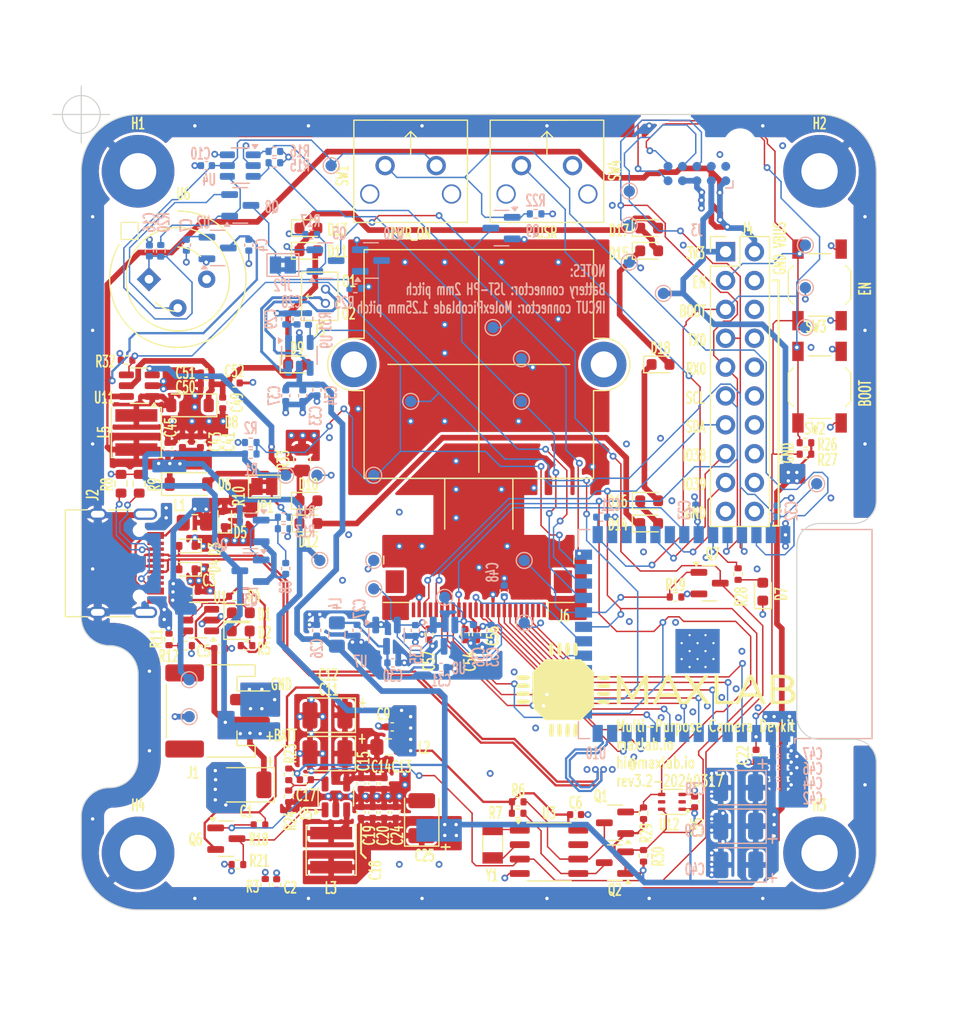
<source format=kicad_pcb>
(kicad_pcb (version 20240108) (generator "pcbnew") (generator_version "8.0")
  (title_block (title "MaxLab AI Camera PCB") (date "20240317") (rev "rev3.2"))
  (layers (0 "F.Cu" signal) (1 "In1.Cu" signal) (2 "In2.Cu" signal) (31 "B.Cu" signal) (34 "B.Paste" user) (35 "F.Paste" user) (36 "B.SilkS" user "B.Silkscreen") (37 "F.SilkS" user "F.Silkscreen") (38 "B.Mask" user) (39 "F.Mask" user) (44 "Edge.Cuts" user))
  (net 0 "")
  (net 1 "GND")
  (net 2 "GNDPWR")
  (net 3 "VBUS")
  (net 4 "+BATT")
  (net 5 "/PWR_PIR")
  (net 6 "+3V3")
  (net 7 "/ESP_BOOT")
  (net 8 "/ESP_EN")
  (net 9 "/USR_BTN")
  (net 10 "+2V8")
  (net 11 "+1V2")
  (net 12 "/CAM.PCLK")
  (net 13 "+5V")
  (net 14 "/UD-")
  (net 15 "/UD+")
  (net 16 "/TXD0")
  (net 17 "/RXD0")
  (net 18 "/IO38")
  (net 19 "/IO39")
  (net 20 "Net-(D1-A)")
  (net 21 "Net-(D1-K)")
  (net 22 "/CAM.D4")
  (net 23 "/CAM.D3")
  (net 24 "/CAM.D5")
  (net 25 "/CAM.D2")
  (net 26 "/CAM.D6")
  (net 27 "/CAM.D7")
  (net 28 "/CAM.D8")
  (net 29 "/CAM.MCLK")
  (net 30 "/CAM.D9")
  (net 31 "/CAM.HREF")
  (net 32 "/CAM.PWDN")
  (net 33 "/CAM.VSYNC")
  (net 34 "/CAM.RST")
  (net 35 "/CAM.SCL")
  (net 36 "/CAM.SDA")
  (net 37 "Net-(D2-A)")
  (net 38 "Net-(D2-K)")
  (net 39 "Net-(D7-A)")
  (net 40 "Net-(D10-A)")
  (net 41 "Net-(D11-K)")
  (net 42 "Net-(D10-K)")
  (net 43 "Net-(D11-A)")
  (net 44 "Net-(J2-VBUS-PadA4)")
  (net 45 "Net-(J2-CC1)")
  (net 46 "/PWR_EN")
  (net 48 "Net-(J2-CC2)")
  (net 49 "/BATT_DETECT")
  (net 51 "/PIR_CTRL_LE")
  (net 52 "/PIR_CTRL_D")
  (net 53 "/USR_LED")
  (net 54 "/IRCUT_CTRL")
  (net 55 "/IRLED_PWM")
  (net 58 "Net-(J5-Pin_2)")
  (net 59 "/PWRON_DET")
  (net 60 "Net-(J5-Pin_1)")
  (net 63 "/PIR_OUT")
  (net 65 "Net-(JP2-B)")
  (net 66 "Net-(JP2-A)")
  (net 67 "Net-(Q2-D)")
  (net 68 "Net-(Q5-D)")
  (net 69 "Net-(Q6-D)")
  (net 70 "Net-(Q8-G)")
  (net 71 "Net-(Q8-S)")
  (net 72 "Net-(U7-VI)")
  (net 73 "Net-(U5-FB)")
  (net 74 "Net-(U9-CE)")
  (net 75 "Net-(D8-K)")
  (net 76 "Net-(D6-A)")
  (net 77 "Net-(D8-A)")
  (net 78 "Net-(D12-A)")
  (net 79 "Net-(D13-K)")
  (net 80 "Net-(D14-A)")
  (net 81 "Net-(D15-K)")
  (net 82 "Net-(D16-A)")
  (net 83 "Net-(D17-K)")
  (net 84 "Net-(U5-LX)")
  (net 88 "Net-(Q3-G)")
  (net 89 "Net-(Q3-S)")
  (net 90 "Net-(Q1-D)")
  (net 91 "Net-(U1-PROG)")
  (net 92 "Net-(U3-OSCI)")
  (net 93 "Net-(U3-OSCO)")
  (net 97 "Net-(Q6-S)")
  (footprint "Capacitor_SMD:C_0402_1005Metric" (layer "F.Cu") (at 107.192 92)
    (property "Reference" "C5")
    (property "Value" "10u_0402_CL05A105KA5NQNC" (hide yes))
  )
  (footprint "00-kiml-optical:Lite-On_LTR-303ALS-01" (layer "F.Cu") (at 147 105.5 180)
    (property "Reference" "U12")
    (property "Value" "LTR-303ALS-01" (hide yes))
  )
  (footprint "MountingHole:MountingHole_3.2mm_M3_Pad_TopBottom" (layer "F.Cu") (at 100 110)
    (property "Reference" "H4")
    (property "Value" "MountingHole_Pad" (hide yes))
  )
  (footprint "Package_SO:SO-8_3.9x4.9mm_P1.27mm" (layer "F.Cu") (at 136.18 109.9)
    (property "Reference" "U3")
    (property "Value" "PCF85063AT" (hide yes))
  )
  (footprint "MountingHole:MountingHole_3.2mm_M3_Pad_TopBottom" (layer "F.Cu") (at 100 50)
    (property "Reference" "H1")
    (property "Value" "MountingHole_Pad" (hide yes))
  )
  (footprint "00-kiml-inductor-smd:L_Sunlord_SWPA40xxS" (layer "F.Cu") (at 117 109.75 -90)
    (property "Reference" "L3")
    (property "Value" "10u_1.5A_4x4mm_SWPA4030S100MT" (hide yes))
  )
  (footprint "Capacitor_SMD:C_0402_1005Metric" (layer "F.Cu") (at 120.654 103.886 -90)
    (property "Reference" "C14")
    (property "Value" "10u_0402_CL05A105KA5NQNC" (hide yes))
  )
  (footprint "Resistor_SMD:R_0603_1608Metric" (layer "F.Cu") (at 100.1 77.5 90)
    (property "Reference" "R9")
    (property "Value" "5.1k_0603_0603WAF5101T5E" (hide yes))
  )
  (footprint "00-kiml-optical:ircut_filter_M12_10mm_noname" (layer "F.Cu") (at 130 67)
    (property "Reference" "REF**" (hide yes))
    (property "Value" "ircut_filter_M12_10mm_noname" (hide yes))
  )
  (footprint "Capacitor_SMD:C_0402_1005Metric" (layer "F.Cu") (at 138.52 106.62)
    (property "Reference" "C6")
    (property "Value" "10u_0402_CL05A105KA5NQNC" (hide yes))
  )
  (footprint "Resistor_SMD:R_0402_1005Metric" (layer "F.Cu") (at 108.75 111.02 180)
    (property "Reference" "R21")
    (property "Value" "215k_0402_0402WGD2153TCE" (hide yes))
  )
  (footprint "Resistor_SMD:R_0603_1608Metric" (layer "F.Cu") (at 98.5 77.5 90)
    (property "Reference" "R8")
    (property "Value" "5.1k_0603_0603WAF5101T5E" (hide yes))
  )
  (footprint "Resistor_SMD:R_0402_1005Metric" (layer "F.Cu") (at 110.69 107.53 180)
    (property "Reference" "R18")
    (property "Value" "215k_0402_0402WGD2153TCE" (hide yes))
  )
  (footprint "Diode_SMD:D_SOD-523" (layer "F.Cu") (at 104.3075 82.97 180)
    (property "Reference" "D3")
    (property "Value" "SOD-523_BSD5C051L" (hide yes))
  )
  (footprint "Button_Switch_SMD:SW_SPST_TL3342" (layer "F.Cu") (at 160 69 -90)
    (property "Reference" "SW2")
    (property "Value" "SW_PB_TS-1187A-B-A-B" (hide yes))
  )
  (footprint "00-kiml-crystal-smd:Crystal_SMD_3215-2Pin_3.2x1.5mm" (layer "F.Cu") (at 131.22 109.18 -90)
    (property "Reference" "Y1")
    (property "Value" "32.768kHz_Q13FC1350000400" (hide yes))
  )
  (footprint "Inductor_SMD:L_0805_2012Metric_Pad1.15x1.40mm_HandSolder" (layer "F.Cu") (at 105 80.93)
    (property "Reference" "L1")
    (property "Value" "FB_2A_0805_220R@100MHz_BLM21PG221SN1D" (hide yes))
  )
  (footprint "Capacitor_SMD:C_0402_1005Metric" (layer "F.Cu") (at 107.45 70.385 -90)
    (property "Reference" "C49")
    (property "Value" "10u_0402_CL05A105KA5NQNC" (hide yes))
  )
  (footprint "LED_SMD:LED_0603_1608Metric" (layer "F.Cu") (at 155 87 90)
    (property "Reference" "D7")
    (property "Value" "0603_RED_KT-0603R" (hide yes))
  )
  (footprint "Resistor_SMD:R_0402_1005Metric" (layer "F.Cu") (at 158.76 73.89)
    (property "Reference" "R26")
    (property "Value" "10k_0402_0402WGF1002TCE" (hide yes))
  )
  (footprint "LED_SMD:LED_0603_1608Metric" (layer "F.Cu") (at 109.036487 90.459099)
    (property "Reference" "D2")
    (property "Value" "0603_GREEN_19-217/GHC-YR1S2/3T" (hide yes))
  )
  (footprint "LED_SMD:LED_0603_1608Metric" (layer "F.Cu") (at 115 81)
    (property "Reference" "D12")
    (property "Value" "0603_IR_850nm_E6C0603IRAC1UDA" (hide yes))
  )
  (footprint "Resistor_SMD:R_0402_1005Metric" (layer "F.Cu") (at 109.55 91.75)
    (property "Reference" "R5")
    (property "Value" "1k_0402_0402WGF1001TCE" (hide yes))
  )
  (footprint "00-kiml-capacitor-tantalum:CP_EIA-3528-15_AVX-H" (layer "F.Cu") (at 109.5375 104 180)
    (property "Reference" "C1")
    (property "Value" "100u_CASE-B-3528_TAJB107K006RNJ" (hide yes))
  )
  (footprint "Resistor_SMD:R_0402_1005Metric" (layer "F.Cu") (at 133.42 106.5)
    (property "Reference" "R7")
    (property "Value" "10k_0402_0402WGF1002TCE" (hide yes))
  )
  (footprint "Capacitor_SMD:C_0402_1005Metric" (layer "F.Cu") (at 129.798 90.781 90)
    (property "Reference" "C56")
    (property "Value" "10u_0402_CL05A105KA5NQNC" (hide yes))
  )
  (footprint "Resistor_SMD:R_0402_1005Metric" (layer "F.Cu") (at 144.5 106.5 90)
    (property "Reference" "R29")
    (property "Value" "10k_0402_0402WGF1002TCE" (hide yes))
  )
  (footprint "00-kiml-switch-button-tht:SW_PB_90deg_K2-1102AQ-H4CW-01" (layer "F.Cu") (at 136 49.5 180)
    (property "Reference" "SW4")
    (property "Value" "SW_PB_90deg_K2-1102AQ-H4CW-01" (hide yes))
  )
  (footprint "00-kiml-capacitor-tantalum:CP_EIA-3528-15_AVX-H" (layer "F.Cu") (at 116.675 101.25 180)
    (property "Reference" "C11")
    (property "Value" "100u_CASE-B-3528_TAJB107K006RNJ" (hide yes))
  )
  (footprint "00-kiml-inductor-smd:L_Sunlord_SWPA40xxS" (layer "F.Cu") (at 99.85 72.99 90)
    (property "Reference" "L5")
    (property "Value" "10u_1.5A_4x4mm_SWPA4030S100MT" (hide yes))
  )
  (footprint "LED_SMD:LED_0603_1608Metric" (layer "F.Cu") (at 115 57)
    (property "Reference" "D11")
    (property "Value" "0603_IR_850nm_E6C0603IRAC1UDA" (hide yes))
  )
  (footprint "Capacitor_SMD:C_0402_1005Metric" (layer "F.Cu") (at 122.38 98.9)
    (property "Reference" "C9")
    (property "Value" "10u_0402_CL05A105KA5NQNC" (hide yes))
  )
  (footprint "Resistor_SMD:R_0402_1005Metric" (layer "F.Cu") (at 108.92 80.26 -90)
    (property "Reference" "R10")
    (property "Value" "10k_0402_0402WGF1002TCE" (hide yes))
  )
  (footprint "00-kiml-connector-jst:JST_PH_S2B-PH-SM4-TB_1x02-1MP_P2.00mm_Horizontal" (layer "F.Cu") (at 107 97.5 -90)
    (property "Reference" "J1")
    (property "Value" "Conn-01x02_P2mm_NONAME_JST-PH_C47647" (hide yes))
  )
  (footprint "Inductor_SMD:L_0805_2012Metric_Pad1.15x1.40mm_HandSolder" (layer "F.Cu") (at 122.05 100.67 180)
    (property "Reference" "L2")
    (property "Value" "FB_2A_0805_220R@100MHz_BLM21PG221SN1D" (hide yes))
  )
  (footprint "LED_SMD:LED_0603_1608Metric" (layer "F.Cu") (at 145 79)
    (property "Reference" "D16")
    (property "Value" "0603_IR_850nm_E6C0603IRAC1UDA" (hide yes))
  )
  (footprint "Capacitor_SMD:C_0402_1005Metric" (layer "F.Cu") (at 114.73 103.55)
    (property "Reference" "C17")
    (property "Value" "22p_0402_0402CG220J500NT" (hide yes))
  )
  (footprint "Jumper:SolderJumper-2_P1.3mm_Bridged2Bar_Pad1.0x1.5mm" (layer "F.Cu") (at 111.12 77.74 180)
    (property "Reference" "JP1")
    (property "Value" "USB_PWR" (hide yes))
  )
  (footprint "LED_SMD:LED_0603_1608Metric" (layer "F.Cu") (at 115 79)
    (property "Reference" "D10")
    (property "Value" "0603_IR_850nm_E6C0603IRAC1UDA" (hide yes))
  )
  (footprint "Resistor_SMD:R_0402_1005Metric" (layer "F.Cu") (at 113.27 103.08 -90)
    (property "Reference" "R23")
    (property "Value" "976k_0402_0402WGD9763TCE" (hide yes))
  )
  (footprint "Capacitor_SMD:C_0402_1005Metric" (layer "F.Cu") (at 103.91 73.8 -90)
    (property "Reference" "C41")
    (property "Value" "10u_0402_CL05A105KA5NQNC" (hide yes))
  )
  (footprint "LED_SMD:LED_0603_1608Metric" (layer "F.Cu") (at 109.048986 88.859099)
    (property "Reference" "D1")
    (property "Value" "0603_RED_KT-0603R" (hide yes))
  )
  (footprint "Resistor_SMD:R_0402_1005Metric" (layer "F.Cu") (at 113.26 105.01 -90)
    (property "Reference" "R24")
    (property "Value" "215k_0402_0402WGD2153TCE" (hide yes))
  )
  (footprint "Capacitor_SMD:C_0402_1005Metric" (layer "F.Cu") (at 112.2 112.78 -90)
    (property "Reference" "C2")
    (property "Value" "10u_0402_CL05A105KA5NQNC" (hide yes))
  )
  (footprint "Package_TO_SOT_SMD:SOT-23-6" (layer "F.Cu") (at 100.11 68.87 180)
    (property "Reference" "U11")
    (property "Value" "MT9284-28J" (hide yes))
  )
  (footprint "00-kiml-connector-fpc-ffc:Jushuo_AFC01-S24FCC-00_1x24-1MP_P0.50_Horizontal" (layer "F.Cu") (at 130 87 180)
    (property "Reference" "J6")
    (property "Value" "Conn_01x24_FFC_0.5mm_AFC01-S24FCC-00" (hide yes))
  )
  (footprint "LED_SMD:LED_0603_1608Metric" (layer "F.Cu") (at 145 55)
    (property "Reference" "D15")
    (property "Value" "0603_IR_850nm_E6C0603IRAC1UDA" (hide yes))
  )
  (footprint "Package_TO_SOT_SMD:SOT-23" (layer "F.Cu") (at 141.99 107.34 180)
    (property "Reference" "Q1")
    (property "Value" "2N7002" (hide yes))
  )
  (footprint "Resistor_SMD:R_0402_1005Metric" (layer "F.Cu") (at 111.2 112.8 90)
    (property "Reference" "R3")
    (property "Value" "215k_0402_0402WGD2153TCE" (hide yes))
  )
  (footprint "Diode_SMD:D_SOD-523" (layer "F.Cu") (at 107.63 80.57 90)
    (property "Reference" "D5")
    (property "Value" "SOD-523_BSD5C051L" (hide yes))
  )
  (footprint "LED_SMD:LED_0603_1608Metric" (layer "F.Cu") (at 115 55)
    (property "Reference" "D13")
    (property "Value" "0603_IR_850nm_E6C0603IRAC1UDA" (hide yes))
  )
  (footprint "00-kiml-switch-button-tht:SW_PB_90deg_K2-1102AQ-H4CW-01" (layer "F.Cu") (at 124 49.5 180)
    (property "Reference" "SW1")
    (property "Value" "SW_PB_90deg_K2-1102AQ-H4CW-01" (hide yes))
  )
  (footprint "Button_Switch_SMD:SW_SPST_TL3342" (layer "F.Cu") (at 160 60 -90)
    (property "Reference" "SW3")
    (property "Value" "SW_PB_TS-1187A-B-A-B" (hide yes))
  )
  (footprint "Diode_SMD:D_SOD-123" (layer "F.Cu") (at 104.57 70.6 180)
    (property "Reference" "D8")
    (property "Value" "B5819W-SL_SOD-123" (hide yes))
  )
  (footprint "Capacitor_SMD:C_0402_1005Metric" (layer "F.Cu") (at 106 68.75)
    (property "Reference" "C50")
    (property "Value" "10u_0402_CL05A105KA5NQNC" (hide yes))
  )
  (footprint "00-kiml-connector-amphenol:10114829-10102LF" (layer "F.Cu") (at 116 61)
    (property "Reference" "J5")
    (property "Value" "Conn-01x02_P1.25mm_10114829-10102LF" (hide yes))
  )
  (footprint "Resistor_SMD:R_0402_1005Metric" (layer "F.Cu") (at 98.99 66.62)
    (property "Reference" "R32")
    (property "Value" "215k_0402_0402WGD2153TCE" (hide yes))
  )
  (footprint "LED_SMD:LED_0603_1608Metric" (layer "F.Cu") (at 145 57)
    (property "Reference" "D17")
    (property "Value" "0603_IR_850nm_E6C0603IRAC1UDA" (hide yes))
  )
  (footprint "Resistor_SMD:R_0402_1005Metric" (layer "F.Cu") (at 144.5 110.25 90)
    (property "Reference" "R30")
    (property "Value" "10k_0402_0402WGF1002TCE" (hide yes))
  )
  (footprint "Capacitor_SMD:C_0402_1005Metric" (layer "F.Cu") (at 154.41 101.4 90)
    (property "Reference" "C22")
    (property "Value" "10u_0402_CL05A105KA5NQNC" (hide yes))
  )
  (footprint "Capacitor_SMD:C_0402_1005Metric" (layer "F.Cu") (at 122.686 106.426 -90)
    (property "Reference" "C24")
    (property "Value" "10u_0402_CL05A105KA5NQNC" (hide yes))
  )
  (footprint "00-kiml-optical:AS312" (layer "F.Cu") (at 103.5 59.5)
    (property "Reference" "U6")
    (property "Value" "PIR_AS312" (hide yes))
  )
  (footprint "Capacitor_SMD:C_0402_1005Metric" (layer "F.Cu") (at 120.654 106.426 -90)
    (property "Reference" "C19")
    (property "Value" "10u_0402_CL05A105KA5NQNC" (hide yes))
  )
  (footprint "Diode_SMD:D_SOD-523" (layer "F.Cu") (at 104.3075 85.03 180)
    (property "Reference" "D4")
    (property "Value" "SOD-523_BSD5C051L" (hide yes))
  )
  (footprint "Package_TO_SOT_SMD:SOT-23-5" (layer "F.Cu") (at 117.4125 105.0625 90)
    (property "Reference" "U5")
    (property "Value" "SY8089AAAC" (hide yes))
  )
  (footprint "Capacitor_SMD:C_0402_1005Metric" (layer "F.Cu") (at 119.638 106.426 -90)
    (property "Reference" "C18")
    (property "Value" "10u_0402_CL05A105KA5NQNC" (hide yes))
  )
  (footprint "00-kiml-maxlab-logos:maxlab_logo_full_25mm" (layer "F.Cu") (at 145.8 95.6)
    (property "Reference" "G***" (hide yes))
    (property "Value" "LOGO" (hide yes))
  )
  (footprint "Resistor_SMD:R_0402_1005Metric" (layer "F.Cu") (at 102.725 91.2 90)
    (property "Reference" "R11")
    (property "Value" "10k_0402_0402WGF1002TCE" (hide yes))
  )
  (footprint "Capacitor_SMD:C_0402_1005Metric" (layer "F.Cu") (at 121.67 106.426 -90)
    (property "Reference" "C20")
    (property "Value" "10u_0402_CL05A105KA5NQNC" (hide yes))
  )
  (footprint "LED_SMD:LED_0603_1608Metric" (layer "F.Cu") (at 145 81)
    (property "Reference" "D14")
    (property "Value" "0603_IR_850nm_E6C0603IRAC1UDA" (hide yes))
  )
  (footprint "MountingHole:MountingHole_3.2mm_M3_Pad_TopBottom" (layer "F.Cu") (at 160 50)
    (property "Reference" "H2")
    (property "Value" "MountingHole_Pad" (hide yes))
  )
  (footprint "Capacitor_SMD:C_0402_1005Metric" (layer "F.Cu") (at 121.67 103.886 90)
    (property "Reference" "C13")
    (property "Value" "10u_0402_CL05A105KA5NQNC" (hide yes))
  )
  (footprint "Resistor_SMD:R_0402_1005Metric" (layer "F.Cu") (at 133.43 105.5)
    (property "Reference" "R6")
    (property "Value" "10k_0402_0402WGF1002TCE" (hide yes))
  )
  (footprint "Connector_PinHeader_2.54mm:PinHeader_2x10_P2.54mm_Vertical" (layer "F.Cu") (at 151.725 57.075)
    (property "Reference" "J4")
    (property "Value" "Conn-02x10_P2.54mm_B-2100S20P-B110" (hide yes))
  )
  (footprint "Capacitor_SMD:C_0402_1005Metric" (layer "F.Cu") (at 106 67.75)
    (property "Reference" "C51")
    (property "Value" "10u_0402_CL05A105KA5NQNC" (hide yes))
  )
  (footprint "Capacitor_SMD:C_0402_1005Metric" (layer "F.Cu") (at 128.782 90.781 90)
    (property "Reference" "C54")
    (property "Value" "10u_0402_CL05A105KA5NQNC" (hide yes))
  )
  (footprint "Resistor_SMD:R_0402_1005Metric" (layer "F.Cu") (at 152.83 85.45 -90)
    (property "Reference" "R28")
    (property "Value" "1k_0402_0402WGF1001TCE" (hide yes))
  )
  (footprint "Capacitor_SMD:C_0402_1005Metric" (layer "F.Cu") (at 149 105.5 90)
    (property "Reference" "C55")
    (property "Value" "10u_0402_CL05A105KA5NQNC" (hide yes))
  )
  (footprint "LED_SMD:LED_0603_1608Metric" (layer "F.Cu") (at 146 67)
    (property "Reference" "D18")
    (property "Value" "0603_IR_850nm_E6C0603IRAC1UDA" (hide yes))
  )
  (footprint "Diode_SMD:D_SOD-123" (layer "F.Cu") (at 104.44 77.53)
    (property "Reference" "D6")
    (property "Value" "B5819W-SL_SOD-123" (hide yes))
  )
  (footprint "Resistor_SMD:R_0402_1005Metric" (layer "F.Cu") (at 108.523986 87.409099)
    (property "Reference" "R4")
    (property "Value" "1k_0402_0402WGF1001TCE" (hide yes))
  )
  (footprint "Capacitor_SMD:C_0402_1005Metric" (layer "F.Cu") (at 104.775 86.975 180)
    (property "Reference" "C3")
    (property "Value" "10u_0402_CL05A105KA5NQNC" (hide yes))
  )
  (footprint "Resistor_SMD:R_0402_1005Metric" (layer "F.Cu") (at 104.225 91.75)
    (property "Reference" "R12")
    (property "Value" "10k_0402_0402WGF1002TCE" (hide yes))
  )
  (footprint "LED_SMD:LED_0603_1608Metric" (layer "F.Cu") (at 114 67)
    (property "Reference" "D9")
    (property "Value" "0603_IR_850nm_E6C0603IRAC1UDA" (hide yes))
  )
  (footprint "Package_TO_SOT_SMD:SOT-23" (layer "F.Cu") (at 150.3175 86.25)
    (property "Reference" "Q7")
    (property "Value" "2N7002" (hide yes))
  )
  (footprint "00-kiml-connector-usb:USB_C_Receptacle_HRO_TYPE-C-31-M-12" (layer "F.Cu") (at 97.5 84.5 -90)
    (property "Reference" "J2")
    (property "Value" "TYPE-C-31-M-12" (hide yes))
  )
  (footprint "MountingHole:MountingHole_3.2mm_M3_Pad_TopBottom" (layer "F.Cu") (at 160 110)
    (property "Reference" "H3")
    (property "Value" "MountingHole_Pad" (hide yes))
  )
  (footprint "Capacitor_SMD:C_0402_1005Metric" (layer "F.Cu") (at 105.49 73.805 90)
    (property "Reference" "C43")
    (property "Value" "10u_0402_CL05A105KA5NQNC" (hide yes))
  )
  (footprint "Resistor_SMD:R_0402_1005Metric" (layer "F.Cu") (at 147.32 87.47 180)
    (property "Reference" "R19")
    (property "Value" "215k_0402_0402WGD2153TCE" (hide yes))
  )
  (footprint "Capacitor_SMD:C_0402_1005Metric" (layer "F.Cu") (at 119.638 103.886 90)
    (property "Reference" "C15")
    (property "Value" "10u_0402_CL05A105KA5NQNC" (hide yes))
  )
  (footprint "Package_TO_SOT_SMD:SOT-23" (layer "F.Cu") (at 107.77 108.74)
    (property "Reference" "Q6")
    (property "Value" "AO3401A" (hide yes))
  )
  (footprint "Resistor_SMD:R_0402_1005Metric" (layer "F.Cu") (at 158.76 74.9)
    (property "Reference" "R27")
    (property "Value" "10k_0402_0402WGF1002TCE" (hide yes))
  )
  (footprint "Capacitor_SMD:C_0402_1005Metric" (layer "F.Cu") (at 125.607 90.741 90)
    (property "Reference" "C57")
    (property "Value" "10u_0402_CL05A105KA5NQNC" (hide yes))
  )
  (footprint "Package_TO_SOT_SMD:SOT-23" (layer "F.Cu") (at 141.98 110.85 180)
    (property "Reference" "Q2")
    (property "Value" "2N7002" (hide yes))
  )
  (footprint "00-kiml-capacitor-tantalum:CP_EIA-3528-15_AVX-H" (layer "F.Cu") (at 124.972 106.934 90)
    (property "Reference" "C25")
    (property "Value" "100u_CASE-B-3528_TAJB107K006RNJ" (hide yes))
  )
  (footprint "Package_TO_SOT_SMD:SOT-23-6" (layer "F.Cu") (at 105.3375 89.499999 180)
    (property "Reference" "U1")
    (property "Value" "TP4057-42-SOT26-R" (hide yes))
  )
  (footprint "Resistor_SMD:R_0805_2012Metric" (layer "F.Cu") (at 114.44 75.42 90)
    (property "Reference" "R33")
    (property "Value" "2.43R_0805_0805W8F243KT5E" (hide yes))
  )
  (footprint "00-kiml-capacitor-tantalum:CP_EIA-3528-15_AVX-H" (layer "F.Cu") (at 116.675 97.875001 180)
    (property "Reference" "C12")
    (property "Value" "100u_CASE-B-3528_TAJB107K006RNJ" (hide yes))
  )
  (footprint "Capacitor_SMD:C_0402_1005Metric" (layer "F.Cu") (at 102.63 74.37 -90)
    (property "Reference" "C45")
    (property "Value" "10u_0402_CL05A105KA5NQNC" (hide yes))
  )
  (footprint "Capacitor_SMD:C_0402_1005Metric" (layer "F.Cu") (at 108.47 68.63 180)
    (property "Reference" "C52")
    (property "Value" "10u_0402_CL05A105KA5NQNC" (hide yes))
  )
  (footprint "Package_TO_SOT_SMD:SOT-23" (layer "B.Cu") (at 116.5 57.86)
    (property "Reference" "Q5")
    (property "Value" "2N7002" (hide yes))
  )
  (footprint "00-kiml-capacitor-tantalum:CP_EIA-3528-15_AVX-H" (layer "B.Cu") (at 152.8375 107.6375 180)
    (property "Reference" "C39")
    (property "Value" "100u_CASE-B-3528_TAJB107K006RNJ" (hide yes))
  )
  (footprint "TestPoint:TestPoint_Pad_D1.0mm" (layer "B.Cu") (at 120.75 76.75 180)
    (property "Reference" "TP10" (hide yes))
    (property "Value" "TestPoint" (hide yes))
  )
  (footprint "Resistor_SMD:R_0402_1005Metric" (layer "B.Cu") (at 109.92 73.87 180)
    (property "Reference" "R2")
    (property "Value" "976k_0402_0402WGD9763TCE" (hide yes))
  )
  (footprint "TestPoint:TestPoint_Pad_D1.0mm" (layer "B.Cu") (at 104.5 98 180)
    (property "Reference" "TP24" (hide yes))
    (property "Value" "TestPoint" (hide yes))
  )
  (footprint "Capacitor_SMD:C_0402_1005Metric" (layer "B.Cu") (at 156.25 79.91 90)
    (property "Reference" "C32")
    (property "Value" "10u_0402_CL05A105KA5NQNC" (hide yes))
  )
  (footprint "00-kiml-rf-module:ESP32-S3-WROOM-1" (layer "B.Cu") (at 151.72 90.73 90)
    (property "Reference" "U10")
    (property "Value" "ESP32-S3-WROOM-1-N16R8" (hide yes))
  )
  (footprint "TestPoint:TestPoint_Pad_D1.0mm" (layer "B.Cu") (at 120.75 84.25 180)
    (property "Reference" "TP17" (hide yes))
    (property "Value" "TestPoint" (hide yes))
  )
  (footprint "Capacitor_SMD:C_0402_1005Metric" (layer "B.Cu") (at 113 63 90)
    (property "Reference" "C29")
    (property "Value" "10u_0402_CL05A105KA5NQNC" (hide yes))
  )
  (footprint "Capacitor_SMD:C_0402_1005Metric" (layer "B.Cu") (at 114.5 69.75 90)
    (property "Reference" "C34")
    (property "Value" "10u_0402_CL05A105KA5NQNC" (hide yes))
  )
  (footprint "Capacitor_SMD:C_0402_1005Metric" (layer "B.Cu") (at 132.2364 86.938 90)
    (property "Reference" "C48")
    (property "Value" "22p_0402_0402CG220J500NT" (hide yes))
  )
  (footprint "TestPoint:TestPoint_Pad_D1.0mm" (layer "B.Cu") (at 134 84.25 180)
    (property "Reference" "TP12" (hide yes))
    (property "Value" "TestPoint" (hide yes))
  )
  (footprint "Resistor_SMD:R_0402_1005Metric" (layer "B.Cu") (at 115 63 -90)
    (property "Reference" "R31")
    (property "Value" "215k_0402_0402WGD2153TCE" (hide yes))
  )
  (footprint "TestPoint:TestPoint_Pad_D1.0mm" (layer "B.Cu") (at 146.25 60.75 180)
    (property "Reference" "TP22" (hide yes))
    (property "Value" "TestPoint" (hide yes))
  )
  (footprint "Capacitor_SMD:C_0402_1005Metric" (layer "B.Cu") (at 109.75 56.5 90)
    (property "Reference" "C4")
    (property "Value" "10u_0402_CL05A105KA5NQNC" (hide yes))
  )
  (footprint "Capacitor_SMD:C_0402_1005Metric" (layer "B.Cu") (at 113 69.75 90)
    (property "Reference" "C37")
    (property "Value" "10u_0402_CL05A105KA5NQNC" (hide yes))
  )
  (footprint "Capacitor_SMD:C_0402_1005Metric" (layer "B.Cu") (at 156.375 101.975)
    (property "Reference" "C46")
    (property "Value" "10u_0402_CL05A105KA5NQNC" (hide yes))
  )
  (footprint "Package_TO_SOT_SMD:SOT-23" (layer "B.Cu") (at 109.9 85.16 180)
    (property "Reference" "Q3")
    (property "Value" "AO3401A" (hide yes))
  )
  (footprint "Capacitor_SMD:C_0402_1005Metric" (layer "B.Cu") (at 101 57 90)
    (property "Reference" "C16")
    (property "Value" "10u_0402_CL05A105KA5NQNC" (hide yes))
  )
  (footprint "Capacitor_SMD:C_0402_1005Metric" (layer "B.Cu") (at 124.4132 90.4219 -90)
    (property "Reference" "C35")
    (property "Value" "10u_0402_CL05A105KA5NQNC" (hide yes))
  )
  (footprint "Resistor_SMD:R_0402_1005Metric" (layer "B.Cu") (at 135 53.75 180)
    (property "Reference" "R22")
    (property "Value" "215k_0402_0402WGD2153TCE" (hide yes))
  )
  (footprint "Capacitor_SMD:C_0402_1005Metric" (layer "B.Cu") (at 106.02 49.5 180)
    (property "Reference" "C10")
    (property "Value" "10u_0402_CL05A105KA5NQNC" (hide yes))
  )
  (footprint "00-kiml-capacitor-tantalum:CP_EIA-3528-15_AVX-H" (layer "B.Cu") (at 152.85 111.05 180)
    (property "Reference" "C40")
    (property "Value" "100u_CASE-B-3528_TAJB107K006RNJ" (hide yes))
  )
  (footprint "TestPoint:TestPoint_Pad_D1.0mm" (layer "B.Cu") (at 117 49.5 180)
    (property "Reference" "TP13" (hide yes))
    (property "Value" "TestPoint" (hide yes))
  )
  (footprint "Package_TO_SOT_SMD:SOT-23" (layer "B.Cu") (at 126.9402 90.8724 -90)
    (property "Reference" "U8")
    (property "Value" "RT9166-12GVL" (hide yes))
  )
  (footprint "TestPoint:TestPoint_Pad_D1.0mm" (layer "B.Cu") (at 143.25 51.75 180)
    (property "Reference" "TP4" (hide yes))
    (property "Value" "TestPoint" (hide yes))
  )
  (footprint "TestPoint:TestPoint_Pad_D1.0mm" (layer "B.Cu") (at 158.75 56.5 180)
    (property "Reference" "TP1" (hide yes))
    (property "Value" "TestPoint" (hide yes))
  )
  (footprint "Capacitor_SMD:C_0402_1005Metric" (layer "B.Cu") (at 140.82 80.44 180)
    (property "Reference" "C21")
    (property "Value" "10u_0402_CL05A105KA5NQNC" (hide yes))
  )
  (footprint "Capacitor_SMD:C_0402_1005Metric" (layer "B.Cu") (at 115.7264 90.3988 90)
    (property "Reference" "C26")
    (property "Value" "10u_0402_CL05A105KA5NQNC" (hide yes))
  )
  (footprint "Resistor_SMD:R_0402_1005Metric" (layer "B.Cu") (at 112 48.25 180)
    (property "Reference" "R16")
    (property "Value" "215k_0402_0402WGD2153TCE" (hide yes))
  )
  (footprint "Resistor_SMD:R_0402_1005Metric" (layer "B.Cu") (at 115.25 55.57)
    (property "Reference" "R17")
    (property "Value" "215k_0402_0402WGD2153TCE" (hide yes))
  )
  (footprint "Capacitor_SMD:C_0402_1005Metric" (layer "B.Cu") (at 115.75 69.25 90)
    (property "Reference" "C33")
    (property "Value" "10u_0402_CL05A105KA5NQNC" (hide yes))
  )
  (footprint "Package_TO_SOT_SMD:SOT-23" (layer "B.Cu") (at 107 56.75)
    (property "Reference" "U2")
    (property "Value" "XC6206-2.8V" (hide yes))
  )
  (footprint "Capacitor_SMD:C_0402_1005Metric" (layer "B.Cu") (at 156.375 100.975)
    (property "Reference" "C47")
    (property "Value" "10u_0402_CL05A105KA5NQNC" (hide yes))
  )
  (footprint "TestPoint:TestPoint_Pad_D1.0mm" (layer "B.Cu") (at 104.5 94.75 180)
    (property "Reference" "TP23" (hide yes))
    (property "Value" "TestPoint" (hide yes))
  )
  (footprint "Jumper:SolderJumper-2_P1.3mm_Bridged2Bar_Pad1.0x1.5mm" (layer "B.Cu") (at 112.75 58.25)
    (property "Reference" "JP2")
    (property "Value" "PIR" (hide yes))
  )
  (footprint "Package_TO_SOT_SMD:SOT-23" (layer "B.Cu") (at 109 53)
    (property "Reference" "Q8")
    (property "Value" "AO3401A" (hide yes))
  )
  (footprint "Package_TO_SOT_SMD:SOT-23-6" (layer "B.Cu") (at 109 49.5 180)
    (property "Reference" "U4")
    (property "Value" "TI_SN74LVC1G373DBVR" (hide yes))
  )
  (footprint "Resistor_SMD:R_0402_1005Metric" (layer "B.Cu") (at 112 49.25 180)
    (property "Reference" "R15")
    (property "Value" "215k_0402_0402WGD2153TCE" (hide yes))
  )
  (footprint "TestPoint:TestPoint_Pad_D1.0mm" (layer "B.Cu") (at 159.75 77.5 180)
    (property "Reference" "TP11" (hide yes))
    (property "Value" "TestPoint" (hide yes))
  )
  (footprint "Capacitor_SMD:C_0402_1005Metric" (layer "B.Cu") (at 119.2824 90.3988 -90)
    (property "Reference" "C27")
    (property "Value" "10u_0402_CL05A105KA5NQNC" (hide yes))
  )
  (footprint "TestPoint:TestPoint_Pad_D1.0mm" (layer "B.Cu") (at 131.25 63.75 180)
    (property "Reference" "TP7" (hide yes))
    (property "Value" "TestPoint" (hide yes))
  )
  (footprint "TestPoint:TestPoint_Pad_D1.0mm" (layer "B.Cu") (at 113 76.75 180)
    (property "Reference" "TP19" (hide yes))
    (property "Value" "TestPoint" (hide yes))
  )
  (footprint "Resistor_SMD:R_0402_1005Metric" (layer "B.Cu") (at 112.82 81.46)
    (property "Reference" "R13")
    (property "Value" "215k_0402_0402WGD2153TCE" (hide yes))
  )
  (footprint "Resistor_SMD:R_0402_1005Metric" (layer "B.Cu") (at 102 57 90)
    (property "Reference" "R20")
    (property "Value" "10k_0402_0402WGF1002TCE" (hide yes))
  )
  (footprint "Resistor_SMD:R_0402_1005Metric" (layer "B.Cu") (at 112.82 80.45 180)
    (property "Reference" "R14")
    (property "Value" "10k_0402_0402WGF1002TCE" (hide yes))
  )
  (footprint "Capacitor_SMD:C_0402_1005Metric" (layer "B.Cu") (at 156.4 104)
    (property "Reference" "C42")
    (property "Value" "10u_0402_CL05A105KA5NQNC" (hide yes))
  )
  (footprint "Capacitor_SMD:C_0402_1005Metric" (layer "B.Cu") (at 126.6862 93.6664)
    (property "Reference" "C31")
    (property "Value" "10u_0402_CL05A105KA5NQNC" (hide yes))
  )
  (footprint "TestPoint:TestPoint_Pad_D1.0mm" (layer "B.Cu") (at 158.75 60.25 180)
    (property "Reference" "TP3" (hide yes))
    (property "Value" "TestPoint" (hide yes))
  )
  (footprint "Capacitor_SMD:C_0402_1005Metric" (layer "B.Cu") (at 104.25 56.5 -90)
    (property "Reference" "C7")
    (property "Value" "10u_0402_CL05A105KA5NQNC" (hide yes))
  )
  (footprint "Capacitor_SMD:C_0402_1005Metric" (layer "B.Cu") (at 149.102 79.826 -90)
    (property "Reference" "C23")
    (property "Value" "10u_0402_CL05A105KA5NQNC" (hide yes))
  )
  (footprint "Capacitor_SMD:C_0402_1005Metric" (layer "B.Cu") (at 156.375 103)
    (property "Reference" "C44")
    (property "Value" "10u_0402_CL05A105KA5NQNC" (hide yes))
  )
  (footprint "Capacitor_SMD:C_0402_1005Metric" (layer "B.Cu") (at 122.432 93.26)
    (property "Reference" "C30")
    (property "Value" "10u_0402_CL05A105KA5NQNC" (hide yes))
  )
  (footprint "TestPoint:TestPoint_Pad_D1.0mm" (layer "B.Cu") (at 133.75 66.5 180)
    (property "Reference" "TP9" (hide yes))
    (property "Value" "TestPoint" (hide yes))
  )
  (footprint "TestPoint:TestPoint_Pad_D1.0mm" (layer "B.Cu") (at 124 70.25 180)
    (property "Reference" "TP14" (hide yes))
    (property "Value" "TestPoint" (hide yes))
  )
  (footprint "Capacitor_SMD:C_0402_1005Metric" (layer "B.Cu") (at 114 63 90)
    (property "Reference" "C28")
    (property "Value" "10u_0402_CL05A105KA5NQNC" (hide yes))
  )
  (footprint "00-kiml-capacitor-tantalum:CP_EIA-3528-15_AVX-H" (layer "B.Cu") (at 152.825 104.25 180)
    (property "Reference" "C38")
    (property "Value" "100u_CASE-B-3528_TAJB107K006RNJ" (hide yes))
  )
  (footprint "Package_TO_SOT_SMD:SOT-23-6" (layer "B.Cu") (at 114.2 66.2 -90)
    (property "Reference" "U9")
    (property "Value" "AP1511B" (hide yes))
  )
  (footprint "Package_TO_SOT_SMD:SOT-23" (layer "B.Cu") (at 132 55 180)
    (property "Reference" "Q9")
    (property "Value" "2N7002" (hide yes))
  )
  (footprint "Inductor_SMD:L_0805_2012Metric_Pad1.15x1.40mm_HandSolder" (layer "B.Cu") (at 117.5044 90.7708 90)
    (property "Reference" "L4")
    (property "Value" "FB_2A_0805_220R@100MHz_BLM21PG221SN1D" (hide yes))
  )
  (footprint "TestPoint:TestPoint_Pad_D1.0mm" (layer "B.Cu") (at 158.75 63.75 180)
    (property "Reference" "TP2" (hide yes))
    (property "Value" "TestPoint" (hide yes))
  )
  (footprint "TestPoint:TestPoint_Pad_D1.0mm" (layer "B.Cu") (at 120.75 86.75 180)
    (property "Reference" "TP18" (hide yes))
    (property "Value" "TestPoint" (hide yes))
  )
  (footprint "TestPoint:TestPoint_Pad_D1.0mm" (layer "B.Cu") (at 115.75 76.75 180)
    (property "Reference" "TP20" (hide yes))
    (property "Value" "TestPoint" (hide yes))
  )
  (footprint "Capacitor_SMD:C_0402_1005Metric" (layer "B.Cu") (at 129.5122 90.4129 -90)
    (property "Reference" "C36")
    (property "Value" "10u_0402_CL05A105KA5NQNC" (hide yes))
  )
  (footprint "TestPoint:TestPoint_Pad_D1.0mm" (layer "B.Cu") (at 143.25 54.75 180)
    (property "Reference" "TP5" (hide yes))
    (property "Value" "TestPoint" (hide yes))
  )
  (footprint "Resistor_SMD:R_0402_1005Metric" (layer "B.Cu") (at 119.125 60.3 180)
    (property "Reference" "R25")
    (property "Value" "215k_0402_0402WGD2153TCE" (hide yes))
  )
  (footprint "TestPoint:TestPoint_Pad_D1.0mm" (layer "B.Cu") (at 134 89.75 180)
    (property "Reference" "TP15" (hide yes))
    (property "Value" "TestPoint" (hide yes))
  )
  (footprint "Capacitor_SMD:C_0402_1005Metric" (layer "B.Cu") (at 113 84.96 -90)
    (property "Reference" "C8")
    (property "Value" "10u_0402_CL05A105KA5NQNC" (hide yes))
  )
  (footprint "Capacitor_SMD:C_0402_1005Metric" (layer "B.Cu") (at 131.068 90.4152 -90)
    (property "Reference" "C53")
    (property "Value" "10u_0402_CL05A105KA5NQNC" (hide yes))
  )
  (footprint "Package_TO_SOT_SMD:SOT-23" (layer "B.Cu") (at 121.8732 90.8724 -90)
    (property "Reference" "U7")
    (property "Value" "XC6206-2.8V" (hide yes))
  )
  (footprint "Package_TO_SOT_SMD:SOT-23" (layer "B.Cu") (at 120.5 57.85)
    (property "Reference" "Q10")
    (property "Value" "2N7002" (hide yes))
  )
  (footprint "TestPoint:TestPoint_Pad_D1.0mm" (layer "B.Cu") (at 143.25 58 180)
    (property "Reference" "TP6" (hide yes))
    (property "Value" "TestPoint" (hide yes))
  )
  (footprint "Connector:Tag-Connect_TC2050-IDC-FP_2x05_P1.27mm_Vertical" (layer "B.Cu") (at 149.2 50.2 180)
    (property "Reference" "J3")
    (property "Value" "MAXLAB" (hide yes))
  )
  (footprint "TestPoint:TestPoint_Pad_D1.0mm" (layer "B.Cu") (at 116 84.25 180)
    (property "Reference" "TP21" (hide yes))
    (property "Value" "TestPoint" (hide yes))
  )
  (footprint "TestPoint:TestPoint_Pad_D1.0mm" (layer "B.Cu") (at 133.75 70.25 180)
    (property "Reference" "TP8" (hide yes))
    (property "Value" "TestPoint" (hide yes))
  )
  (footprint "Resistor_SMD:R_0402_1005Metric" (layer "B.Cu") (at 109.92 74.88)
    (property "Reference" "R1")
    (property "Value" "976k_0402_0402WGD9763TCE" (hide yes))
  )
  (footprint "TestPoint:TestPoint_Pad_D1.0mm" (layer "B.Cu") (at 127 87.5 180)
    (property "Reference" "TP16" (hide yes))
    (property "Value" "TestPoint" (hide yes))
  )
  (footprint "Package_TO_SOT_SMD:SOT-23" (layer "B.Cu") (at 109.9 81.65 180)
    (property "Reference" "Q4")
    (property "Value" "AO3401A" (hide yes))
  )
  (gr_line (start 156.388 59.6) (end 156.388 81.2) (stroke (width 0.1778)) (layer "F.SilkS"))
  (gr_line (start 155.88 81.2) (end 156.388 81.2) (stroke (width 0.1778)) (layer "F.SilkS"))
  (gr_line (start 155.846 59.6) (end 156.354 59.6) (stroke (width 0.1778)) (layer "F.SilkS"))
  (gr_line (start 119.63 110.03) (end 119.63 107.47) (stroke (width 0.1778)) (layer "F.SilkS"))
  (gr_line (start 120.05 110.45) (end 119.63 110.03) (stroke (width 0.1778)) (layer "F.SilkS"))
  (gr_arc (start 160 45) (mid 163.535534 46.464466) (end 165 50) (stroke (width 0.1)) (layer "Edge.Cuts"))
  (gr_arc (start 97.5 91.75) (mid 95.732233 91.017767) (end 95 89.25) (stroke (width 0.1)) (layer "Edge.Cuts"))
  (gr_line (start 165 102) (end 165 110) (stroke (width 0.1)) (layer "Edge.Cuts"))
  (gr_line (start 100 45) (end 160 45) (stroke (width 0.1)) (layer "Edge.Cuts"))
  (gr_arc (start 160 100) (mid 158.585786 99.414214) (end 158 98) (stroke (width 0.1)) (layer "Edge.Cuts"))
  (gr_arc (start 95 106.75) (mid 95.732233 104.982233) (end 97.5 104.25) (stroke (width 0.1)) (layer "Edge.Cuts"))
  (gr_line (start 162.999999 80.999999) (end 160 80.999999) (stroke (width 0.1)) (layer "Edge.Cuts"))
  (gr_arc (start 95 50) (mid 96.464466 46.464466) (end 100 45) (stroke (width 0.1)) (layer "Edge.Cuts"))
  (gr_arc (start 163 100) (mid 164.414214 100.585786) (end 165 102) (stroke (width 0.1)) (layer "Edge.Cuts"))
  (gr_line (start 95 89.25) (end 95 50) (stroke (width 0.1)) (layer "Edge.Cuts"))
  (gr_arc (start 97.5 91.75) (mid 99.267767 92.482233) (end 100 94.25) (stroke (width 0.1)) (layer "Edge.Cuts"))
  (gr_arc (start 158 83) (mid 158.585786 81.585786) (end 160 81) (stroke (width 0.1)) (layer "Edge.Cuts"))
  (gr_line (start 160 100) (end 163 100) (stroke (width 0.1)) (layer "Edge.Cuts"))
  (gr_arc (start 165 110) (mid 163.535534 113.535534) (end 160 115) (stroke (width 0.1)) (layer "Edge.Cuts"))
  (gr_line (start 100 101.75) (end 100 94.25) (stroke (width 0.1)) (layer "Edge.Cuts"))
  (gr_line (start 95 106.75) (end 95 110) (stroke (width 0.1)) (layer "Edge.Cuts"))
  (gr_line (start 165 50) (end 165 78.999999) (stroke (width 0.1)) (layer "Edge.Cuts"))
  (gr_arc (start 100 115) (mid 96.464466 113.535534) (end 95 110) (stroke (width 0.1)) (layer "Edge.Cuts"))
  (gr_line (start 160 115) (end 100 115) (stroke (width 0.1)) (layer "Edge.Cuts"))
  (gr_arc (start 100 101.75) (mid 99.267767 103.517767) (end 97.5 104.25) (stroke (width 0.1)) (layer "Edge.Cuts"))
  (gr_arc (start 164.999999 78.999999) (mid 164.414213 80.414213) (end 162.999999 80.999999) (stroke (width 0.1)) (layer "Edge.Cuts"))
  (gr_line (start 158 83) (end 158 98) (stroke (width 0.1)) (layer "Edge.Cuts"))
  (gr_text "NOTES:\nBattery connector: JST-PH 2mm pitch\nIRCUT connector: MolexPicoblade 1.25mm pitch \n" (at 141.25 60.39 0) (layer "B.SilkS") (effects (font (size 1 0.6)) (justify left mirror)))
  (gr_text "BOOT" (at 164.008 68.288 90) (layer "F.SilkS") (effects (font (size 1 0.6)) (justify right)))
  (gr_text "SDA" (at 150.038 72.48 0) (layer "F.SilkS") (effects (font (size 1 0.6)) (justify right)))
  (gr_text "3V3" (at 150 57.2 0) (layer "F.SilkS") (effects (font (size 1 0.6)) (justify right)))
  (gr_text "GND" (at 156.5 58.2 90) (layer "F.SilkS") (effects (font (size 1 0.6))))
  (gr_text "EN" (at 150.1 59.78 0) (layer "F.SilkS") (effects (font (size 1 0.6)) (justify right)))
  (gr_text "O2" (at 117.85 63.11 0) (layer "F.SilkS") (effects (font (size 1 0.6) (thickness 0.15) (bold yes)) (justify left bottom)))
  (gr_text "VBUS" (at 156.5 55.6 90) (layer "F.SilkS") (effects (font (size 1 0.6))))
  (gr_text "EN" (at 164.008 59.652 90) (layer "F.SilkS") (effects (font (size 1 0.6)) (justify right)))
  (gr_text "IO39" (at 150.1 77.56 0) (layer "F.SilkS") (effects (font (size 1 0.6)) (justify right)))
  (gr_text "SCL" (at 149.988 69.957 0) (layer "F.SilkS") (effects (font (size 1 0.6)) (justify right)))
  (gr_text "GND" (at 157.2 74.8 90) (layer "F.SilkS") (effects (font (size 1 0.6))))
  (gr_text "BOOT\n" (at 150.1 62.32 0) (layer "F.SilkS") (effects (font (size 1 0.6)) (justify right)))
  (gr_text "Multi-Purpose Camera Devkit\nmaxlab.io\nhi@maxlab.io\n${REVISION}-${ISSUE_DATE}" (at 142 101.25 0) (layer "F.SilkS") (effects (font (size 1 0.7)) (justify left)))
  (gr_text "O1" (at 117.89 60.26 0) (layer "F.SilkS") (effects (font (size 1 0.6) (thickness 0.15) (bold yes)) (justify left bottom)))
  (gr_text "RX0" (at 150.1 67.4 0) (layer "F.SilkS") (effects (font (size 1 0.6)) (justify right)))
  (gr_text "TX0" (at 150.1 64.86 0) (layer "F.SilkS") (effects (font (size 1 0.6)) (justify right)))
  (gr_text "+BATT" (at 111.125 100.25 0) (layer "F.SilkS") (effects (font (size 1 0.6) (thickness 0.15) (bold yes)) (justify left bottom)))
  (gr_text "IO38" (at 150.1 75.02 0) (layer "F.SilkS") (effects (font (size 1 0.6)) (justify right)))
  (gr_text "GND" (at 111.6 95.74 0) (layer "F.SilkS") (effects (font (size 1 0.6) (thickness 0.15) (bold yes)) (justify left bottom)))
  (gr_text "GND" (at 150.1 80.1 0) (layer "F.SilkS") (effects (font (size 1 0.6)) (justify right)))
  (target plus (at 95 45) (size 5) (width 0.1) (layer "Edge.Cuts"))
  (segment (start 161.325 72.15) (end 160.95 72.525) (width 0.127) (layer "F.Cu") (net 1))
  (segment (start 112.2 112.3) (end 112.2 111.75) (width 0.127) (layer "F.Cu") (net 1))
  (segment (start 105 82.25) (end 105 82.9625) (width 0.127) (layer "F.Cu") (net 1))
  (segment (start 161.325 56.85) (end 161.025 56.55) (width 0.127) (layer "F.Cu") (net 1))
  (segment (start 147.9 104.85) (end 148.83 104.85) (width 0.127) (layer "F.Cu") (net 1))
  (segment (start 161.9 65.85) (end 161.325 65.85) (width 0.127) (layer "F.Cu") (net 1))
  (segment (start 148.35 87.2) (end 148.1 87.2) (width 0.127) (layer "F.Cu") (net 1))
  (segment (start 113.26 105.52) (end 113.78 105) (width 0.127) (layer "F.Cu") (net 1))
  (segment (start 110.06 68.63) (end 110.11 68.58) (width 0.25) (layer "F.Cu") (net 1))
  (segment (start 129.31 91.261) (end 129.31 91.5) (width 0.127) (layer "F.Cu") (net 1))
  (segment (start 103.11 73.89) (end 102.63 73.89) (width 0.5) (layer "F.Cu") (net 1))
  (segment (start 105.0075 85.03) (end 105.0075 85.6825) (width 0.127) (layer "F.Cu") (net 1))
  (segment (start 129.31 91.261) (end 128.782 91.261) (width 0.127) (layer "F.Cu") (net 1))
  (segment (start 102.725 90.225) (end 102.7 90.2) (width 0.127) (layer "F.Cu") (net 1))
  (segment (start 103.91 73.09) (end 103.11 73.89) (width 0.5) (layer "F.Cu") (net 1))
  (segment (start 102.228237 68.485458) (end 102.229838 68.485458) (width 0.127) (layer "F.Cu") (net 1))
  (segment (start 124.75 88.6) (end 124.75 87.5) (width 0.25) (layer "F.Cu") (net 1))
  (segment (start 154.41 102.175) (end 153.905 102.175) (width 0.127) (layer "F.Cu") (net 1))
  (segment (start 98.48 66.11) (end 98.4 66.03) (width 0.127) (layer "F.Cu") (net 1))
  (segment (start 131.25 88.6) (end 131.25 87.25) (width 0.25) (layer "F.Cu") (net 1))
  (segment (start 105.0075 85.6825) (end 105.35 86.025) (width 0.127) (layer "F.Cu") (net 1))
  (segment (start 129.798 91.261) (end 129.31 91.261) (width 0.127) (layer "F.Cu") (net 1))
  (segment (start 133.605 111.805) (end 132.685 111.805) (width 0.127) (layer "F.Cu") (net 1))
  (segment (start 104.735 91.75) (end 104.735 92.415) (width 0.127) (layer "F.Cu") (net 1))
  (segment (start 149 105.02) (end 149 104.5) (width 0.127) (layer "F.Cu") (net 1))
  (segment (start 101.75 87.75) (end 102.3 88.3) (width 0.5) (layer "F.Cu") (net 1))
  (segment (start 106.475 89.499999) (end 105.956715 89.499999) (width 0.5) (layer "F.Cu") (net 1))
  (segment (start 161.9 63.15) (end 161 63.15) (width 0.127) (layer "F.Cu") (net 1))
  (segment (start 108.24 111.02) (end 108.24 111.56) (width 0.127) (layer "F.Cu") (net 1))
  (segment (start 105.956715 89.499999) (end 105.621692 89.835022) (width 0.5) (layer "F.Cu") (net 1))
  (segment (start 111.2 112.29) (end 111.2 111.7) (width 0.127) (layer "F.Cu") (net 1))
  (segment (start 153.905 102.175) (end 153.74 102.01) (width 0.127) (layer "F.Cu") (net 1))
  (segment (start 106.475 89.499999) (end 106.986752 89.499999) (width 0.5) (layer "F.Cu") (net 1))
  (segment (start 161.9 56.85) (end 161.325 56.85) (width 0.127) (layer "F.Cu") (net 1))
  (segment (start 98.5 76.675) (end 97.65 76.675) (width 0.127) (layer "F.Cu") (net 1))
  (segment (start 149.38 87.2) (end 148.35 87.2) (width 0.127) (layer "F.Cu") (net 1))
  (segment (start 105.0075 85.03) (end 105.0075 85.6675) (width 0.127) (layer "F.Cu") (net 1))
  (segment (start 97.65 76.675) (end 97.625 76.65) (width 0.127) (layer "F.Cu") (net 1))
  (segment (start 102.3 88.575) (end 102.3 88.5) (width 0.127) (layer "F.Cu") (net 1))
  (segment (start 148.1 87.2) (end 147.83 87.47) (width 0.127) (layer "F.Cu") (net 1))
  (segment (start 102.234026 69.150065) (end 101.953961 68.87) (width 0.127) (layer "F.Cu") (net 1))
  (segment (start 161.9 72.15) (end 161.325 72.15) (width 0.127) (layer "F.Cu") (net 1))
  (segment (start 109.245 68.63) (end 110.06 68.63) (width 0.25) (layer "F.Cu") (net 1))
  (segment (start 98.5 76.675) (end 100.1 76.675) (width 0.127) (layer "F.Cu") (net 1))
  (segment (start 132.685 111.805) (end 132.29 112.2) (width 0.127) (layer "F.Cu") (net 1))
  (segment (start 98.48 66.62) (end 98.48 66.11) (width 0.127) (layer "F.Cu") (net 1))
  (segment (start 121.9 98.9) (end 121.256 98.9) (width 0.5) (layer "F.Cu") (net 1))
  (segment (start 155 87.7875) (end 155 89) (width 0.127) (layer "F.Cu") (net 1))
  (segment (start 161.325 65.85) (end 161.125 65.65) (width 0.127) (layer "F.Cu") (net 1))
  (segment (start 139 106.62) (end 139.61 106.62) (width 0.127) (layer "F.Cu") (net 1))
  (segment (start 113.78 105) (end 116.75 105) (width 0.127) (layer "F.Cu") (net 1))
  (segment (start 102.725 90.69) (end 102.725 90.225) (width 0.127) (layer "F.Cu") (net 1))
  (segment (start 125.607 91.467) (end 125.93 91.79) (width 0.127) (layer "F.Cu") (net 1))
  (segment (start 101.725 81.25) (end 102.475 80.5) (width 0.5) (layer "F.Cu") (net 1))
  (segment (start 101.545 87.75) (end 101.2665 88.0285) (width 0.127) (layer "F.Cu") (net 1))
  (segment (start 104.735 92.415) (end 104.7 92.45) (width 0.127) (layer "F.Cu") (net 1))
  (segment (start 107.65 111.02) (end 107.61 110.98) (width 0.127) (layer "F.Cu") (net 1))
  (segment (start 101.843695 68.87) (end 102.228237 68.485458) (width 0.127) (layer "F.Cu") (net 1))
  (segment (start 161 63.15) (end 160.975 63.125) (width 0.127) (layer "F.Cu") (net 1))
  (segment (start 101.545 81.25) (end 101.2665 80.9715) (width 0.127) (layer "F.Cu") (net 1))
  (segment (start 102.3 88.5) (end 101.55 87.75) (width 0.127) (layer "F.Cu") (net 1))
  (segment (start 105.0075 85.6675) (end 104.6 86.075) (width 0.127) (layer "F.Cu") (net 1))
  (segment (start 106.3 86.975) (end 106.35 86.925) (width 0.127) (layer "F.Cu") (net 1))
  (segment (start 106.986752 89.499999) (end 107.306655 89.180096) (width 0.5) (layer "F.Cu") (net 1))
  (segment (start 107.71 91.99) (end 108.2495 91.99) (width 0.127) (layer "F.Cu") (net 1))
  (segment (start 101.953961 68.87) (end 101.2475 68.87) (width 0.127) (layer "F.Cu") (net 1))
  (segment (start 102.3 88.3) (end 102.3 88.575) (width 0.5) (layer "F.Cu") (net 1))
  (segment (start 105.325 86.05) (end 105.35 86.025) (width 0.127) (layer "F.Cu") (net 1))
  (segment (start 121.256 98.9) (end 121.162 98.806) (width 0.5) (layer "F.Cu") (net 1))
  (segment (start 108.24 111.02) (end 107.65 111.02) (width 0.127) (layer "F.Cu") (net 1))
  (segment (start 105.55 86.975) (end 105.55 86.225) (width 0.127) (layer "F.Cu") (net 1))
  (segment (start 105.55 86.225) (end 105.35 86.025) (width 0.127) (layer "F.Cu") (net 1))
  (segment (start 148.35 87.2) (end 148.35 87.199998) (width 0.127) (layer "F.Cu") (net 1))
  (segment (start 108.24 111.56) (end 108.225 111.575) (width 0.127) (layer "F.Cu") (net 1))
  (segment (start 105.55 86.975) (end 106.3 86.975) (width 0.127) (layer "F.Cu") (net 1))
  (via (at 149.6 52.55) (size 0.6) (drill 0.3) (layers "F.Cu" "B.Cu") (net 1))
  (via (at 153.74 102.01) (size 0.6) (drill 0.3) (layers "F.Cu" "B.Cu") (net 1))
  (via (at 123.5 104) (size 0.6) (drill 0.3) (layers "F.Cu" "B.Cu") (net 1))
  (via (at 101 56) (size 0.6) (drill 0.3) (layers "F.Cu" "B.Cu") (net 1))
  (via (at 134.85 77.87) (size 0.6) (drill 0.3) (layers "F.Cu" "B.Cu") (net 1))
  (via (at 123.469205 103.05) (size 0.6) (drill 0.3) (layers "F.Cu" "B.Cu") (net 1))
  (via (at 106.75 48.5) (size 0.6) (drill 0.3) (layers "F.Cu" "B.Cu") (net 1))
  (via (at 108.5 82.5) (size 0.6) (drill 0.3) (layers "F.Cu" "B.Cu") (net 1))
  (via (at 117 76.75) (size 0.6) (drill 0.3) (layers "F.Cu" "B.Cu") (net 1))
  (via (at 121 105) (size 0.6) (drill 0.3) (layers "F.Cu" "B.Cu") (net 1))
  (via (at 106.8 104.4) (size 0.6) (drill 0.3) (layers "F.Cu" "B.Cu") (net 1))
  (via (at 159.25 65.5) (size 0.6) (drill 0.3) (layers "F.Cu" "B.Cu") (net 1))
  (via (at 157.5 102) (size 0.6) (drill 0.3) (layers "F.Cu" "B.Cu") (net 1))
  (via (at 151.5 109) (size 0.6) (drill 0.3) (layers "F.Cu" "B.Cu") (net 1))
  (via (at 105.35 86.025) (size 0.6) (drill 0.3) (layers "F.Cu" "B.Cu") (net 1))
  (via (at 148 56.5) (size 0.6) (drill 0.3) (layers "F.Cu" "B.Cu") (net 1))
  (via (at 132 78) (size 0.6) (drill 0.3) (layers "F.Cu" "B.Cu") (net 1))
  (via (at 128 75.5) (size 0.6) (drill 0.3) (layers "F.Cu" "B.Cu") (net 1))
  (via (at 146 73.5) (size 0.6) (drill 0.3) (layers "F.Cu" "B.Cu") (net 1))
  (via (at 113.25 48.75) (size 0.6) (drill 0.3) (layers "F.Cu" "B.Cu") (net 1))
  (via (at 127.896917 93.779083) (size 0.6) (drill 0.3) (layers "F.Cu" "B.Cu") (net 1))
  (via (at 106 58) (size 0.6) (drill 0.3) (layers "F.Cu" "B.Cu") (net 1))
  (via (at 150.5 111.9255) (size 0.6) (drill 0.3) (layers "F.Cu" "B.Cu") (net 1))
  (via (at 154.584483 97.218483) (size 0.6) (drill 0.3) (layers "F.Cu" "B.Cu") (net 1))
  (via (at 112.25 62.5) (size 0.6) (drill 0.3) (layers "F.Cu" "B.Cu") (net 1))
  (via (at 105 82.25) (size 0.6) (drill 0.3) (layers "F.Cu" "B.Cu") (net 1))
  (via (at 115.5 73.25) (size 0.6) (drill 0.3) (layers "F.Cu" "B.Cu") (net 1))
  (via (at 123 105) (size 0.6) (drill 0.3) (layers "F.Cu" "B.Cu") (net 1))
  (via (at 108.2495 91.99) (size 0.6) (drill 0.3) (layers "F.Cu" "B.Cu") (net 1))
  (via (at 143.65 101.55) (size 0.6) (drill 0.3) (layers "F.Cu" "B.Cu") (net 1))
  (via (at 119.638 91.44) (size 0.6) (drill 0.3) (layers "F.Cu" "B.Cu") (net 1))
  (via (at 155 89) (size 0.6) (drill 0.3) (layers "F.Cu" "B.Cu") (net 1))
  (via (at 102.3 88.575) (size 0.6) (drill 0.3) (layers "F.Cu" "B.Cu") (net 1))
  (via (at 107.725 105.775) (size 0.6) (drill 0.3) (layers "F.Cu" "B.Cu") (net 1))
  (via (at 161 78.75) (size 0.6) (drill 0.3) (layers "F.Cu" "B.Cu") (net 1))
  (via (at 149.6 53.25) (size 0.6) (drill 0.3) (layers "F.Cu" "B.Cu") (net 1))
  (via (at 105.621692 89.835022) (size 0.6) (drill 0.3) (layers "F.Cu" "B.Cu") (net 1))
  (via (at 158 101.5) (size 0.6) (drill 0.3) (layers "F.Cu" "B.Cu") (net 1))
  (via (at 115.25 102.7676) (size 0.6) (drill 0.3) (layers "F.Cu" "B.Cu") (net 1))
  (via (at 114.5 71.25) (size 0.6) (drill 0.3) (layers "F.Cu" "B.Cu") (net 1))
  (via (at 103 72) (size 0.6) (drill 0.3) (layers "F.Cu" "B.Cu") (net 1))
  (via (at 112.025 96.5) (size 0.6) (drill 0.3) (layers "F.Cu" "B.Cu") (net 1))
  (via (at 152.658 95.546) (size 0.6) (drill 0.3) (layers "F.Cu" "B.Cu") (net 1))
  (via (at 150.118 97.07) (size 0.6) (drill 0.3) (layers "F.Cu" "B.Cu") (net 1))
  (via (at 115.088035 89.911965) (size 0.6) (drill 0.3) (layers "F.Cu" "B.Cu") (net 1))
  (via (at 146.054 98.086) (size 0.6) (drill 0.3) (layers "F.Cu" "B.Cu") (net 1))
  (via (at 113.5 73.25) (size 0.6) (drill 0.3) (layers "F.Cu" "B.Cu") (net 1))
  (via (at 157.5 101) (size 0.6) (drill 0.3) (layers "F.Cu" "B.Cu") (net 1))
  (via (at 151.5 103) (size 0.6) (drill 0.3) (layers "F.Cu" "B.Cu") (net 1))
  (via (at 102.234026 69.150065) (size 0.6) (drill 0.3) (layers "F.Cu" "B.Cu") (net 1))
  (via (at 97.625 76.65) (size 0.6) (drill 0.3) (layers "F.Cu" "B.Cu") (net 1))
  (via (at 124.75 87.5) (size 0.6) (drill 0.3) (layers "F.Cu" "B.Cu") (net 1))
  (via (at 114.5 73.25) (size 0.6) (drill 0.3) (layers "F.Cu" "B.Cu") (net 1))
  (via (at 160.975 63.125) (size 0.6) (drill 0.3) (layers "F.Cu" "B.Cu") (net 1))
  (via (at 107.61 110.98) (size 0.6) (drill 0.3) (layers "F.Cu" "B.Cu") (net 1))
  (via (at 102.475 80.5) (size 0.6) (drill 0.3) (layers "F.Cu" "B.Cu") (net 1))
  (via (at 150 84) (size 0.6) (drill 0.3) (layers "F.Cu" "B.Cu") (net 1))
  (via (at 110.9 95.6) (size 0.6) (drill 0.3) (layers "F.Cu" "B.Cu") (net 1))
  (via (at 157.353 97.983229) (size 0.6) (drill 0.3) (layers "F.Cu" "B.Cu") (net 1))
  (via (at 98.4 66.03) (size 0.6) (drill 0.3) (layers "F.Cu" "B.Cu") (net 1))
  (via (at 127 63.5) (size 0.6) (drill 0.3) (layers "F.Cu" "B.Cu") (net 1))
  (via (at 147.324 89.704) (size 0.6) (drill 0.3) (layers "F.Cu" "B.Cu") (net 1))
  (via (at 137 63) (size 0.6) (drill 0.3) (layers "F.Cu" "B.Cu") (net 1))
  (via (at 105 69.75) (size 0.6) (drill 0.3) (layers "F.Cu" "B.Cu") (net 1))
  (via (at 106.8 105.325) (size 0.6) (drill 0.3) (layers "F.Cu" "B.Cu") (net 1))
  (via (at 127 58) (size 0.6) (drill 0.3) (layers "F.Cu" "B.Cu") (net 1))
  (via (at 117.75 105) (size 0.6) (drill 0.3) (layers "F.Cu" "B.Cu") (net 1))
  (via (at 150.5 104) (size 0.6) (drill 0.3) (layers "F.Cu" "B.Cu") (net 1))
  (via (at 128 80.5) (size 0.6) (drill 0.3) (layers "F.Cu" "B.Cu") (net 1))
  (via (at 144.25 58.5) (size 0.6) (drill 0.3) (layers "F.Cu" "B.Cu") (net 1))
  (via (at 158 102.5) (size 0.6) (drill 0.3) (layers "F.Cu" "B.Cu") (net 1))
  (via (at 116 89) (size 0.6) (drill 0.3) (layers "F.Cu" "B.Cu") (net 1))
  (via (at 105.75 85) (size 0.6) (drill 0.3) (layers "F.Cu" "B.Cu") (net 1))
  (via (at 141.999146 80.422111) (size 0.6) (drill 0.3) (layers "F.Cu" "B.Cu") (net 1))
  (via (at 149.625 51.85) (size 0.6) (drill 0.3) (layers "F.Cu" "B.Cu") (net 1))
  (via (at 150.5 103) (size 0.6) (drill 0.3) (layers "F.Cu" "B.Cu") (net 1))
  (via (at 147.578 98.086) (size 0.6) (drill 0.3) (layers "F.Cu" "B.Cu") (net 1))
  (via (at 136.5 53.75) (size 0.6) (drill 0.3) (layers "F.Cu" "B.Cu") (net 1))
  (via (at 106.25 72) (size 0.6) (drill 0.3) (layers "F.Cu" "B.Cu") (net 1))
  (via (at 109.8 95.6) (size 0.6) (drill 0.3) (layers "F.Cu" "B.Cu") (net 1))
  (via (at 135 99) (size 0.6) (drill 0.3) (layers "F.Cu" "B.Cu") (net 1))
  (via (at 104.7 92.45) (size 0.6) (drill 0.3) (layers "F.Cu" "B.Cu") (net 1))
  (via (at 106.8 102.75) (size 0.6) (drill 0.3) (layers "F.Cu" "B.Cu") (net 1))
  (via (at 115.25 99.5) (size 0.6) (drill 0.3) (layers "F.Cu" "B.Cu") (net 1))
  (via (at 130.306 91.882) (size 0.6) (drill 0.3) (layers "F.Cu" "B.Cu") (net 1))
  (via (at 113.1 56.625) (size 0.6) (drill 0.3) (layers "F.Cu" "B.Cu") (net 1))
  (via (at 111.2 111.7) (size 0.6) (drill 0.3) (layers "F.Cu" "B.Cu") (net 1))
  (via (at 155.25 98) (size 0.6) (drill 0.3) (layers "F.Cu" "B.Cu") (net 1))
  (via (at 104.75 72) (size 0.6) (drill 0.3) (layers "F.Cu" "B.Cu") (net 1))
  (via (at 123 111) (size 0.6) (drill 0.3) (layers "F.Cu" "B.Cu") (net 1))
  (via (at 102.7 90.2) (size 0.6) (drill 0.3) (layers "F.Cu" "B.Cu") (net 1))
  (via (at 134.75 67.25) (size 0.6) (drill 0.3) (layers "F.Cu" "B.Cu") (net 1))
  (via (at 123 80) (size 0.6) (drill 0.3) (layers "F.Cu" "B.Cu") (net 1))
  (via (at 160.95 72.525) (size 0.6) (drill 0.3) (layers "F.Cu" "B.Cu") (net 1))
  (via (at 140 76) (size 0.6) (drill 0.3) (layers "F.Cu" "B.Cu") (net 1))
  (via (at 141.75 102.65) (size 0.6) (drill 0.3) (layers "F.Cu" "B.Cu") (net 1))
  (via (at 120.3 60.16) (size 0.6) (drill 0.3) (layers "F.Cu" "B.Cu") (net 1))
  (via (at 124 72) (size 0.6) (drill 0.3) (layers "F.Cu" "B.Cu") (net 1))
  (via (at 123.448 93.26) (size 0.6) (drill 0.3) (layers "F.Cu" "B.Cu") (net 1))
  (via (at 109.9 97.3) (size 0.6) (drill 0.3) (layers "F.Cu" "B.Cu") (net 1))
  (via (at 143.25 89.629123) (size 0.6) (drill 0.3) (layers "F.Cu" "B.Cu") (net 1))
  (via (at 157.5 104) (size 0.6) (drill 0.3) (layers "F.Cu" "B.Cu") (net 1))
  (via (at 157.5 103) (size 0.6) (drill 0.3) (layers "F.Cu" "B.Cu") (net 1))
  (via (at 126.5 111) (size 0.6) (drill 0.3) (layers "F.Cu" "B.Cu") (net 1))
  (via (at 119.384 70.908) (size 0.6) (drill 0.3) (layers "F.Cu" "B.Cu") (net 1))
  (via (at 116.25 98) (size 0.6) (drill 0.3) (layers "F.Cu" "B.Cu") (net 1))
  (via (at 150.5 110) (size 0.6) (drill 0.3) (layers "F.Cu" "B.Cu") (net 1))
  (via (at 150.5 107) (size 0.6) (drill 0.3) (layers "F.Cu" "B.Cu") (net 1))
  (via (at 123 83) (size 0.6) (drill 0.3) (layers "F.Cu" "B.Cu") (net 1))
  (via (at 103.25 98) (size 0.6) (drill 0.3) (layers "F.Cu" "B.Cu") (net 1))
  (via (at 107.5 72) (size 0.6) (drill 0.3) (layers "F.Cu" "B.Cu") (net 1))
  (via (at 115.1026 89) (size 0.6) (drill 0.3) (layers "F.Cu" "B.Cu") (net 1))
  (via (at 135.443828 89.750863) (size 0.6) (drill 0.3) (layers "F.Cu" "B.Cu") (net 1))
  (via (at 131.25 87.25) (size 0.6) (drill 0.3) (layers "F.Cu" "B.Cu") (net 1))
  (via (at 133.11 94.07) (size 0.6) (drill 0.3) (layers "F.Cu" "B.Cu") (net 1))
  (via (at 108.8 73.86) (size 0.6) (drill 0.3) (layers "F.Cu" "B.Cu") (net 1))
  (via (at 150.5 111) (size 0.6) (drill 0.3) (layers "F.Cu" "B.Cu") (net 1))
  (via (at 130.02 84.87) (size 0.6) (drill 0.3) (layers "F.Cu" "B.Cu") (net 1))
  (via (at 112.2 111.75) (size 0.6) (drill 0.3) (layers "F.Cu" "B.Cu") (net 1))
  (via (at 125 83) (size 0.6) (drill 0.3) (layers "F.Cu" "B.Cu") (net 1))
  (via (at 109.5 47.75) (size 0.6) (drill 0.3) (layers "F.Cu" "B.Cu") (net 1))
  (via (at 124.4132 91.44) (size 0.6) (drill 0.3) (layers "F.Cu" "B.Cu") (net 1))
  (via (at 128 78) (size 0.6) (drill 0.3) (layers "F.Cu" "B.Cu") (net 1))
  (via (at 132.5 83) (size 0.6) (drill 0.3) (layers "F.Cu" "B.Cu") (net 1))
  (via (at 107.75 82.5) (size 0.6) (drill 0.3) (layers "F.Cu" "B.Cu") (net 1))
  (via (at 104.6 86.075) (size 0.6) (drill 0.3) (layers "F.Cu" "B.Cu") (net 1))
  (via (at 102.475 79.625) (size 0.6) (drill 0.3) (layers "F.Cu" "B.Cu") (net 1))
  (via (at 110.11 68.58) (size 0.6) (drill 0.3) (layers "F.Cu" "B.Cu") (net 1))
  (via (at 132 58) (size 0.6) (drill 0.3) (layers "F.Cu" "B.Cu") (net 1))
  (via (at 141.75 53) (size 0.6) (drill 0.3) (layers "F.Cu" "B.Cu") (net 1))
  (via (at 118 86) (size 0.6) (drill 0.3) (layers "F.Cu" "B.Cu") (net 1))
  (via (at 154.5 85) (size 0.6) (drill 0.3) (layers "F.Cu" "B.Cu") (net 1))
  (via (at 107.306655 89.180096) (size 0.6) (drill 0.3) (layers "F.Cu" "B.Cu") (net 1))
  (via (at 108.225 111.575) (size 0.6) (drill 0.3) (layers "F.Cu" "B.Cu") (net 1))
  (via (at 114.25 101.25) (size 0.6) (drill 0.3) (layers "F.Cu" "B.Cu") (net 1))
  (via (at 105 49.5) (size 0.6) (drill 0.3) (layers "F.Cu" "B.Cu") (net 1))
  (via (at 148.99 78.65) (size 0.6) (drill 0.3) (layers "F.Cu" "B.Cu") (net 1))
  (via (at 121.39 89.89) (size 0.6) (drill 0.3) (layers "F.Cu" "B.Cu") (net 1))
  (via (at 157 81) (size 0.6) (drill 0.3) (layers "F.Cu" "B.Cu") (net 1))
  (via (at 118.75 105) (size 0.6) (drill 0.3) (layers "F.Cu" "B.Cu") (net 1))
  (via (at 105.75 83) (size 0.6) (drill 0.3) (layers "F.Cu" "B.Cu") (net 1))
  (via (at 161.025 56.55) (size 0.6) (drill 0.3) (layers "F.Cu" "B.Cu") (net 1))
  (via (at 122 105) (size 0.6) (drill 0.3) (layers "F.Cu" "B.Cu") (net 1))
  (via (at 104.25 58) (size 0.6) (drill 0.3) (layers "F.Cu" "B.Cu") (net 1))
  (via (at 137 58) (size 0.6) (drill 0.3) (layers "F.Cu" "B.Cu") (net 1))
  (via (at 153.166 92.244) (size 0.6) (drill 0.3) (layers "F.Cu" "B.Cu") (net 1))
  (via (at 132.29 112.2) (size 0.6) (drill 0.3) (layers "F.Cu" "B.Cu") (net 1))
  (via (at 150.5 105) (size 0.6) (drill 0.3) (layers "F.Cu" "B.Cu") (net 1))
  (via (at 150.5 108) (size 0.6) (drill 0.3) (layers "F.Cu" "B.Cu") (net 1))
  (via (at 144.5 83.5) (size 0.6) (drill 0.3) (layers "F.Cu" "B.Cu") (net 1))
  (via (at 151.5 106.5) (size 0.6) (drill 0.3) (layers "F.Cu" "B.Cu") (net 1))
  (via (at 139.525 102.65) (size 0.6) (drill 0.3) (layers "F.Cu" "B.Cu") (net 1))
  (via (at 113.1738 82.155053) (size 0.6) (drill 0.3) (layers "F.Cu" "B.Cu") (net 1))
  (via (at 158.75 61.25) (size 0.6) (drill 0.3) (layers "F.Cu" "B.Cu") (net 1))
  (via (at 143 74) (size 0.6) (drill 0.3) (layers "F.Cu" "B.Cu") (net 1))
  (via (at 120.25 85) (size 0.6) (drill 0.3) (layers "F.Cu" "B.Cu") (net 1))
  (via (at 118.876 91.44) (size 0.6) (drill 0.3) (layers "F.Cu" "B.Cu") (net 1))
  (via (at 116.25 101.25) (size 0.6) (drill 0.3) (layers "F.Cu" "B.Cu") (net 1))
  (via (at 156.75 47.75) (size 0.6) (drill 0.3) (layers "F.Cu" "B.Cu") (net 1))
  (via (at 157.5 78.75) (size 0.6) (drill 0.3) (layers "F.Cu" "B.Cu") (net 1))
  (via (at 120 105) (size 0.6) (drill 0.3) (layers "F.Cu" "B.Cu") (net 1))
  (via (at 115.25 96.5) (size 0.6) (drill 0.3) (layers "F.Cu" "B.Cu") (net 1))
  (via (at 105 70.75) (size 0.6) (drill 0.3) (layers "F.Cu" "B.Cu") (net 1))
  (via (at 106.825 103.55) (size 0.6) (drill 0.3) (layers "F.Cu" "B.Cu") (net 1))
  (via (at 102.229838 68.485458) (size 0.6) (drill 0.3) (layers "F.Cu" "B.Cu") (net 1))
  (via (at 125.93 91.79) (size 0.6) (drill 0.3) (layers "F.Cu" "B.Cu") (net 1))
  (via (at 113 71.25) (size 0.6) (drill 0.3) (layers "F.Cu" "B.Cu") (net 1))
  (via (at 109.75 58.126576) (size 0.6) (drill 0.3) (layers "F.Cu" "B.Cu") (net 1))
  (via (at 124.993492 90.755995) (size 0.6) (drill 0.3) (layers "F.Cu" "B.Cu") (net 1))
  (via (at 131 103) (size 0.6) (drill 0.3) (layers "F.Cu" "B.Cu") (net 1))
  (via (at 157 82) (size 0.6) (drill 0.3) (layers "F.Cu" "B.Cu") (net 1))
  (via (at 134 56) (size 0.6) (drill 0.3) (layers "F.Cu" "B.Cu") (net 1))
  (via (at 149 104.5) (size 0.6) (drill 0.3) (layers "F.Cu" "B.Cu") (net 1))
  (via (at 115.75 70.25) (size 0.6) (drill 0.3) (layers "F.Cu" "B.Cu") (net 1))
  (via (at 135.7 97.05) (size 0.6) (drill 0.3) (layers "F.Cu" "B.Cu") (net 1))
  (via (at 147 79) (size 0.6) (drill 0.3) (layers "F.Cu" "B.Cu") (net 1))
  (via (at 131.068 91.44) (size 0.6) (drill 0.3) (layers "F.Cu" "B.Cu") (net 1))
  (via (at 116.844 73.448) (size 0.6) (drill 0.3) (layers "F.Cu" "B.Cu") (net 1))
  (via (at 116.75 105) (size 0.6) (drill 0.3) (layers "F.Cu" "B.Cu") (net 1))
  (via (at 132.25 85.825) (size 0.6) (drill 0.3) (layers "F.Cu" "B.Cu") (net 1))
  (via (at 119.26 56.05) (size 0.6) (drill 0.3) (layers "F.Cu" "B.Cu") (net 1))
  (via (at 133.5 72) (size 0.6) (drill 0.3) (layers "F.Cu" "B.Cu") (net 1))
  (via (at 109.25 82.5) (size 0.6) (drill 0.3) (layers "F.Cu" "B.Cu") (net 1))
  (via (at 123.5 58) (size 0.6) (drill 0.3) (layers "F.Cu" "B.Cu") (net 1))
  (via (at 151.225 48.525) (size 0.6) (drill 0.3) (layers "F.Cu" "B.Cu") (net 1))
  (via (at 129.28 91.53) (size 0.6) (drill 0.3) (layers "F.Cu" "B.Cu") (net 1))
  (via (at 127 72) (size 0.6) (drill 0.3) (layers "F.Cu" "B.Cu") (net 1))
  (via (at 151.388 96.308) (size 0.6) (drill 0.3) (layers "F.Cu" "B.Cu") (net 1))
  (via (at 118.539191 81.987921) (size 0.6) (drill 0.3) (layers "F.Cu" "B.Cu") (net 1))
  (via (at 156 98) (size 0.6) (drill 0.3) (layers "F.Cu" "B.Cu") (net 1))
  (via (at 148.848 97.578) (size 0.6) (drill 0.3) (layers "F.Cu" "B.Cu") (net 1))
  (via (at 113.3 55.5) (size 0.6) (drill 0.3) (layers "F.Cu" "B.Cu") (net 1))
  (via (at 127 66) (size 0.6) (drill 0.3) (layers "F.Cu" "B.Cu") (net 1))
  (via (at 102.3 89.45) (size 0.6) (drill 0.3) (layers "F.Cu" "B.Cu") (net 1))
  (via (at 148.35 87.199998) (size 0.6) (drill 0.3) (layers "F.Cu" "B.Cu") (net 1))
  (via (at 106.35 86.925) (size 0.6) (drill 0.3) (layers "F.Cu" "B.Cu") (net 1))
  (via (at 114.2 64.2) (size 0.6) (drill 0.3) (layers "F.Cu" "B.Cu") (net 1))
  (via (at 161.125 65.65) (size 0.6) (drill 0.3) (layers "F.Cu" "B.Cu") (net 1))
  (via (at 114.25 98) (size 0.6) (drill 0.3) (layers "F.Cu" "B.Cu") (net 1))
  (via (at 121.162 98.806) (size 0.6) (drill 0.3) (layers "F.Cu" "B.Cu") (net 1))
  (via (at 139.61 106.62) (size 0.6) (drill 0.3) (layers "F.Cu" "B.Cu") (net 1))
  (via (at 110.9 97.3) (size 0.6) (drill 0.3) (layers "F.Cu" "B.Cu") (net 1))
  (via (at 157 83) (size 0.6) (drill 0.3) (layers "F.Cu" "B.Cu") (net 1))
  (segment (start 135.51 53.75) (end 136.5 53.75) (width 0.127) (layer "B.Cu") (net 1))
  (segment (start 101 56.52) (end 101 56) (width 0.127) (layer "B.Cu") (net 1))
  (segment (start 114.5 70.5) (end 115.27 69.73) (width 0.5) (layer "B.Cu") (net 1))
  (segment (start 149.2 50.835) (end 149.2 51.425) (width 0.5) (layer "B.Cu") (net 1))
  (segment (start 157 83) (end 157 82) (width 0.127) (layer "B.Cu") (net 1))
  (segment (start 149.6 52.55) (end 149.625 52.575) (width 0.5) (layer "B.Cu") (net 1))
  (segment (start 135.074691 90.12) (end 135.443828 89.750863) (width 0.127) (layer "B.Cu") (net 1))
  (segment (start 127.4612 93.8362) (end 127.518317 93.779083) (width 0.127) (layer "B.Cu") (net 1))
  (segment (start 115.75 76.75) (end 117 76.75) (width 0.127) (layer "B.Cu") (net 1))
  (segment (start 106.0625 57.7) (end 106.0625 57.9375) (width 0.127) (layer "B.Cu") (net 1))
  (segment (start 106.8 48.55) (end 106.75 48.5) (width 0.127) (layer "B.Cu") (net 1))
  (segment (start 131.068 91.1902) (end 131.068 91.44) (width 0.127) (layer "B.Cu") (net 1))
  (segment (start 132.2364 85.8386) (end 132.25 85.825) (width 0.127) (layer "B.Cu") (net 1))
  (segment (start 119.635 60.3) (end 119.775 60.16) (width 0.127) (layer "B.Cu") (net 1))
  (segment (start 156.25 79.43) (end 156.93 78.75) (width 0.127) (layer "B.Cu") (net 1))
  (segment (start 134.37 90.12) (end 135.074691 90.12) (width 0.127) (layer "B.Cu") (net 1))
  (segment (start 120.9681 89.89) (end 121.39 89.89) (width 0.127) (layer "B.Cu") (net 1))
  (segment (start 149.625 52.575) (end 149.625 53.225) (width 0.5) (layer "B.Cu") (net 1))
  (segment (start 113 70.525) (end 113 71.25) (width 0.5) (layer "B.Cu") (net 1))
  (segment (start 120.75 84.5) (end 120.25 85) (width 0.127) (layer "B.Cu") (net 1))
  (segment (start 113.33 81.998853) (end 113.1738 82.155053) (width 0.127) (layer "B.Cu") (net 1))
  (segment (start 133.75 66.5) (end 134.5 67.25) (width 0.127) (layer "B.Cu") (net 1))
  (segment (start 115 62.49) (end 113.03 62.49) (width 0.5) (layer "B.Cu") (net 1))
  (segment (start 115.3025 56.91) (end 113.385 56.91) (width 0.127) (layer "B.Cu") (net 1))
  (segment (start 104.5 98) (end 103.25 98) (width 0.5) (layer "B.Cu") (net 1))
  (segment (start 143.75 58) (end 144.25 58.5) (width 0.127) (layer "B.Cu") (net 1))
  (segment (start 112.51 48.25) (end 112.75 48.25) (width 0.127) (layer "B.Cu") (net 1))
  (segment (start 141.981257 80.44) (end 141.999146 80.422111) (width 0.127) (layer "B.Cu") (net 1))
  (segment (start 115.27 69.73) (end 115.75 69.73) (width 0.5) (layer "B.Cu") (net 1))
  (segment (start 132.9375 55.95) (end 133.95 55.95) (width 0.127) (layer "B.Cu") (net 1))
  (segment (start 107.8625 48.55) (end 106.8 48.55) (width 0.127) (layer "B.Cu") (net 1))
  (segment (start 113.37 55.57) (end 113.3 55.5) (width 0.127) (layer "B.Cu") (net 1))
  (segment (start 119.26 56.8875) (end 119.26 56.05) (width 0.127) (layer "B.Cu") (net 1))
  (segment (start 113 62.52) (end 112.27 62.52) (width 0.5) (layer "B.Cu") (net 1))
  (segment (start 114.2 65.0625) (end 114.2 64.2) (width 0.5) (layer "B.Cu") (net 1))
  (segment (start 149.2 51.425) (end 149.625 51.85) (width 0.5) (layer "B.Cu") (net 1))
  (segment (start 134.5 67.25) (end 134.75 67.25) (width 0.127) (layer "B.Cu") (net 1))
  (segment (start 106.0625 57.9375) (end 106 58) (width 0.127) (layer "B.Cu") (net 1))
  (segment (start 114.5 70.525) (end 114.5 71.25) (width 0.5) (layer "B.Cu") (net 1))
  (segment (start 109.41 73.87) (end 108.81 73.87) (width 0.127) (layer "B.Cu") (net 1))
  (segment (start 108.81 73.87) (end 108.8 73.86) (width 0.127) (layer "B.Cu") (net 1))
  (segment (start 115.75 69.73) (end 115.75 70.25) (width 0.5) (layer "B.Cu") (net 1))
  (segment (start 132.2364 86.458) (end 132.2364 85.8386) (width 0.127) (layer "B.Cu") (net 1))
  (segment (start 112.27 62.52) (end 112.25 62.5) (width 0.5) (layer "B.Cu") (net 1))
  (segment (start 105.54 49.5) (end 105 49.5) (width 0.127) (layer "B.Cu") (net 1))
  (segment (start 109.75 58.126576) (end 109.75 57.275) (width 0.127) (layer "B.Cu") (net 1))
  (segment (start 124.4132 91.44) (end 124.4132 91.1969) (width 0.127) (layer "B.Cu") (net 1))
  (segment (start 114.5 70.525) (end 114.5 70.5) (width 0.5) (layer "B.Cu") (net 1))
  (segment (start 124.859487 90.89) (end 124.7201 90.89) (width 0.127) (layer "B.Cu") (net 1))
  (segment (start 113.33 81.46) (end 113.33 81.998853) (width 0.127) (layer "B.Cu") (net 1))
  (segment (start 149.625 52.525) (end 149.6 52.55) (width 0.5) (layer "B.Cu") (net 1))
  (segment (start 122.912 93.26) (end 123.448 93.26) (width 0.127) (layer "B.Cu") (net 1))
  (segment (start 149.625 53.225) (end 149.6 53.25) (width 0.5) (layer "B.Cu") (net 1))
  (segment (start 119.775 60.16) (end 120.3 60.16) (width 0.127) (layer "B.Cu") (net 1))
  (segment (start 113.385 56.91) (end 113.1 56.625) (width 0.127) (layer "B.Cu") (net 1))
  (segment (start 109.2845 47.9655) (end 109.5 47.75) (width 0.127) (layer "B.Cu") (net 1))
  (segment (start 149.102 79.346) (end 149.102 78.762) (width 0.127) (layer "B.Cu") (net 1))
  (segment (start 112.75 49.25) (end 113.25 48.75) (width 0.127) (layer "B.Cu") (net 1))
  (segment (start 109.94346 49.5) (end 109.2845 48.84104) (width 0.127) (layer "B.Cu") (net 1))
  (segment (start 127.518317 93.779083) (end 127.896917 93.779083) (width 0.127) (layer "B.Cu") (net 1))
  (segment (start 109.2845 48.84104) (end 109.2845 47.9655) (width 0.127) (layer "B.Cu") (net 1))
  (segment (start 149.2 50.835) (end 147.93 50.835) (width 0.5) (layer "B.Cu") (net 1))
  (segment (start 104.25 57.275) (end 104.25 58) (width 0.127) (layer "B.Cu") (net 1))
  (segment (start 156.93 78.75) (end 157.5 78.75) (width 0.127) (layer "B.Cu") (net 1))
  (segment (start 124.993492 90.755995) (end 124.859487 90.89) (width 0.127) (layer "B.Cu") (net 1))
  (segment (start 112.51 49.25) (end 112.75 49.25) (width 0.127) (layer "B.Cu") (net 1))
  (segment (start 158.75 60.25) (end 158.75 61.25) (width 0.127) (layer "B.Cu") (net 1))
  (segment (start 112.75 48.25) (end 113.25 48.75) (width 0.127) (layer "B.Cu") (net 1))
  (segment (start 125.169105 90.755995) (end 125.9902 89.9349) (width 0.25) (layer "B.Cu") (net 1))
  (segment (start 113 70.525) (end 114.5 70.525) (width 0.5) (layer "B.Cu") (net 1))
  (segment (start 129.5122 91.44) (end 129.5122 91.1879) (width 0.127) (layer "B.Cu") (net 1))
  (segment (start 124.993492 90.755995) (end 125.169105 90.755995) (width 0.25) (layer "B.Cu") (net 1))
  (segment (start 149.625 51.85) (end 149.625 52.525) (width 0.5) (layer "B.Cu") (net 1))
  (segment (start 141.3 80.44) (end 141.981257 80.44) (width 0.127) (layer "B.Cu") (net 1))
  (segment (start 114.74 55.57) (end 113.37 55.57) (width 0.127) (layer "B.Cu") (net 1))
  (segment (start 149.102 78.762) (end 148.99 78.65) (width 0.127) (layer "B.Cu") (net 1))
  (segment (start 157 81) (end 157 83) (width 0.5) (layer "B.Cu") (net 1))
  (segment (start 133.95 55.95) (end 134 56) (width 0.127) (layer "B.Cu") (net 1))
  (via (at 164 74) (size 0.6) (drill 0.3) (layers "F.Cu" "B.Cu") (net 2))
  (via (at 115 114) (size 0.6) (drill 0.3) (layers "F.Cu" "B.Cu") (net 2))
  (via (at 125 46) (size 0.6) (drill 0.3) (layers "F.Cu" "B.Cu") (net 2))
  (via (at 115 46) (size 0.6) (drill 0.3) (layers "F.Cu" "B.Cu") (net 2))
  (via (at 96 74) (size 0.6) (drill 0.3) (layers "F.Cu" "B.Cu") (net 2))
  (via (at 136 114) (size 0.6) (drill 0.3) (layers "F.Cu" "B.Cu") (net 2))
  (via (at 136 46) (size 0.6) (drill 0.3) (layers "F.Cu" "B.Cu") (net 2))
  (via (at 105 114) (size 0.6) (drill 0.3) (layers "F.Cu" "B.Cu") (net 2))
  (via (at 96 85) (size 0.6) (drill 0.3) (layers "F.Cu" "B.Cu") (net 2))
  (via (at 101 101) (size 0.6) (drill 0.3) (layers "F.Cu" "B.Cu") (net 2))
  (via (at 101 94) (size 0.6) (drill 0.3) (layers "F.Cu" "B.Cu") (net 2))
  (via (at 105 46) (size 0.6) (drill 0.3) (layers "F.Cu" "B.Cu") (net 2))
  (via (at 145 114) (size 0.6) (drill 0.3) (layers "F.Cu" "B.Cu") (net 2))
  (via (at 125 114) (size 0.6) (drill 0.3) (layers "F.Cu" "B.Cu") (net 2))
  (via (at 164 54) (size 0.6) (drill 0.3) (layers "F.Cu" "B.Cu") (net 2))
  (via (at 96 107) (size 0.6) (drill 0.3) (layers "F.Cu" "B.Cu") (net 2))
  (via (at 155 46) (size 0.6) (drill 0.3) (layers "F.Cu" "B.Cu") (net 2))
  (via (at 145 46) (size 0.6) (drill 0.3) (layers "F.Cu" "B.Cu") (net 2))
  (via (at 164 104) (size 0.6) (drill 0.3) (layers "F.Cu" "B.Cu") (net 2))
  (via (at 96 54) (size 0.6) (drill 0.3) (layers "F.Cu" "B.Cu") (net 2))
  (via (at 164 64) (size 0.6) (drill 0.3) (layers "F.Cu" "B.Cu") (net 2))
  (via (at 96 64) (size 0.6) (drill 0.3) (layers "F.Cu" "B.Cu") (net 2))
  (via (at 155 114) (size 0.6) (drill 0.3) (layers "F.Cu" "B.Cu") (net 2))
  (segment (start 99.85 74.49) (end 101.82 74.49) (width 0.5) (layer "F.Cu") (net 3))
  (segment (start 137.88 106.78) (end 137.88 107.46) (width 0.2032) (layer "F.Cu") (net 3))
  (segment (start 151.225 50.8) (end 150.475 50.05) (width 0.5) (layer "F.Cu") (net 3))
  (segment (start 151.25 54.275) (end 151.25 53.65) (width 0.5) (layer "F.Cu") (net 3))
  (segment (start 124 100) (end 123.745 100) (width 0.2032) (layer "F.Cu") (net 3))
  (segment (start 141.1 50.575) (end 138.798 48.273) (width 0.5) (layer "F.Cu") (net 3))
  (segment (start 102.795 75.725) (end 102.795 77.525) (width 0.2032) (layer "F.Cu") (net 3))
  (segment (start 102.925 57.15) (end 100.1 57.15) (width 0.5) (layer "F.Cu") (net 3))
  (segment (start 97.3 59.95) (end 97.3 68.4) (width 0.5) (layer "F.Cu") (net 3))
  (segment (start 97.3 68.4) (end 97.3 70.775) (width 0.2032) (layer "F.Cu") (net 3))
  (segment (start 150.175 49.75) (end 147.725 49.75) (width 0.5) (layer "F.Cu") (net 3))
  (segment (start 102.63 74.85) (end 102.18 74.85) (width 0.5) (layer "F.Cu") (net 3))
  (segment (start 97.55 68.4) (end 97.3 68.4) (width 0.2032) (layer "F.Cu") (net 3))
  (segment (start 97.51 74.49) (end 97.3 74.28) (width 0.5) (layer "F.Cu") (net 3))
  (segment (start 102.63 74.85) (end 103.635 74.85) (width 0.5) (layer "F.Cu") (net 3))
  (segment (start 97.3 70.775) (end 97.3 74.28) (width 0.2032) (layer "F.Cu") (net 3))
  (segment (start 97.6 68.30855) (end 97.73 68.43855) (width 0.5) (layer "F.Cu") (net 3))
  (segment (start 150.475 54.475) (end 150.475 52.575) (width 0.5) (layer "F.Cu") (net 3))
  (segment (start 123.745 100) (end 123.075 100.67) (width 0.2032) (layer "F.Cu") (net 3))
  (segment (start 150.475 52.575) (end 150.475 50.05) (width 0.5) (layer "F.Cu") (net 3))
  (segment (start 98.9725 69.82) (end 97.33 69.82) (width 0.5) (layer "F.Cu") (net 3))
  (segment (start 97.73 68.43855) (end 97.61145 68.43855) (width 0.2032) (layer "F.Cu") (net 3))
  (segment (start 102.79 75.73) (end 102.795 75.725) (width 0.5) (layer "F.Cu") (net 3))
  (segment (start 97.3 69.79) (end 97.33 69.82) (width 0.5) (layer "F.Cu") (net 3))
  (segment (start 147.725 49.75) (end 147.4 50.075) (width 0.5) (layer "F.Cu") (net 3))
  (segment (start 147.4 50.075) (end 145.975 50.075) (width 0.5) (layer "F.Cu") (net 3))
  (segment (start 97.6 68.45) (end 97.55 68.4) (width 0.2032) (layer "F.Cu") (net 3))
  (segment (start 124 101) (end 125.896 101) (width 0.2032) (layer "F.Cu") (net 3))
  (segment (start 102.18 74.85) (end 101.82 74.49) (width 0.5) (layer "F.Cu") (net 3))
  (segment (start 150.9 54.9) (end 150.475 54.475) (width 0.5) (layer "F.Cu") (net 3))
  (segment (start 102.705 75.815) (end 102.795 75.725) (width 0.2032) (layer "F.Cu") (net 3))
  (segment (start 102.775 75.745) (end 103.685 75.745) (width 0.2032) (layer "F.Cu") (net 3))
  (segment (start 103.635 74.85) (end 103.91 74.575) (width 0.5) (layer "F.Cu") (net 3))
  (segment (start 134.85 104.75) (end 136.72 106.62) (width 0.2032) (layer "F.Cu") (net 3))
  (segment (start 150.475 52.875) (end 150.475 52.575) (width 0.5) (layer "F.Cu") (net 3))
  (segment (start 110.5 54.45) (end 105.625 54.45) (width 0.5) (layer "F.Cu") (net 3))
  (segment (start 132.91 106.5) (end 132.91 105.6) (width 0.2032) (layer "F.Cu") (net 3))
  (segment (start 137.88 107.46) (end 138.415 107.995) (width 0.2032) (layer "F.Cu") (net 3))
  (segment (start 133.67 104.75) (end 134.85 104.75) (width 0.2032) (layer "F.Cu") (net 3))
  (segment (start 101.84 75.69) (end 101.815 75.715) (width 0.2032) (layer "F.Cu") (net 3))
  (segment (start 97.3 69.85) (end 97.3 70.775) (width 0.2032) (layer "F.Cu") (net 3))
  (segment (start 99.85 74.49) (end 97.51 74.49) (width 0.5) (layer "F.Cu") (net 3))
  (segment (start 97.61145 68.43855) (end 97.6 68.45) (width 0.2032) (layer "F.Cu") (net 3))
  (segment (start 150.475 50.05) (end 150.175 49.75) (width 0.5) (layer "F.Cu") (net 3))
  (segment (start 151.25 53.65) (end 150.475 52.875) (width 0.5) (layer "F.Cu") (net 3))
  (segment (start 105.49 74.58) (end 103.915 74.58) (width 0.5) (layer "F.Cu") (net 3))
  (segment (start 97.33 69.82) (end 97.3 69.85) (width 0.2032) (layer "F.Cu") (net 3))
  (segment (start 101.82 74.49) (end 102.34 75.01) (width 0.2032) (layer "F.Cu") (net 3))
  (segment (start 145.975 50.075) (end 145.8707 50.1793) (width 0.5) (layer "F.Cu") (net 3))
  (segment (start 102.79 77.53) (end 102.79 75.73) (width 0.5) (layer "F.Cu") (net 3))
  (segment (start 138.798 48.273) (end 116.677 48.273) (width 0.5) (layer "F.Cu") (net 3))
  (segment (start 145.8707 50.1793) (end 144.9207 50.1793) (width 0.5) (layer "F.Cu") (net 3))
  (segment (start 151.875 54.9) (end 150.9 54.9) (width 0.5) (layer "F.Cu") (net 3))
  (segment (start 123.155 98.9) (end 123.155 100.59) (width 0.5) (layer "F.Cu") (net 3))
  (segment (start 132.92 105.5) (end 133.67 104.75) (width 0.2032) (layer "F.Cu") (net 3))
  (segment (start 151.225 51.875) (end 151.225 50.8) (width 0.5) (layer "F.Cu") (net 3))
  (segment (start 100.1 57.15) (end 97.3 59.95) (width 0.5) (layer "F.Cu") (net 3))
  (segment (start 97.3 68.4) (end 97.3 69.79) (width 0.5) (layer "F.Cu") (net 3))
  (segment (start 116.677 48.273) (end 110.5 54.45) (width 0.5) (layer "F.Cu") (net 3))
  (segment (start 105.625 54.45) (end 102.925 57.15) (width 0.5) (layer "F.Cu") (net 3))
  (segment (start 144.9207 50.1793) (end 144.525 50.575) (width 0.5) (layer "F.Cu") (net 3))
  (segment (start 130.396 105.5) (end 132.92 105.5) (width 0.2032) (layer "F.Cu") (net 3))
  (segment (start 125.896 101) (end 130.396 105.5) (width 0.2032) (layer "F.Cu") (net 3))
  (segment (start 144.525 50.575) (end 141.1 50.575) (width 0.5) (layer "F.Cu") (net 3))
  (segment (start 123.2 97.45) (end 123.2 98.855) (width 0.2032) (layer "F.Cu") (net 3))
  (segment (start 136.72 106.62) (end 138.04 106.62) (width 0.2032) (layer "F.Cu") (net 3))
  (via (at 151.875 54.9) (size 0.6) (drill 0.3) (layers "F.Cu" "B.Cu") (net 3))
  (via (at 124 99) (size 0.6) (drill 0.3) (layers "F.Cu" "B.Cu") (net 3))
  (via (at 103.685 75.745) (size 0.6) (drill 0.3) (layers "F.Cu" "B.Cu") (net 3))
  (via (at 101.815 75.715) (size 0.6) (drill 0.3) (layers "F.Cu" "B.Cu") (net 3))
  (via (at 123.2 97.45) (size 0.6) (drill 0.3) (layers "F.Cu" "B.Cu") (net 3))
  (via (at 124 100) (size 0.6) (drill 0.3) (layers "F.Cu" "B.Cu") (net 3))
  (via (at 151.25 54.275) (size 0.6) (drill 0.3) (layers "F.Cu" "B.Cu") (net 3))
  (via (at 151.225 51.875) (size 0.6) (drill 0.3) (layers "F.Cu" "B.Cu") (net 3))
  (via (at 124 101) (size 0.6) (drill 0.3) (layers "F.Cu" "B.Cu") (net 3))
  (via (at 102.795 75.725) (size 0.6) (drill 0.3) (layers "F.Cu" "B.Cu") (net 3))
  (via (at 97.73 68.43855) (size 0.6) (drill 0.3) (layers "F.Cu" "B.Cu") (net 3))
  (via (at 124 98) (size 0.6) (drill 0.3) (layers "F.Cu" "B.Cu") (net 3))
  (segment (start 114.23 79.48) (end 114.23 79.73) (width 0.5) (layer "B.Cu") (net 3))
  (segment (start 105.665 75.745) (end 108.88 78.96) (width 0.5) (layer "B.Cu") (net 3))
  (segment (start 118.45 97.45) (end 123.2 97.45) (width 0.5) (layer "B.Cu") (net 3))
  (segment (start 153.25 55) (end 151.9 55) (width 0.5) (layer "B.Cu") (net 3))
  (segment (start 108.88 78.96) (end 108.947 78.893) (width 0.5) (layer "B.Cu") (net 3))
  (segment (start 151.225 51.875) (end 151.225 54.25) (width 0.5) (layer "B.Cu") (net 3))
  (segment (start 108.88 78.96) (end 108.88 81.5675) (width 0.2032) (layer "B.Cu") (net 3))
  (segment (start 99.0516 66.299902) (end 99.0516 65.966892) (width 0.2032) (layer "B.Cu") (net 3))
  (segment (start 151.225 51.875) (end 151.25 51.85) (width 0.5) (layer "B.Cu") (net 3))
  (segment (start 113.643 78.893) (end 114.23 79.48) (width 0.5) (layer "B.Cu") (net 3))
  (segment (start 108.947 78.893) (end 113.643 78.893) (width 0.5) (layer "B.Cu") (net 3))
  (segment (start 99.0516 65.966892) (end 99.25 65.768492) (width 0.2032) (layer "B.Cu") (net 3))
  (segment (start 151.25 51.325) (end 151.74 50.835) (width 0.5) (layer "B.Cu") (net 3))
  (segment (start 99.75 64.25) (end 105.75 64.25) (width 0.2032) (layer "B.Cu") (net 3))
  (segment (start 151.875 54.975) (end 151.875 54.9) (width 0.5) (layer "B.Cu") (net 3))
  (segment (start 97.73 68.43855) (end 97.73 67.621502) (width 0.2032) (layer "B.Cu") (net 3))
  (segment (start 114.23 83.25) (end 115 83.25) (width 0.5) (layer "B.Cu") (net 3))
  (segment (start 103.685 75.745) (end 105.665 75.745) (width 0.5) (layer "B.Cu") (net 3))
  (segment (start 154.265 57.075) (end 154.265 56.015) (width 0.5) (layer "B.Cu") (net 3))
  (segment (start 154.265 56.015) (end 153.25 55) (width 0.5) (layer "B.Cu") (net 3))
  (segment (start 110.4536 59.5464) (end 110.4536 56.4286) (width 0.2032) (layer "B.Cu") (net 3))
  (segment (start 151.875 54.9) (end 151.25 54.275) (width 0.5) (layer "B.Cu") (net 3))
  (segment (start 109.75 55.725) (end 108.9625 55.725) (width 0.2032) (layer "B.Cu") (net 3))
  (segment (start 114.23 87.27) (end 112.43 89.07) (width 0.5) (layer "B.Cu") (net 3))
  (segment (start 151.225 54.25) (end 151.25 54.275) (width 0.5) (layer "B.Cu") (net 3))
  (segment (start 97.73 67.621502) (end 99.0516 66.299902) (width 0.2032) (layer "B.Cu") (net 3))
  (segment (start 112.43 91.43) (end 118.45 97.45) (width 0.5) (layer "B.Cu") (net 3))
  (segment (start 115 83.25) (end 116 84.25) (width 0.5) (layer "B.Cu") (net 3))
  (segment (start 151.25 51.85) (end 151.25 51.325) (width 0.5) (layer "B.Cu") (net 3))
  (segment (start 105.75 64.25) (end 110.4536 59.5464) (width 0.2032) (layer "B.Cu") (net 3))
  (segment (start 99.25 64.75) (end 99.75 64.25) (width 0.2032) (layer "B.Cu") (net 3))
  (segment (start 114.23 83.25) (end 114.23 87.27) (width 0.5) (layer "B.Cu") (net 3))
  (segment (start 114.23 79.73) (end 114.23 83.25) (width 0.5) (layer "B.Cu") (net 3))
  (segment (start 112.43 89.07) (end 112.43 91.43) (width 0.5) (layer "B.Cu") (net 3))
  (segment (start 110.4536 56.4286) (end 109.75 55.725) (width 0.2032) (layer "B.Cu") (net 3))
  (segment (start 108.88 78.96) (end 105.635 75.715) (width 0.2032) (layer "B.Cu") (net 3))
  (segment (start 151.9 55) (end 151.875 54.975) (width 0.5) (layer "B.Cu") (net 3))
  (segment (start 108.9625 55.725) (end 107.9375 56.75) (width 0.2032) (layer "B.Cu") (net 3))
  (segment (start 108.9625 79.0425) (end 108.88 78.96) (width 0.5) (layer "B.Cu") (net 3))
  (segment (start 99.25 65.768492) (end 99.25 64.75) (width 0.2032) (layer "B.Cu") (net 3))
  (segment (start 105.635 75.715) (end 101.815 75.715) (width 0.2032) (layer "B.Cu") (net 3))
  (segment (start 108.9625 81.65) (end 108.9625 79.0425) (width 0.5) (layer "B.Cu") (net 3))
  (segment (start 106.159868 88.549999) (end 105.093592 89.616275) (width 0.2032) (layer "F.Cu") (net 4))
  (segment (start 109.85 98.5) (end 107.68 98.5) (width 0.2032) (layer "F.Cu") (net 4))
  (segment (start 105.093592 89.616275) (end 105.093592 91.143592) (width 0.2032) (layer "F.Cu") (net 4))
  (segment (start 109.85 100.425) (end 111.075 101.65) (width 0.5) (layer "F.Cu") (net 4))
  (segment (start 105.95 92) (end 106.712 92) (width 0.2032) (layer "F.Cu") (net 4))
  (segment (start 106.712 92) (end 106.712 97.532) (width 0.5) (layer "F.Cu") (net 4))
  (segment (start 105.093592 91.143592) (end 105.95 92) (width 0.2032) (layer "F.Cu") (net 4))
  (segment (start 106.712 97.532) (end 107.68 98.5) (width 0.5) (layer "F.Cu") (net 4))
  (segment (start 111.075 101.65) (end 111.075 104) (width 0.5) (layer "F.Cu") (net 4))
  (segment (start 109.85 98.5) (end 109.85 99.45) (width 0.2032) (layer "F.Cu") (net 4))
  (segment (start 109.85 99.45) (end 109.85 100.425) (width 0.5) (layer "F.Cu") (net 4))
  (via (at 110.75 99.5) (size 0.6) (drill 0.3) (layers "F.Cu" "B.Cu") (net 4))
  (via (at 109.85 99.45) (size 0.6) (drill 0.3) (layers "F.Cu" "B.Cu") (net 4))
  (via (at 109 99.5) (size 0.6) (drill 0.3) (layers "F.Cu" "B.Cu") (net 4))
  (via (at 107.68 98.5) (size 0.6) (drill 0.3) (layers "F.Cu" "B.Cu") (net 4))
  (segment (start 106.771288 82.968788) (end 108.9625 85.16) (width 0.5) (layer "B.Cu") (net 4))
  (segment (start 109.41 75.41) (end 110.75 76.75) (width 0.5) (layer "B.Cu") (net 4))
  (segment (start 106.771288 78.521288) (end 106.771288 82.968788) (width 0.5) (layer "B.Cu") (net 4))
  (segment (start 110.75 76.75) (end 113 76.75) (width 0.5) (layer "B.Cu") (net 4))
  (segment (start 107.573 98.393) (end 107.573 90.427) (width 0.5) (layer "B.Cu") (net 4))
  (segment (start 108.9625 89.0375) (end 108.9625 85.16) (width 0.5) (layer "B.Cu") (net 4))
  (segment (start 100.625 75.125) (end 100.625 76.995) (width 0.5) (layer "B.Cu") (net 4))
  (segment (start 107.573 90.427) (end 108.9625 89.0375) (width 0.5) (layer "B.Cu") (net 4))
  (segment (start 100.625 76.995) (end 101.32 77.69) (width 0.5) (layer "B.Cu") (net 4))
  (segment (start 109.41 74.88) (end 100.87 74.88) (width 0.5) (layer "B.Cu") (net 4))
  (segment (start 109.41 74.88) (end 109.41 75.41) (width 0.5) (layer "B.Cu") (net 4))
  (segment (start 101.32 77.69) (end 105.94 77.69) (width 0.5) (layer "B.Cu") (net 4))
  (segment (start 107.68 98.5) (end 107.573 98.393) (width 0.5) (layer "B.Cu") (net 4))
  (segment (start 100.87 74.88) (end 100.625 75.125) (width 0.5) (layer "B.Cu") (net 4))
  (segment (start 105.94 77.69) (end 106.771288 78.521288) (width 0.5) (layer "B.Cu") (net 4))
  (segment (start 101 57.48) (end 101.97 57.48) (width 0.127) (layer "B.Cu") (net 5))
  (segment (start 125.2095 48.4595) (end 126.25 49.5) (width 0.127) (layer "B.Cu") (net 5))
  (segment (start 108.9905 47.2595) (end 115.2595 47.2595) (width 0.127) (layer "B.Cu") (net 5))
  (segment (start 106.5 49.5) (end 103.504 52.496) (width 0.127) (layer "B.Cu") (net 5))
  (segment (start 98.75 56.75) (end 98.75 60.25) (width 0.127) (layer "B.Cu") (net 5))
  (segment (start 102 57.51) (end 102.49 57.51) (width 0.127) (layer "B.Cu") (net 5))
  (segment (start 108.75 47.5) (end 108.9905 47.2595) (width 0.127) (layer "B.Cu") (net 5))
  (segment (start 117 49.5) (end 118.0405 48.4595) (width 0.127) (layer "B.Cu") (net 5))
  (segment (start 117 49) (end 117 49.5) (width 0.127) (layer "B.Cu") (net 5))
  (segment (start 103.004 52.496) (end 98.75 56.75) (width 0.127) (layer "B.Cu") (net 5))
  (segment (start 107.8625 49.5) (end 106.5 49.5) (width 0.127) (layer "B.Cu") (net 5))
  (segment (start 106.0625 55.8) (end 106.0125 55.75) (width 0.127) (layer "B.Cu") (net 5))
  (segment (start 101.4925 62.9925) (end 104.2575 62.9925) (width 0.127) (layer "B.Cu") (net 5))
  (segment (start 108.05654 49.5) (end 108.75 48.80654) (width 0.127) (layer "B.Cu") (net 5))
  (segment (start 100.96 57.52) (end 100.96 59.5) (width 0.127) (layer "B.Cu") (net 5))
  (segment (start 104.25 55.75) (end 102.49 57.51) (width 0.127) (layer "B.Cu") (net 5))
  (segment (start 98.75 60.25) (end 101.4925 62.9925) (width 0.127) (layer "B.Cu") (net 5))
  (segment (start 106.0125 55.75) (end 104.25 55.75) (width 0.127) (layer "B.Cu") (net 5))
  (segment (start 104.75 62.5) (end 104.75 59.77) (width 0.127) (layer "B.Cu") (net 5))
  (segment (start 118.0405 48.4595) (end 125.2095 48.4595) (width 0.127) (layer "B.Cu") (net 5))
  (segment (start 115.2595 47.2595) (end 117 49) (width 0.127) (layer "B.Cu") (net 5))
  (segment (start 103.504 52.496) (end 103.004 52.496) (width 0.127) (layer "B.Cu") (net 5))
  (segment (start 104.75 59.77) (end 102.49 57.51) (width 0.127) (layer "B.Cu") (net 5))
  (segment (start 104.2575 62.9925) (end 104.75 62.5) (width 0.127) (layer "B.Cu") (net 5))
  (segment (start 108.75 48.80654) (end 108.75 47.5) (width 0.127) (layer "B.Cu") (net 5))
  (segment (start 144.2 111.8) (end 144.47 111.53) (width 0.2032) (layer "F.Cu") (net 6))
  (segment (start 149 105.98) (end 149 106.5) (width 0.2032) (layer "F.Cu") (net 6))
  (segment (start 156.25 89.8235) (end 156.25 78.25) (width 0.5) (layer "F.Cu") (net 6))
  (segment (start 113.57 102.57) (end 114 103) (width 0.2032) (layer "F.Cu") (net 6))
  (segment (start 142.9275 108.29) (end 141.95 109.2675) (width 0.2032) (layer "F.Cu") (net 6))
  (segment (start 144.5 110.76) (end 144.5 111.5) (width 0.2032) (layer "F.Cu") (net 6))
  (segment (start 114 103.3) (end 114.25 103.55) (width 0.2032) (layer "F.Cu") (net 6))
  (segment (start 159.27 73.89) (end 159.27 74.56) (width 0.2032) (layer "F.Cu") (net 6))
  (segment (start 156.25 78.25) (end 158 76.5) (width 0.5) (layer "F.Cu") (net 6))
  (segment (start 144 108.25) (end 142.9675 108.25) (width 0.2032) (layer "F.Cu") (net 6))
  (segment (start 148.83 106.15) (end 147.9 106.15) (width 0.2032) (layer "F.Cu") (net 6))
  (segment (start 158 76.5) (end 158 76.17) (width 0.2032) (layer "F.Cu") (net 6))
  (segment (start 141.95 109.2675) (end 141.95 110.205421) (width 0.2032) (layer "F.Cu") (net 6))
  (segment (start 144.5 107.75) (end 144 108.25) (width 0.2032) (layer "F.Cu") (net 6))
  (segment (start 144.5 111.5) (end 144.47 111.53) (width 0.2032) (layer "F.Cu") (net 6))
  (segment (start 142.9175 111.8) (end 142.9175 111.172922) (width 0.2032) (layer "F.Cu") (net 6))
  (segment (start 144.5 107.01) (end 144.5 107.75) (width 0.2032) (layer "F.Cu") (net 6))
  (segment (start 156.6765 106.0485) (end 156.6765 90.25) (width 0.5) (layer "F.Cu") (net 6))
  (segment (start 142.9175 111.8) (end 144.2 111.8) (width 0.2032) (layer "F.Cu") (net 6))
  (segment (start 158 76.17) (end 159.27 74.9) (width 0.2032) (layer "F.Cu") (net 6))
  (segment (start 156.1 106.625) (end 156.6765 106.0485) (width 0.5) (layer "F.Cu") (net 6))
  (segment (start 141.95 110.205421) (end 142.9175 111.172922) (width 0.2032) (layer "F.Cu") (net 6))
  (segment (start 113.27 102.57) (end 113.57 102.57) (width 0.2032) (layer "F.Cu") (net 6))
  (segment (start 156.6765 90.25) (end 156.25 89.8235) (width 0.5) (layer "F.Cu") (net 6))
  (segment (start 114 103) (end 114 103.3) (width 0.2032) (layer "F.Cu") (net 6))
  (via (at 156 108.5) (size 0.6) (drill 0.3) (layers "F.Cu" "B.Cu") (net 6))
  (via (at 128 107.5) (size 0.6) (drill 0.3) (layers "F.Cu" "B.Cu") (net 6))
  (via (at 149 106.5) (size 0.6) (drill 0.3) (layers "F.Cu" "B.Cu") (net 6))
  (via (at 144.47 111.53) (size 0.6) (drill 0.3) (layers "F.Cu" "B.Cu") (net 6))
  (via (at 158 77.25) (size 0.6) (drill 0.3) (layers "F.Cu" "B.Cu") (net 6))
  (via (at 156 107.5) (size 0.6) (drill 0.3) (layers "F.Cu" "B.Cu") (net 6))
  (via (at 128.02 108.458) (size 0.6) (drill 0.3) (layers "F.Cu" "B.Cu") (net 6))
  (via (at 127.004 108.458) (size 0.6) (drill 0.3) (layers "F.Cu" "B.Cu") (net 6))
  (via (at 114 103) (size 0.6) (drill 0.3) (layers "F.Cu" "B.Cu") (net 6))
  (via (at 157.25 77.25) (size 0.6) (drill 0.3) (layers "F.Cu" "B.Cu") (net 6))
  (via (at 127 107.5) (size 0.6) (drill 0.3) (layers "F.Cu" "B.Cu") (net 6))
  (via (at 158 76.5) (size 0.6) (drill 0.3) (layers "F.Cu" "B.Cu") (net 6))
  (via (at 157.25 76.5) (size 0.6) (drill 0.3) (layers "F.Cu" "B.Cu") (net 6))
  (via (at 156 106.625) (size 0.6) (drill 0.3) (layers "F.Cu" "B.Cu") (net 6))
  (segment (start 151.725 57.075) (end 149.825 57.075) (width 0.5) (layer "B.Cu") (net 6))
  (segment (start 148.63 107.72) (end 148.63 112.5025) (width 0.2032) (layer "B.Cu") (net 6))
  (segment (start 127 102.25) (end 115.5 102.25) (width 0.2032) (layer "B.Cu") (net 6))
  (segment (start 148.73 112.6025) (end 144.6025 112.6025) (width 0.5) (layer "B.Cu") (net 6))
  (segment (start 150.47 53.53) (end 149.75 54.25) (width 0.5) (layer "B.Cu") (net 6))
  (segment (start 148.63 107.72) (end 149 107.35) (width 0.2032) (layer "B.Cu") (net 6))
  (segment (start 153.9975 112.6025) (end 148.73 112.6025) (width 0.5) (layer "B.Cu") (net 6))
  (segment (start 149.75 54.25) (end 149.75 57) (width 0.5) (layer "B.Cu") (net 6))
  (segment (start 116.27 68.77) (end 115.75 68.77) (width 0.5) (layer "B.Cu") (net 6))
  (segment (start 154.3875 111.05) (end 154.3875 112.2125) (width 0.5) (layer "B.Cu") (net 6))
  (segment (start 117.0458 91.7958) (end 116.4238 91.1738) (width 0.5) (layer "B.Cu") (net 6))
  (segment (start 127 96.25) (end 127 102.25) (width 0.5) (layer "B.Cu") (net 6))
  (segment (start 144.47 111.53) (end 144.47 112.47) (width 0.2032) (layer "B.Cu") (net 6))
  (segment (start 114 90.67) (end 114 88.5) (width 0.5) (layer "B.Cu") (net 6))
  (segment (start 115.75 68.77) (end 113.205 68.77) (width 0.5) (layer "B.Cu") (net 6))
  (segment (start 148 59.5) (end 148 60.75) (width 0.5) (layer "B.Cu") (net 6))
  (segment (start 116.4238 91.1738) (end 114.5038 91.1738) (width 0.5) (layer "B.Cu") (net 6))
  (segment (start 127 102.25) (end 127 107.5) (width 0.5) (layer "B.Cu") (net 6))
  (segment (start 115.5 102.25) (end 115.489 102.239) (width 0.2032) (layer "B.Cu") (net 6))
  (segment (start 118 72.25) (end 117 71.25) (width 0.5) (layer "B.Cu") (net 6))
  (segment (start 114.761 102.239) (end 114 103) (width 0.2032) (layer "B.Cu") (net 6))
  (segment (start 149.825 57.075) (end 149.75 57) (width 0.5) (layer "B.Cu") (net 6))
  (segment (start 154.3875 112.2125) (end 153.9975 112.6025) (width 0.5) (layer "B.Cu") (net 6))
  (segment (start 149.75 57.75) (end 148 59.5) (width 0.5) (layer "B.Cu") (net 6))
  (segment (start 146.25 60.75) (end 148 60.75) (width 0.5) (layer "B.Cu") (net 6))
  (segment (start 117 71.25) (end 117 69.5) (width 0.5) (layer "B.Cu") (net 6))
  (segment (start 158 76.5) (end 157 75.5) (width 0.5) (layer "B.Cu") (net 6))
  (segment (start 155.895 101.975) (end 155.895 102.22) (width 0.5) (layer "B.Cu") (net 6))
  (segment (start 113.205 68.77) (end 113 68.975) (width 0.5) (layer "B.Cu") (net 6))
  (segment (start 118 81.579354) (end 118 72.25) (width 0.5) (layer "B.Cu") (net 6))
  (segment (start 150.718 63.468) (end 148 60.75) (width 0.5) (layer "B.Cu") (net 6))
  (segment (start 115.489 102.239) (end 114.761 102.239) (width 0.2032) (layer "B.Cu") (net 6))
  (segment (start 155.895 100.975) (end 155.895 99.665) (width 0.5) (layer "B.Cu") (net 6))
  (segment (start 154.968 63.468) (end 150.718 63.468) (width 0.5) (layer "B.Cu") (net 6))
  (segment (start 126.5 95.75) (end 127 96.25) (width 0.5) (layer "B.Cu") (net 6))
  (segment (start 148.63 112.5025) (end 148.73 112.6025) (width 0.2032) (layer "B.Cu") (net 6))
  (segment (start 155.895 100.975) (end 155.895 101.975) (width 0.5) (layer "B.Cu") (net 6))
  (segment (start 114.5038 91.1738) (end 114 90.67) (width 0.5) (layer "B.Cu") (net 6))
  (segment (start 117.448 85.052) (end 117.448 82.131354) (width 0.5) (layer "B.Cu") (net 6))
  (segment (start 117.5044 91.7958) (end 121.4586 95.75) (width 0.5) (layer "B.Cu") (net 6))
  (segment (start 117.448 82.131354) (end 118 81.579354) (width 0.5) (layer "B.Cu") (net 6))
  (segment (start 144.47 112.47) (end 144.6025 112.6025) (width 0.2032) (layer "B.Cu") (net 6))
  (segment (start 149 106.5) (end 149 107.35) (width 0.2032) (layer "B.Cu") (net 6))
  (segment (start 144.6025 112.6025) (end 139.5 107.5) (width 0.5) (layer "B.Cu") (net 6))
  (segment (start 117.5044 91.7958) (end 117.0458 91.7958) (width 0.5) (layer "B.Cu") (net 6))
  (segment (start 149.75 57) (end 149.75 57.75) (width 0.5) (layer "B.Cu") (net 6))
  (segment (start 157 65.5) (end 154.968 63.468) (width 0.5) (layer "B.Cu") (net 6))
  (segment (start 114 88.5) (end 117.448 85.052) (width 0.5) (layer "B.Cu") (net 6))
  (segment (start 114.2 67.3375) (end 114.2 68.675) (width 0.5) (layer "B.Cu") (net 6))
  (segment (start 139.5 107.5) (end 128 107.5) (width 0.5) (layer "B.Cu") (net 6))
  (segment (start 150.47 50.835) (end 150.47 53.53) (width 0.5) (layer "B.Cu") (net 6))
  (segment (start 121.4586 95.75) (end 126.5 95.75) (width 0.5) (layer "B.Cu") (net 6))
  (segment (start 117 69.5) (end 116.27 68.77) (width 0.5) (layer "B.Cu") (net 6))
  (segment (start 114.2 68.675) (end 114.5 68.975) (width 0.5) (layer "B.Cu") (net 6))
  (segment (start 157 75.5) (end 157 65.5) (width 0.5) (layer "B.Cu") (net 6))
  (segment (start 158.25 73.39) (end 158.25 73.89) (width 0.127) (layer "F.Cu") (net 7))
  (segment (start 148.25 63.5) (end 148.25 63.25) (width 0.127) (layer "F.Cu") (net 7))
  (segment (start 155.15 47.3) (end 153.679 45.829) (width 0.127) (layer "F.Cu") (net 7))
  (segment (start 144.75 47.375) (end 144.75 47.878579) (width 0.127) (layer "F.Cu") (net 7))
  (segment (start 145.249992 84.647776) (end 148 81.897768) (width 0.127) (layer "F.Cu") (net 7))
  (segment (start 155.375 49.675) (end 155.15 49.45) (width 0.127) (layer "F.Cu") (net 7))
  (segment (start 146.446 45.829) (end 146.4 45.875) (width 0.127) (layer "F.Cu") (net 7))
  (segment (start 144.75 47.878579) (end 145.061518 48.190097) (width 0.127) (layer "F.Cu") (net 7))
  (segment (start 158.1 72.15) (end 158.1 73.24) (width 0.127) (layer "F.Cu") (net 7))
  (segment (start 153.679 45.829) (end 146.446 45.829) (width 0.127) (layer "F.Cu") (net 7))
  (segment (start 155.15 49.45) (end 155.15 47.3) (width 0.127) (layer "F.Cu") (net 7))
  (segment (start 151.725 62.155) (end 149.345 62.155) (width 0.127) (layer "F.Cu") (net 7))
  (segment (start 158.1 73.24) (end 158.25 73.39) (width 0.127) (layer "F.Cu") (net 7))
  (segment (start 146.4 45.875) (end 146.25 45.875) (width 0.127) (layer "F.Cu") (net 7))
  (segment (start 146.25 45.875) (end 144.75 47.375) (width 0.127) (layer "F.Cu") (net 7))
  (segment (start 158.1 72.15) (end 158.1 65.85) (width 0.127) (layer "F.Cu") (net 7))
  (segment (start 148.25 63.25) (end 149.345 62.155) (width 0.127) (layer "F.Cu") (net 7))
  (segment (start 148 63.75) (end 148.25 63.5) (width 0.127) (layer "F.Cu") (net 7))
  (segment (start 148 81.897768) (end 148 63.75) (width 0.127) (layer "F.Cu") (net 7))
  (via (at 145.249992 84.647776) (size 0.6) (drill 0.3) (layers "F.Cu" "B.Cu") (net 7))
  (via (at 155.375 49.675) (size 0.6) (drill 0.3) (layers "F.Cu" "B.Cu") (net 7))
  (via (at 158 65.5) (size 0.6) (drill 0.3) (layers "F.Cu" "B.Cu") (net 7))
  (via (at 145.061518 48.190097) (size 0.6) (drill 0.3) (layers "F.Cu" "B.Cu") (net 7))
  (segment (start 145.539913 48.190097) (end 145.061518 48.190097) (width 0.127) (layer "B.Cu") (net 7))
  (segment (start 151.725 62.155) (end 152.88 61) (width 0.127) (layer "B.Cu") (net 7))
  (segment (start 158.75 63.75) (end 158 63.75) (width 0.127) (layer "B.Cu") (net 7))
  (segment (start 145.141269 84.756499) (end 145.249992 84.647776) (width 0.127) (layer "B.Cu") (net 7))
  (segment (start 146.66 49.310184) (end 145.539913 48.190097) (width 0.127) (layer "B.Cu") (net 7))
  (segment (start 160 55.75) (end 160 57.75) (width 0.127) (layer "B.Cu") (net 7))
  (segment (start 156.6095 52.3595) (end 156.6095 50.9095) (width 0.127) (layer "B.Cu") (net 7))
  (segment (start 140.47 82.28) (end 142.946499 84.756499) (width 0.127) (layer "B.Cu") (net 7))
  (segment (start 158 63.75) (end 158 65.5) (width 0.127) (layer "B.Cu") (net 7))
  (segment (start 142.946499 84.756499) (end 145.141269 84.756499) (width 0.127) (layer "B.Cu") (net 7))
  (segment (start 158 61) (end 158 63.75) (width 0.127) (layer "B.Cu") (net 7))
  (segment (start 156.6095 50.9095) (end 155.375 49.675) (width 0.127) (layer "B.Cu") (net 7))
  (segment (start 158 59.75) (end 158 61) (width 0.127) (layer "B.Cu") (net 7))
  (segment (start 156.6095 52.3595) (end 160 55.75) (width 0.127) (layer "B.Cu") (net 7))
  (segment (start 152.88 61) (end 158 61) (width 0.127) (layer "B.Cu") (net 7))
  (segment (start 146.66 49.565) (end 146.66 49.310184) (width 0.127) (layer "B.Cu") (net 7))
  (segment (start 160 57.75) (end 158 59.75) (width 0.127) (layer "B.Cu") (net 7))
  (segment (start 140.47 80.57) (end 140.47 81.98) (width 0.127) (layer "B.Cu") (net 7))
  (segment (start 155.9092 74.81) (end 155.809999 74.909201) (width 0.127) (layer "F.Cu") (net 8))
  (segment (start 156.075 48.243126) (end 155.404 47.572126) (width 0.127) (layer "F.Cu") (net 8))
  (segment (start 158.1 56.5) (end 156.075 54.475) (width 0.127) (layer "F.Cu") (net 8))
  (segment (start 155.404 47.19479) (end 153.78421 45.575) (width 0.127) (layer "F.Cu") (net 8))
  (segment (start 155.9092 63.42) (end 155.9092 74.81) (width 0.127) (layer "F.Cu") (net 8))
  (segment (start 154.562331 97.9336) (end 154.3852 97.9336) (width 0.127) (layer "F.Cu") (net 8))
  (segment (start 155.404 47.572126) (end 155.404 47.19479) (width 0.127) (layer "F.Cu") (net 8))
  (segment (start 156.075 54.475) (end 156.075 48.243126) (width 0.127) (layer "F.Cu") (net 8))
  (segment (start 154.41 100.625) (end 154.41 99.77) (width 0.127) (layer "F.Cu") (net 8))
  (segment (start 158.25 74.9) (end 155.9992 74.9) (width 0.127) (layer "F.Cu") (net 8))
  (segment (start 144.375 45.5) (end 144.021814 45.853186) (width 0.127) (layer "F.Cu") (net 8))
  (segment (start 155.809999 74.909201) (end 155.809999 96.685932) (width 0.127) (layer "F.Cu") (net 8))
  (segment (start 158.1 56.85) (end 158.1 56.5) (width 0.127) (layer "F.Cu") (net 8))
  (segment (start 144.021814 49.946814) (end 144.021814 49.775) (width 0.127) (layer "F.Cu") (net 8))
  (segment (start 146.725 45.5) (end 144.375 45.5) (width 0.127) (layer "F.Cu") (net 8))
  (segment (start 155.809999 96.685932) (end 154.562331 97.9336) (width 0.127) (layer "F.Cu") (net 8))
  (segment (start 144.0678 49.9928) (end 144.021814 49.946814) (width 0.127) (layer "F.Cu") (net 8))
  (segment (start 153.3 45.55) (end 146.775 45.55) (width 0.127) (layer "F.Cu") (net 8))
  (segment (start 156.1792 63.15) (end 155.9092 63.42) (width 0.127) (layer "F.Cu") (net 8))
  (segment (start 146.775 45.55) (end 146.725 45.5) (width 0.127) (layer "F.Cu") (net 8))
  (segment (start 158.1 63.15) (end 156.1792 63.15) (width 0.127) (layer "F.Cu") (net 8))
  (segment (start 144.021814 45.853186) (end 144.021814 49.775) (width 0.127) (layer "F.Cu") (net 8))
  (segment (start 153.78421 45.575) (end 153.325 45.575) (width 0.127) (layer "F.Cu") (net 8))
  (segment (start 153.325 45.575) (end 153.3 45.55) (width 0.127) (layer "F.Cu") (net 8))
  (segment (start 155.9992 74.9) (end 155.9092 74.81) (width 0.127) (layer "F.Cu") (net 8))
  (segment (start 158.1 56.85) (end 158.1 63.15) (width 0.127) (layer "F.Cu") (net 8))
  (via (at 154.41 99.77) (size 0.6) (drill 0.3) (layers "F.Cu" "B.Cu") (net 8))
  (via (at 154.3852 97.9336) (size 0.6) (drill 0.3) (layers "F.Cu" "B.Cu") (net 8))
  (via (at 158.25 57.25) (size 0.6) (drill 0.3) (layers "F.Cu" "B.Cu") (net 8))
  (via (at 144.021814 49.775) (size 0.6) (drill 0.3) (layers "F.Cu" "B.Cu") (net 8))
  (segment (start 144.239614 49.9928) (end 144.021814 49.775) (width 0.127) (layer "B.Cu") (net 8))
  (segment (start 155.8845 58.1155) (end 156.75 57.25) (width 0.127) (layer "B.Cu") (net 8))
  (segment (start 158.75 56.75) (end 158.25 57.25) (width 0.127) (layer "B.Cu") (net 8))
  (segment (start 154.3852 97.9336) (end 154.44 97.9884) (width 0.127) (layer "B.Cu") (net 8))
  (segment (start 154.44 97.9884) (end 154.44 99.48) (width 0.127) (layer "B.Cu") (net 8))
  (segment (start 153.2245 58.1155) (end 155.8845 58.1155) (width 0.127) (layer "B.Cu") (net 8))
  (segment (start 146.66 50.835) (end 145.8178 49.9928) (width 0.127) (layer "B.Cu") (net 8))
  (segment (start 156.75 57.25) (end 158.25 57.25) (width 0.127) (layer "B.Cu") (net 8))
  (segment (start 145.8178 49.9928) (end 144.239614 49.9928) (width 0.127) (layer "B.Cu") (net 8))
  (segment (start 151.725 59.615) (end 153.2245 58.1155) (width 0.127) (layer "B.Cu") (net 8))
  (segment (start 149.48 68.98) (end 148.5 68) (width 0.127) (layer "F.Cu") (net 9))
  (segment (start 149.48 80.61) (end 149.48 68.98) (width 0.127) (layer "F.Cu") (net 9))
  (segment (start 149.25 80.84) (end 149.48 80.61) (width 0.127) (layer "F.Cu") (net 9))
  (via (at 149.25 80.84) (size 0.6) (drill 0.3) (layers "F.Cu" "B.Cu") (net 9))
  (via (at 148.5 68) (size 0.6) (drill 0.3) (layers "F.Cu" "B.Cu") (net 9))
  (segment (start 137.61 57.11) (end 148.5 68) (width 0.127) (layer "B.Cu") (net 9))
  (segment (start 137.61 53.36) (end 137.61 57.11) (width 0.127) (layer "B.Cu") (net 9))
  (segment (start 149.102 80.642) (end 149.102 80.306) (width 0.127) (layer "B.Cu") (net 9))
  (segment (start 149.36 81.98) (end 149.36 80.9) (width 0.127) (layer "B.Cu") (net 9))
  (segment (start 149.25 80.84) (end 149.25 81.87) (width 0.127) (layer "B.Cu") (net 9))
  (segment (start 149.36 80.9) (end 149.102 80.642) (width 0.127) (layer "B.Cu") (net 9))
  (segment (start 133.75 49.5) (end 137.61 53.36) (width 0.127) (layer "B.Cu") (net 9))
  (segment (start 129.25 88.6) (end 129.25 89.25) (width 0.2032) (layer "F.Cu") (net 10))
  (segment (start 129.798 90.301) (end 130.099 90.301) (width 0.2032) (layer "F.Cu") (net 10))
  (segment (start 125.75 90.118) (end 125.75 88.6) (width 0.127) (layer "F.Cu") (net 10))
  (segment (start 129.75 89.75) (end 129.75 90.253) (width 0.2032) (layer "F.Cu") (net 10))
  (segment (start 125.03 90.02) (end 125.03 89.71) (width 0.127) (layer "F.Cu") (net 10))
  (segment (start 130.099 90.301) (end 130.353517 90.046483) (width 0.2032) (layer "F.Cu") (net 10))
  (segment (start 125.271 90.261) (end 125.03 90.02) (width 0.127) (layer "F.Cu") (net 10))
  (segment (start 129.25 89.25) (end 129.75 89.75) (width 0.2032) (layer "F.Cu") (net 10))
  (via (at 130.353517 90.046483) (size 0.6) (drill 0.3) (layers "F.Cu" "B.Cu") (net 10))
  (via (at 125.03 89.71) (size 0.6) (drill 0.3) (layers "F.Cu" "B.Cu") (net 10))
  (segment (start 130.4648 89.9352) (end 130.353517 90.046483) (width 0.2032) (layer "B.Cu") (net 10))
  (segment (start 124.4713 90) (end 124.74 90) (width 0.127) (layer "B.Cu") (net 10))
  (segment (start 124.866328 92.16) (end 126.146328 90.88) (width 0.127) (layer "B.Cu") (net 10))
  (segment (start 131.7152 89.9352) (end 131.068 89.9352) (width 0.127) (layer "B.Cu") (net 10))
  (segment (start 122.25 87.75) (end 122.25 89.3617) (width 0.127) (layer "B.Cu") (net 10))
  (segment (start 121.25 86.75) (end 122.25 87.75) (width 0.127) (layer "B.Cu") (net 10))
  (segment (start 122.8232 89.9349) (end 122.8232 90.9732) (width 0.127) (layer "B.Cu") (net 10))
  (segment (start 131.99 90.21) (end 131.7152 89.9352) (width 0.127) (layer "B.Cu") (net 10))
  (segment (start 131.068 89.9352) (end 130.4648 89.9352) (width 0.2032) (layer "B.Cu") (net 10))
  (segment (start 122.25 89.3617) (end 122.75 89.8617) (width 0.127) (layer "B.Cu") (net 10))
  (segment (start 124.74 90) (end 125.03 89.71) (width 0.127) (layer "B.Cu") (net 10))
  (segment (start 127.65 90.88) (end 129.56 92.79) (width 0.127) (layer "B.Cu") (net 10))
  (segment (start 131.99 91.66) (end 131.99 90.21) (width 0.127) (layer "B.Cu") (net 10))
  (segment (start 126.146328 90.88) (end 127.65 90.88) (width 0.127) (layer "B.Cu") (net 10))
  (segment (start 130.86 92.79) (end 131.99 91.66) (width 0.127) (layer "B.Cu") (net 10))
  (segment (start 122.8232 90.9732) (end 124.01 92.16) (width 0.127) (layer "B.Cu") (net 10))
  (segment (start 120.75 86.75) (end 121.25 86.75) (width 0.127) (layer "B.Cu") (net 10))
  (segment (start 122.8232 89.9349) (end 124.1252 89.9349) (width 0.127) (layer "B.Cu") (net 10))
  (segment (start 129.56 92.79) (end 130.86 92.79) (width 0.127) (layer "B.Cu") (net 10))
  (segment (start 124.01 92.16) (end 124.866328 92.16) (width 0.127) (layer "B.Cu") (net 10))
  (segment (start 128.75 88.6) (end 128.75 89.53) (width 0.25) (layer "F.Cu") (net 11))
  (segment (start 128.68 90.199) (end 128.68 89.6) (width 0.25) (layer "F.Cu") (net 11))
  (segment (start 128.75 89.53) (end 128.68 89.6) (width 0.25) (layer "F.Cu") (net 11))
  (via (at 128.68 89.6) (size 0.6) (drill 0.3) (layers "F.Cu" "B.Cu") (net 11))
  (segment (start 128.56 89.6379) (end 128.1872 89.6379) (width 0.127) (layer "B.Cu") (net 11))
  (segment (start 129.5122 89.6379) (end 128.56 89.6379) (width 0.127) (layer "B.Cu") (net 11))
  (segment (start 128.1872 89.6379) (end 127.8902 89.9349) (width 0.127) (layer "B.Cu") (net 11))
  (segment (start 127.75 88) (end 127 88) (width 0.127) (layer "B.Cu") (net 11))
  (segment (start 128.56 88.81) (end 127.75 88) (width 0.127) (layer "B.Cu") (net 11))
  (segment (start 128.56 89.6379) (end 128.56 88.81) (width 0.127) (layer "B.Cu") (net 11))
  (segment (start 139.824 97.324) (end 132.25 89.75) (width 0.127) (layer "F.Cu") (net 12))
  (segment (start 132.25 89.75) (end 132.25 87.6) (width 0.127) (layer "F.Cu") (net 12))
  (segment (start 146.308 97.324) (end 139.824 97.324) (width 0.127) (layer "F.Cu") (net 12))
  (via (at 146.308 97.324) (size 0.6) (drill 0.3) (layers "F.Cu" "B.Cu") (net 12))
  (via (at 132.25 87.5) (size 0.6) (drill 0.3) (layers "F.Cu" "B.Cu") (net 12))
  (segment (start 146.82 97.836) (end 146.308 97.324) (width 0.127) (layer "B.Cu") (net 12))
  (segment (start 146.82 99.48) (end 146.82 97.836) (width 0.127) (layer "B.Cu") (net 12))
  (segment (start 108.013986 87.409099) (end 108.698085 86.725) (width 0.2032) (layer "F.Cu") (net 13))
  (segment (start 111.15 91.494208) (end 110.345608 92.2986) (width 0.2032) (layer "F.Cu") (net 13))
  (segment (start 108.92 79.29) (end 110.47 77.74) (width 0.5) (layer "F.Cu") (net 13))
  (segment (start 109.7736 92.2986) (end 109.225 91.75) (width 0.2032) (layer "F.Cu") (net 13))
  (segment (start 106.025 80.725) (end 106.75 80) (width 0.5) (layer "F.Cu") (net 13))
  (segment (start 106.75 80) (end 107.5 80) (width 0.5) (layer "F.Cu") (net 13))
  (segment (start 107.690185 87.7329) (end 108.013986 87.409099) (width 0.2032) (layer "F.Cu") (net 13))
  (segment (start 103.0671 87.7329) (end 107.690185 87.7329) (width 0.2032) (layer "F.Cu") (net 13))
  (segment (start 103.775 86.975) (end 103.1 86.3) (width 0.2032) (layer "F.Cu") (net 13))
  (segment (start 107.63 79.87) (end 108.8 79.87) (width 0.5) (layer "F.Cu") (net 13))
  (segment (start 108.92 79.75) (end 108.92 79.47) (width 0.2032) (layer "F.Cu") (net 13))
  (segment (start 108.92 79.75) (end 108.92 79.29) (width 0.5) (layer "F.Cu") (net 13))
  (segment (start 108.8 79.87) (end 108.92 79.75) (width 0.5) (layer "F.Cu") (net 13))
  (segment (start 111.15 88.2) (end 111.15 91.494208) (width 0.2032) (layer "F.Cu") (net 13))
  (segment (start 106 80.728358) (end 105 79.728358) (width 0.5) (layer "F.Cu") (net 13))
  (segment (start 108.698085 86.725) (end 109.675 86.725) (width 0.2032) (layer "F.Cu") (net 13))
  (segment (start 109.225 91.75) (end 109.04 91.75) (width 0.2032) (layer "F.Cu") (net 13))
  (segment (start 103.05 87.75) (end 103.0671 87.7329) (width 0.2032) (layer "F.Cu") (net 13))
  (segment (start 109.675 86.725) (end 111.15 88.2) (width 0.2032) (layer "F.Cu") (net 13))
  (segment (start 107.5 80) (end 107.63 79.87) (width 0.5) (layer "F.Cu") (net 13))
  (segment (start 110.345608 92.2986) (end 109.7736 92.2986) (width 0.2032) (layer "F.Cu") (net 13))
  (via (at 106 79.75) (size 0.6) (drill 0.3) (layers "F.Cu" "B.Cu") (net 13))
  (via (at 103.1 86.3) (size 0.6) (drill 0.3) (layers "F.Cu" "B.Cu") (net 13))
  (via (at 105 79.728358) (size 0.6) (drill 0.3) (layers "F.Cu" "B.Cu") (net 13))
  (via (at 103.05 87.75) (size 0.6) (drill 0.3) (layers "F.Cu" "B.Cu") (net 13))
  (via (at 103.075 87.025) (size 0.6) (drill 0.3) (layers "F.Cu" "B.Cu") (net 13))
  (segment (start 103.75 88.45) (end 103.75 94) (width 0.5) (layer "B.Cu") (net 13))
  (segment (start 103.05 87.75) (end 103.75 88.45) (width 0.5) (layer "B.Cu") (net 13))
  (segment (start 103.1 81.628358) (end 105 79.728358) (width 0.5) (layer "B.Cu") (net 13))
  (segment (start 103.75 94) (end 104.5 94.75) (width 0.5) (layer "B.Cu") (net 13))
  (segment (start 103.1 86.3) (end 103.1 81.628358) (width 0.5) (layer "B.Cu") (net 13))
  (segment (start 103.6075 83.829) (end 103.6 83.8365) (width 0.2) (layer "F.Cu") (net 14))
  (segment (start 110.867724 83.8365) (end 113.1385 86.107276) (width 0.2) (layer "F.Cu") (net 14))
  (segment (start 100.59 84.72) (end 100.62 84.75) (width 0.2) (layer "F.Cu") (net 14))
  (segment (start 115.221224 94.04) (end 124.396224 94.04) (width 0.2) (layer "F.Cu") (net 14))
  (segment (start 101.545 83.75) (end 100.664584 83.75) (width 0.2) (layer "F.Cu") (net 14))
  (segment (start 140.220277 103.723499) (end 140.4615 103.482276) (width 0.2) (layer "F.Cu") (net 14))
  (segment (start 140.4615 103.482276) (end 140.4615 102.85) (width 0.2) (layer "F.Cu") (net 14))
  (segment (start 113.1385 91.957276) (end 115.221224 94.04) (width 0.2) (layer "F.Cu") (net 14))
  (segment (start 130.317724 99.9615) (end 133.142724 99.9615) (width 0.2) (layer "F.Cu") (net 14))
  (segment (start 102.719001 83.8365) (end 103.6 83.8365) (width 0.2) (layer "F.Cu") (net 14))
  (segment (start 100.59 83.824584) (end 100.59 84.72) (width 0.2) (layer "F.Cu") (net 14))
  (segment (start 102.632501 83.75) (end 102.719001 83.8365) (width 0.2) (layer "F.Cu") (net 14))
  (segment (start 140.4615 102.85) (end 140.2615 102.65) (width 0.2) (layer "F.Cu") (net 14))
  (segment (start 100.664584 83.75) (end 100.59 83.824584) (width 0.2) (layer "F.Cu") (net 14))
  (segment (start 101.545 83.75) (end 102.632501 83.75) (width 0.2) (layer "F.Cu") (net 14))
  (segment (start 113.1385 86.107276) (end 113.1385 91.957276) (width 0.2) (layer "F.Cu") (net 14))
  (segment (start 100.62 84.75) (end 101.545 84.75) (width 0.2) (layer "F.Cu") (net 14))
  (segment (start 136.904723 103.723499) (end 140.220277 103.723499) (width 0.2) (layer "F.Cu") (net 14))
  (segment (start 103.6 83.8365) (end 110.867724 83.8365) (width 0.2) (layer "F.Cu") (net 14))
  (segment (start 103.6075 82.97) (end 103.6075 83.829) (width 0.2) (layer "F.Cu") (net 14))
  (segment (start 133.142724 99.9615) (end 136.904723 103.723499) (width 0.2) (layer "F.Cu") (net 14))
  (segment (start 124.396224 94.04) (end 130.317724 99.9615) (width 0.2) (layer "F.Cu") (net 14))
  (via (at 140.2615 102.65) (size 0.6) (drill 0.3) (layers "F.Cu" "B.Cu") (net 14))
  (segment (start 140.492724 101.2135) (end 138.617724 101.2135) (width 0.2) (layer "B.Cu") (net 14))
  (segment (start 138.617724 101.2135) (end 138.0135 101.817724) (width 0.2) (layer "B.Cu") (net 14))
  (segment (start 140.4615 102.85) (end 140.2615 102.65) (width 0.2) (layer "B.Cu") (net 14))
  (segment (start 141.2685 100.437724) (end 140.492724 101.2135) (width 0.2) (layer "B.Cu") (net 14))
  (segment (start 138.0135 101.817724) (end 138.0135 103.257276) (width 0.2) (layer "B.Cu") (net 14))
  (segment (start 140.4615 103.482276) (end 140.4615 102.85) (width 0.2) (layer "B.Cu") (net 14))
  (segment (start 141.2685 100.2515) (end 141.2685 100.437724) (width 0.2) (layer "B.Cu") (net 14))
  (segment (start 138.967724 104.2115) (end 139.732276 104.2115) (width 0.2) (layer "B.Cu") (net 14))
  (segment (start 141.74 99.78) (end 141.2685 100.2515) (width 0.2) (layer "B.Cu") (net 14))
  (segment (start 139.732276 104.2115) (end 140.4615 103.482276) (width 0.2) (layer "B.Cu") (net 14))
  (segment (start 138.0135 103.257276) (end 138.967724 104.2115) (width 0.2) (layer "B.Cu") (net 14))
  (segment (start 102.632501 85.087499) (end 102.632501 84.25) (width 0.2) (layer "F.Cu") (net 15))
  (segment (start 140.356224 104.05) (end 140.7885 103.617724) (width 0.2) (layer "F.Cu") (net 15))
  (segment (start 140.7885 103.617724) (end 140.7885 102.85) (width 0.2) (layer "F.Cu") (net 15))
  (segment (start 101.545 85.25) (end 102.47 85.25) (width 0.2) (layer "F.Cu") (net 15))
  (segment (start 103.6075 85.03) (end 103.6075 84.221) (width 0.2) (layer "F.Cu") (net 15))
  (segment (start 115.085983 94.366501) (end 124.260277 94.366501) (width 0.2) (layer "F.Cu") (net 15))
  (segment (start 103.55 84.1635) (end 110.732276 84.1635) (width 0.2) (layer "F.Cu") (net 15))
  (segment (start 133.007276 100.2885) (end 136.768776 104.05) (width 0.2) (layer "F.Cu") (net 15))
  (segment (start 112.8115 92.092018) (end 115.085983 94.366501) (width 0.2) (layer "F.Cu") (net 15))
  (segment (start 102.47 85.25) (end 102.632501 85.087499) (width 0.2) (layer "F.Cu") (net 15))
  (segment (start 140.7885 102.85) (end 140.9885 102.65) (width 0.2) (layer "F.Cu") (net 15))
  (segment (start 112.8115 86.242724) (end 112.8115 92.092018) (width 0.2) (layer "F.Cu") (net 15))
  (segment (start 130.182276 100.2885) (end 133.007276 100.2885) (width 0.2) (layer "F.Cu") (net 15))
  (segment (start 102.719001 84.1635) (end 103.55 84.1635) (width 0.2) (layer "F.Cu") (net 15))
  (segment (start 103.6075 84.221) (end 103.55 84.1635) (width 0.2) (layer "F.Cu") (net 15))
  (segment (start 124.260277 94.366501) (end 130.182276 100.2885) (width 0.2) (layer "F.Cu") (net 15))
  (segment (start 136.768776 104.05) (end 140.356224 104.05) (width 0.2) (layer "F.Cu") (net 15))
  (segment (start 101.545 84.25) (end 102.632501 84.25) (width 0.2) (layer "F.Cu") (net 15))
  (segment (start 110.732276 84.1635) (end 112.8115 86.242724) (width 0.2) (layer "F.Cu") (net 15))
  (segment (start 102.632501 84.25) (end 102.719001 84.1635) (width 0.2) (layer "F.Cu") (net 15))
  (via (at 140.9885 102.65) (size 0.6) (drill 0.3) (layers "F.Cu" "B.Cu") (net 15))
  (segment (start 138.482276 100.8865) (end 137.6865 101.682276) (width 0.2) (layer "B.Cu") (net 15))
  (segment (start 140.7885 102.85) (end 140.9885 102.65) (width 0.2) (layer "B.Cu") (net 15))
  (segment (start 140.9415 100.2515) (end 140.9415 100.302276) (width 0.2) (layer "B.Cu") (net 15))
  (segment (start 140.47 99.78) (end 140.9415 100.2515) (width 0.2) (layer "B.Cu") (net 15))
  (segment (start 138.832276 104.5385) (end 139.867724 104.5385) (width 0.2) (layer "B.Cu") (net 15))
  (segment (start 139.867724 104.5385) (end 140.7885 103.617724) (width 0.2) (layer "B.Cu") (net 15))
  (segment (start 140.357276 100.8865) (end 138.482276 100.8865) (width 0.2) (layer "B.Cu") (net 15))
  (segment (start 140.7885 103.617724) (end 140.7885 102.85) (width 0.2) (layer "B.Cu") (net 15))
  (segment (start 140.9415 100.302276) (end 140.357276 100.8865) (width 0.2) (layer "B.Cu") (net 15))
  (segment (start 137.6865 101.682276) (end 137.6865 103.392724) (width 0.2) (layer "B.Cu") (net 15))
  (segment (start 137.6865 103.392724) (end 138.832276 104.5385) (width 0.2) (layer "B.Cu") (net 15))
  (segment (start 153.019001 59.269001) (end 153.019001 64.75) (width 0.127) (layer "F.Cu") (net 16))
  (segment (start 153.0195 66.5) (end 153.0195 83.1059) (width 0.127) (layer "F.Cu") (net 16))
  (segment (start 153.019001 66.499501) (end 153.0195 66.5) (width 0.127) (layer "F.Cu") (net 16))
  (segment (start 153.019001 64.75) (end 153.019001 66.499501) (width 0.127) (layer "F.Cu") (net 16))
  (segment (start 152.964001 64.695) (end 153.019001 64.75) (width 0.127) (layer "F.Cu") (net 16))
  (segment (start 153.0195 83.1059) (end 153.3692 83.4556) (width 0.127) (layer "F.Cu") (net 16))
  (segment (start 151.725 64.695) (end 152.964001 64.695) (width 0.127) (layer "F.Cu") (net 16))
  (segment (start 150.6155 58.1155) (end 147.75 55.25) (width 0.127) (layer "F.Cu") (net 16))
  (segment (start 153.019001 59.269001) (end 151.8655 58.1155) (width 0.127) (layer "F.Cu") (net 16))
  (segment (start 151.8655 58.1155) (end 150.6155 58.1155) (width 0.127) (layer "F.Cu") (net 16))
  (via (at 153.3692 83.4556) (size 0.6) (drill 0.3) (layers "F.Cu" "B.Cu") (net 16))
  (via (at 147.75 55.25) (size 0.6) (drill 0.3) (layers "F.Cu" "B.Cu") (net 16))
  (segment (start 149.1 48.395) (end 149.1 46.725) (width 0.127) (layer "B.Cu") (net 16))
  (segment (start 147.93 49.565) (end 149.1 48.395) (width 0.127) (layer "B.Cu") (net 16))
  (segment (start 144.225 47.025) (end 142.825 48.425) (width 0.127) (layer "B.Cu") (net 16))
  (segment (start 148.3 45.925) (end 146.2 45.925) (width 0.127) (layer "B.Cu") (net 16))
  (segment (start 145.875 55.25) (end 143.25 52.625) (width 0.127) (layer "B.Cu") (net 16))
  (segment (start 142.825 49.55) (end 143.25 49.975) (width 0.127) (layer "B.Cu") (net 16))
  (segment (start 145.1 47.025) (end 144.225 47.025) (width 0.127) (layer "B.Cu") (net 16))
  (segment (start 146.2 45.925) (end 145.1 47.025) (width 0.127) (layer "B.Cu") (net 16))
  (segment (start 142.825 48.425) (end 142.825 49.55) (width 0.127) (layer "B.Cu") (net 16))
  (segment (start 143.25 52.625) (end 143.25 51.75) (width 0.127) (layer "B.Cu") (net 16))
  (segment (start 149.1 46.725) (end 148.3 45.925) (width 0.127) (layer "B.Cu") (net 16))
  (segment (start 153.17 83.2564) (end 153.17 81.98) (width 0.127) (layer "B.Cu") (net 16))
  (segment (start 147.75 55.25) (end 145.875 55.25) (width 0.127) (layer "B.Cu") (net 16))
  (segment (start 143.25 49.975) (end 143.25 51.75) (width 0.127) (layer "B.Cu") (net 16))
  (segment (start 153.3692 83.4556) (end 153.17 83.2564) (width 0.127) (layer "B.Cu") (net 16))
  (segment (start 151.9055 60.6555) (end 151.29401 60.6555) (width 0.127) (layer "F.Cu") (net 17))
  (segment (start 146.4155 55.77699) (end 146.4155 54.574233) (width 0.127) (layer "F.Cu") (net 17))
  (segment (start 151.29401 60.6555) (end 146.4155 55.77699) (width 0.127) (layer "F.Cu") (net 17))
  (segment (start 150.6845 64.0655) (end 151.5545 63.1955) (width 0.127) (layer "F.Cu") (net 17))
  (segment (start 144.841267 53) (end 142.5 53) (width 0.127) (layer "F.Cu") (net 17))
  (segment (start 146.4155 54.574233) (end 144.841267 53) (width 0.127) (layer "F.Cu") (net 17))
  (segment (start 152.7655 82.4845) (end 151.7944 83.4556) (width 0.127) (layer "F.Cu") (net 17))
  (segment (start 150.6845 66.1945) (end 150.6845 64.0655) (width 0.127) (layer "F.Cu") (net 17))
  (segment (start 151.725 67.235) (end 152.7655 68.2755) (width 0.127) (layer "F.Cu") (net 17))
  (segment (start 152.7655 61.5155) (end 151.9055 60.6555) (width 0.127) (layer "F.Cu") (net 17))
  (segment (start 151.725 67.235) (end 150.6845 66.1945) (width 0.127) (layer "F.Cu") (net 17))
  (segment (start 152.7655 62.58599) (end 152.7655 61.5155) (width 0.127) (layer "F.Cu") (net 17))
  (segment (start 152.15599 63.1955) (end 152.7655 62.58599) (width 0.127) (layer "F.Cu") (net 17))
  (segment (start 151.5545 63.1955) (end 152.15599 63.1955) (width 0.127) (layer "F.Cu") (net 17))
  (segment (start 152.7655 68.2755) (end 152.7655 82.4845) (width 0.127) (layer "F.Cu") (net 17))
  (via (at 142.5 53) (size 0.6) (drill 0.3) (layers "F.Cu" "B.Cu") (net 17))
  (via (at 151.7944 83.4556) (size 0.6) (drill 0.3) (layers "F.Cu" "B.Cu") (net 17))
  (segment (start 149.2 49.565) (end 149.6 49.165) (width 0.127) (layer "B.Cu") (net 17))
  (segment (start 142.5 52.6) (end 142.5 53) (width 0.127) (layer "B.Cu") (net 17))
  (segment (start 148.5595 45.5095) (end 144.3655 45.5095) (width 0.127) (layer "B.Cu") (net 17))
  (segment (start 151.9 83.35) (end 151.9 81.98) (width 0.127) (layer "B.Cu") (net 17))
  (segment (start 142.5 54.25) (end 143 54.75) (width 0.127) (layer "B.Cu") (net 17))
  (segment (start 142.5 52.5) (end 142.5 54.25) (width 0.127) (layer "B.Cu") (net 17))
  (segment (start 149.6 49.165) (end 149.6 46.55) (width 0.127) (layer "B.Cu") (net 17))
  (segment (start 144.3655 45.5095) (end 142.5 47.375) (width 0.127) (layer "B.Cu") (net 17))
  (segment (start 142.5 52.5) (end 142.5 52.6) (width 0.127) (layer "B.Cu") (net 17))
  (segment (start 142.5 47.375) (end 142.5 52.6) (width 0.127) (layer "B.Cu") (net 17))
  (segment (start 149.6 46.55) (end 148.5595 45.5095) (width 0.127) (layer "B.Cu") (net 17))
  (segment (start 151.7944 83.4556) (end 151.9 83.35) (width 0.127) (layer "B.Cu") (net 17))
  (segment (start 151.725 74.855) (end 149.93 76.65) (width 0.127) (layer "F.Cu") (net 18))
  (segment (start 149.93 76.65) (end 149.93 81.26) (width 0.127) (layer "F.Cu") (net 18))
  (segment (start 149.93 81.26) (end 147.14 84.05) (width 0.127) (layer "F.Cu") (net 18))
  (via (at 147.14 84.05) (size 0.6) (drill 0.3) (layers "F.Cu" "B.Cu") (net 18))
  (segment (start 145.55 82.46) (end 147.14 84.05) (width 0.127) (layer "B.Cu") (net 18))
  (segment (start 151.725 77.395) (end 150.183501 78.936499) (width 0.127) (layer "F.Cu") (net 19))
  (segment (start 150.183501 82.176499) (end 148.86 83.5) (width 0.127) (layer "F.Cu") (net 19))
  (segment (start 150.183501 78.936499) (end 150.183501 82.176499) (width 0.127) (layer "F.Cu") (net 19))
  (via (at 148.86 83.5) (size 0.6) (drill 0.3) (layers "F.Cu" "B.Cu") (net 19))
  (segment (start 146.82 82.28) (end 148.04 83.5) (width 0.127) (layer "B.Cu") (net 19))
  (segment (start 148.04 83.5) (end 148.86 83.5) (width 0.127) (layer "B.Cu") (net 19))
  (segment (start 109.836486 88.761486) (end 109.25 88.175) (width 0.127) (layer "F.Cu") (net 20))
  (segment (start 109.25 88.175) (end 109.25 87.625113) (width 0.127) (layer "F.Cu") (net 20))
  (segment (start 109.25 87.625113) (end 109.033986 87.409099) (width 0.127) (layer "F.Cu") (net 20))
  (segment (start 106.729717 90.449999) (end 108.261486 88.91823) (width 0.127) (layer "F.Cu") (net 21))
  (segment (start 152.0304 94.4972) (end 139.4972 94.4972) (width 0.127) (layer "F.Cu") (net 22))
  (segment (start 139.4972 94.4972) (end 134.75 89.75) (width 0.127) (layer "F.Cu") (net 22))
  (segment (start 153.2168 93.3108) (end 152.0304 94.4972) (width 0.127) (layer "F.Cu") (net 22))
  (segment (start 134.75 89.75) (end 134.75 88.6) (width 0.127) (layer "F.Cu") (net 22))
  (via (at 153.2168 93.3108) (size 0.6) (drill 0.3) (layers "F.Cu" "B.Cu") (net 22))
  (segment (start 153.2168 93.3108) (end 153.17 93.3576) (width 0.127) (layer "B.Cu") (net 22))
  (segment (start 153.17 93.3576) (end 153.17 99.48) (width 0.127) (layer "B.Cu") (net 22))
  (segment (start 139.4872 94.9872) (end 151.9468 94.9872) (width 0.127) (layer "F.Cu") (net 23))
  (segment (start 134.25 88.6) (end 134.25 89.75) (width 0.127) (layer "F.Cu") (net 23))
  (segment (start 134.25 89.75) (end 139.4872 94.9872) (width 0.127) (layer "F.Cu") (net 23))
  (via (at 151.9468 94.9872) (size 0.6) (drill 0.3) (layers "F.Cu" "B.Cu") (net 23))
  (segment (start 151.9468 94.9872) (end 151.9 95.034) (width 0.127) (layer "B.Cu") (net 23))
  (segment (start 151.9 95.034) (end 151.9 99.48) (width 0.127) (layer "B.Cu") (net 23))
  (segment (start 150.5752 95.6476) (end 139.6476 95.6476) (width 0.127) (layer "F.Cu") (net 24))
  (segment (start 139.6476 95.6476) (end 133.75 89.75) (width 0.127) (layer "F.Cu") (net 24))
  (segment (start 133.75 89.75) (end 133.75 88.6) (width 0.127) (layer "F.Cu") (net 24))
  (via (at 150.5752 95.6476) (size 0.6) (drill 0.3) (layers "F.Cu" "B.Cu") (net 24))
  (segment (start 150.5752 95.6476) (end 150.63 95.7024) (width 0.127) (layer "B.Cu") (net 24))
  (segment (start 150.63 95.7024) (end 150.63 99.48) (width 0.127) (layer "B.Cu") (net 24))
  (segment (start 133.25 89.75) (end 133.25 88.6) (width 0.127) (layer "F.Cu") (net 25))
  (segment (start 149.356 96.3588) (end 139.8588 96.3588) (width 0.127) (layer "F.Cu") (net 25))
  (segment (start 139.8588 96.3588) (end 133.25 89.75) (width 0.127) (layer "F.Cu") (net 25))
  (via (at 149.356 96.3588) (size 0.6) (drill 0.3) (layers "F.Cu" "B.Cu") (net 25))
  (segment (start 149.36 96.3628) (end 149.36 99.48) (width 0.127) (layer "B.Cu") (net 25))
  (segment (start 149.356 96.3588) (end 149.36 96.3628) (width 0.127) (layer "B.Cu") (net 25))
  (segment (start 139.834 96.834) (end 132.75 89.75) (width 0.127) (layer "F.Cu") (net 26))
  (segment (start 132.75 89.75) (end 132.75 88.186306) (width 0.127) (layer "F.Cu") (net 26))
  (segment (start 147.7992 96.834) (end 139.834 96.834) (width 0.127) (layer "F.Cu") (net 26))
  (segment (start 148.0352 97.07) (end 147.7992 96.834) (width 0.127) (layer "F.Cu") (net 26))
  (via (at 148.0352 97.07) (size 0.6) (drill 0.3) (layers "F.Cu" "B.Cu") (net 26))
  (segment (start 148.0352 97.07) (end 148.09 97.1248) (width 0.127) (layer "B.Cu") (net 26))
  (segment (start 148.09 97.1248) (end 148.09 99.48) (width 0.127) (layer "B.Cu") (net 26))
  (segment (start 139.832 97.832) (end 144.784 97.832) (width 0.127) (layer "F.Cu") (net 27))
  (segment (start 131.75 89.75) (end 139.832 97.832) (width 0.127) (layer "F.Cu") (net 27))
  (segment (start 131.75 88.6) (end 131.75 89.75) (width 0.127) (layer "F.Cu") (net 27))
  (via (at 144.784 97.832) (size 0.6) (drill 0.3) (layers "F.Cu" "B.Cu") (net 27))
  (segment (start 145.546 99.476) (end 145.546 98.594) (width 0.127) (layer "B.Cu") (net 27))
  (segment (start 145.546 98.594) (end 144.784 97.832) (width 0.127) (layer "B.Cu") (net 27))
  (segment (start 130.75 89.25) (end 130.75 88.6) (width 0.127) (layer "F.Cu") (net 28))
  (segment (start 142.5868 99.14) (end 140.64 99.14) (width 0.127) (layer "F.Cu") (net 28))
  (segment (start 140.64 99.14) (end 130.75 89.25) (width 0.127) (layer "F.Cu") (net 28))
  (segment (start 144.276 100.8292) (end 142.5868 99.14) (width 0.127) (layer "F.Cu") (net 28))
  (via (at 144.276 100.8292) (size 0.6) (drill 0.3) (layers "F.Cu" "B.Cu") (net 28))
  (segment (start 144.276 100.8292) (end 144.28 100.8252) (width 0.127) (layer "B.Cu") (net 28))
  (segment (start 144.28 100.8252) (end 144.28 99.48) (width 0.127) (layer "B.Cu") (net 28))
  (segment (start 130.25 89.281) (end 130.4095 89.4405) (width 0.127) (layer "F.Cu") (net 29))
  (segment (start 140.53479 99.394) (end 140.594 99.394) (width 0.127) (layer "F.Cu") (net 29))
  (segment (start 130.58129 89.4405) (end 140.53479 99.394) (width 0.127) (layer "F.Cu") (net 29))
  (segment (start 140.594 99.394) (end 142.25 101.05) (width 0.127) (layer "F.Cu") (net 29))
  (segment (start 142.25 101.05) (end 142.72 101.05) (width 0.127) (layer "F.Cu") (net 29))
  (segment (start 130.25 88.6) (end 130.25 89.281) (width 0.127) (layer "F.Cu") (net 29))
  (segment (start 130.4095 89.4405) (end 130.58129 89.4405) (width 0.127) (layer "F.Cu") (net 29))
  (via (at 142.72 101.05) (size 0.6) (drill 0.3) (layers "F.Cu" "B.Cu") (net 29))
  (segment (start 143.01 99.48) (end 143.01 100.76) (width 0.127) (layer "B.Cu") (net 29))
  (segment (start 143.01 100.76) (end 142.72 101.05) (width 0.127) (layer "B.Cu") (net 29))
  (segment (start 129.75 88.6) (end 129.75 87.5) (width 0.127) (layer "F.Cu") (net 30))
  (via (at 129.75 87.5) (size 0.6) (drill 0.3) (layers "F.Cu" "B.Cu") (net 30))
  (segment (start 135.5775 88.0225) (end 138.92 91.365) (width 0.127) (layer "B.Cu") (net 30))
  (segment (start 130.2725 88.0225) (end 129.75 87.5) (width 0.127) (layer "B.Cu") (net 30))
  (segment (start 135.5775 88.0225) (end 130.2725 88.0225) (width 0.127) (layer "B.Cu") (net 30))
  (segment (start 128.25 87.2768) (end 128.25 88.6) (width 0.127) (layer "F.Cu") (net 31))
  (segment (start 128.2232 87.25) (end 128.25 87.2768) (width 0.127) (layer "F.Cu") (net 31))
  (via (at 128.2232 87.25) (size 0.6) (drill 0.3) (layers "F.Cu" "B.Cu") (net 31))
  (segment (start 146.03 79.62) (end 132.98 79.62) (width 0.127) (layer "B.Cu") (net 31))
  (segment (start 128.2232 84.3768) (end 128.2232 87.25) (width 0.127) (layer "B.Cu") (net 31))
  (segment (start 132.98 79.62) (end 128.2232 84.3768) (width 0.127) (layer "B.Cu") (net 31))
  (segment (start 148.09 81.68) (end 146.03 79.62) (width 0.127) (layer "B.Cu") (net 31))
  (segment (start 133.13 95.11) (end 131.538528 95.11) (width 0.127) (layer "F.Cu") (net 32))
  (segment (start 131.538528 95.11) (end 127.75 91.321472) (width 0.127) (layer "F.Cu") (net 32))
  (segment (start 127.75 91.321472) (end 127.75 88.6) (width 0.127) (layer "F.Cu") (net 32))
  (via (at 133.13 95.11) (size 0.6) (drill 0.3) (layers "F.Cu" "B.Cu") (net 32))
  (segment (start 134.01 98.06) (end 133.13 97.18) (width 0.127) (layer "B.Cu") (net 32))
  (segment (start 136.5 96.64) (end 137.965 95.175) (width 0.127) (layer "B.Cu") (net 32))
  (segment (start 136.19 98.06) (end 134.01 98.06) (width 0.127) (layer "B.Cu") (net 32))
  (segment (start 133.13 97.18) (end 133.13 95.11) (width 0.127) (layer "B.Cu") (net 32))
  (segment (start 136.5 97.75) (end 136.19 98.06) (width 0.127) (layer "B.Cu") (net 32))
  (segment (start 139.22 95.175) (end 137.965 95.175) (width 0.127) (layer "B.Cu") (net 32))
  (segment (start 136.5 96.64) (end 136.5 97.75) (width 0.127) (layer "B.Cu") (net 32))
  (segment (start 131.995495 96.054) (end 135.991588 96.054) (width 0.127) (layer "F.Cu") (net 33))
  (segment (start 127.25 91.308505) (end 127.25 88.6) (width 0.127) (layer "F.Cu") (net 33))
  (segment (start 131.995495 96.054) (end 127.25 91.308505) (width 0.127) (layer "F.Cu") (net 33))
  (segment (start 135.991588 96.054) (end 135.993594 96.056006) (width 0.127) (layer "F.Cu") (net 33))
  (via (at 135.993594 96.056006) (size 0.6) (drill 0.3) (layers "F.Cu" "B.Cu") (net 33))
  (segment (start 138.1446 93.905) (end 135.993594 96.056006) (width 0.127) (layer "B.Cu") (net 33))
  (segment (start 139.22 93.905) (end 138.1446 93.905) (width 0.127) (layer "B.Cu") (net 33))
  (segment (start 132.5192 97.0192) (end 126.75 91.25) (width 0.127) (layer "F.Cu") (net 34))
  (segment (start 126.75 91.25) (end 126.75 88.6) (width 0.127) (layer "F.Cu") (net 34))
  (segment (start 134.7764 97.0192) (end 132.5192 97.0192) (width 0.127) (layer "F.Cu") (net 34))
  (via (at 134.7764 97.0192) (size 0.6) (drill 0.3) (layers "F.Cu" "B.Cu") (net 34))
  (segment (start 137.7382 92.635) (end 134.7764 95.5968) (width 0.127) (layer "B.Cu") (net 34))
  (segment (start 139.22 92.635) (end 137.7382 92.635) (width 0.127) (layer "B.Cu") (net 34))
  (segment (start 134.7764 95.5968) (end 134.7764 97.0192) (width 0.127) (layer "B.Cu") (net 34))
  (segment (start 142.14 90.5) (end 140.590002 88.950002) (width 0.127) (layer "F.Cu") (net 35))
  (segment (start 146.2064 89.704) (end 145.4104 90.5) (width 0.127) (layer "F.Cu") (net 35))
  (segment (start 152.613501 89.613501) (end 148.034997 89.613501) (width 0.127) (layer "F.Cu") (net 35))
  (segment (start 144.5 105.5) (end 144.5 105.99) (width 0.127) (layer "F.Cu") (net 35))
  (segment (start 145.15 104.85) (end 144.5 105.5) (width 0.127) (layer "F.Cu") (net 35))
  (segment (start 150.89 97.55) (end 151.56 97.55) (width 0.127) (layer "F.Cu") (net 35))
  (segment (start 145.4104 90.5) (end 142.14 90.5) (width 0.127) (layer "F.Cu") (net 35))
  (segment (start 126.25 88.6) (end 126.25 86.25) (width 0.127) (layer "F.Cu") (net 35))
  (segment (start 142.9275 106.39) (end 144.1 106.39) (width 0.127) (layer "F.Cu") (net 35))
  (segment (start 153.936499 95.173501) (end 153.936499 90.936499) (width 0.127) (layer "F.Cu") (net 35))
  (segment (start 147.635096 89.2136) (end 146.6968 89.2136) (width 0.127) (layer "F.Cu") (net 35))
  (segment (start 146.1 102.34) (end 150.89 97.55) (width 0.127) (layer "F.Cu") (net 35))
  (segment (start 145.9 104.85) (end 145.15 104.85) (width 0.127) (layer "F.Cu") (net 35))
  (segment (start 144.1 106.39) (end 144.5 105.99) (width 0.127) (layer "F.Cu") (net 35))
  (segment (start 140.590002 88.950002) (end 140.590002 79.036) (width 0.127) (layer "F.Cu") (net 35))
  (segment (start 148.034997 89.613501) (end 147.635096 89.2136) (width 0.127) (layer "F.Cu") (net 35))
  (segment (start 146.6968 89.2136) (end 146.2064 89.704) (width 0.127) (layer "F.Cu") (net 35))
  (segment (start 126.25 86.25) (end 126.5 86) (width 0.127) (layer "F.Cu") (net 35))
  (segment (start 151.56 97.55) (end 153.936499 95.173501) (width 0.127) (layer "F.Cu") (net 35))
  (segment (start 153.936499 90.936499) (end 152.613501 89.613501) (width 0.127) (layer "F.Cu") (net 35))
  (segment (start 146.1 104.85) (end 146.1 102.34) (width 0.127) (layer "F.Cu") (net 35))
  (via (at 146.2064 89.704) (size 0.6) (drill 0.3) (layers "F.Cu" "B.Cu") (net 35))
  (via (at 140.590002 79.036) (size 0.6) (drill 0.3) (layers "F.Cu" "B.Cu") (net 35))
  (via (at 126.5 86) (size 0.6) (drill 0.3) (layers "F.Cu" "B.Cu") (net 35))
  (segment (start 139.22 97.715) (end 143.2754 97.715) (width 0.127) (layer "B.Cu") (net 35))
  (segment (start 132.75 79.25) (end 126.5 85.5) (width 0.127) (layer "B.Cu") (net 35))
  (segment (start 152.7655 75.28599) (end 152.7655 70.8155) (width 0.127) (layer "B.Cu") (net 35))
  (segment (start 140.59 79.036) (end 145.97547 79.036) (width 0.127) (layer "B.Cu") (net 35))
  (segment (start 152.7655 70.8155) (end 151.725 69.775) (width 0.127) (layer "B.Cu") (net 35))
  (segment (start 146.2064 94.784) (end 146.2064 89.704) (width 0.127) (layer "B.Cu") (net 35))
  (segment (start 145.97547 79.036) (end 149.01147 76) (width 0.127) (layer "B.Cu") (net 35))
  (segment (start 143.2754 97.715) (end 146.2064 94.784) (width 0.127) (layer "B.Cu") (net 35))
  (segment (start 140.59 79.036) (end 140.376 79.25) (width 0.127) (layer "B.Cu") (net 35))
  (segment (start 126.5 85.5) (end 126.5 86) (width 0.127) (layer "B.Cu") (net 35))
  (segment (start 152.05149 76) (end 152.7655 75.28599) (width 0.127) (layer "B.Cu") (net 35))
  (segment (start 140.59 79.036) (end 140.590002 79.036) (width 0.127) (layer "B.Cu") (net 35))
  (segment (start 140.376 79.25) (end 132.75 79.25) (width 0.127) (layer "B.Cu") (net 35))
  (segment (start 149.01147 76) (end 152.05149 76) (width 0.127) (layer "B.Cu") (net 35))
  (segment (start 125.5 86) (end 125.6 86.1) (width 0.127) (layer "F.Cu") (net 36))
  (segment (start 154.47 95.93) (end 149.36 101.04) (width 0.127) (layer "F.Cu") (net 36))
  (segment (start 142.4905 88.9905) (end 142.5 89) (width 0.127) (layer "F.Cu") (net 36))
  (segment (start 152.2905 88.4905) (end 154.47 90.67) (width 0.127) (layer "F.Cu") (net 36))
  (segment (start 142.4905 88.4905) (end 152.2905 88.4905) (width 0.127) (layer "F.Cu") (net 36))
  (segment (start 149.36 101.04) (end 149.36 101.39079) (width 0.127) (layer "F.Cu") (net 36))
  (segment (start 149.746 107.004) (end 148.5575 108.1925) (width 0.127) (layer "F.Cu") (net 36))
  (segment (start 125.6 87.569) (end 125.25 87.919) (width 0.127) (layer "F.Cu") (net 36))
  (segment (start 142.4905 88.4905) (end 142.4905 88.9905) (width 0.127) (layer "F.Cu") (net 36))
  (segment (start 141.32 87.32) (end 141.32 78.15) (width 0.127) (layer "F.Cu") (net 36))
  (segment (start 125.25 87.919) (end 125.25 88.6) (width 0.127) (layer "F.Cu") (net 36))
  (segment (start 144.645 109.74) (end 146.1925 108.1925) (width 0.127) (layer "F.Cu") (net 36))
  (segment (start 144.5 109.74) (end 143.0775 109.74) (width 0.127) (layer "F.Cu") (net 36))
  (segment (start 149.36 101.39079) (end 149.746 101.77679) (width 0.127) (layer "F.Cu") (net 36))
  (segment (start 154.47 90.67) (end 154.47 95.93) (width 0.127) (layer "F.Cu") (net 36))
  (segment (start 146.5 107.885) (end 146.1925 108.1925) (width 0.127) (layer "F.Cu") (net 36))
  (segment (start 148.5575 108.1925) (end 146.1925 108.1925) (width 0.127) (layer "F.Cu") (net 36))
  (segment (start 146.5 106.55) (end 146.5 107.885) (width 0.127) (layer "F.Cu") (net 36))
  (segment (start 146.1 106.15) (end 146.5 106.55) (width 0.127) (layer "F.Cu") (net 36))
  (segment (start 141.32 87.32) (end 142.4905 88.4905) (width 0.127) (layer "F.Cu") (net 36))
  (segment (start 125.6 86.1) (end 125.6 87.569) (width 0.127) (layer "F.Cu") (net 36))
  (segment (start 149.746 101.77679) (end 149.746 107.004) (width 0.127) (layer "F.Cu") (net 36))
  (via (at 125.5 86) (size 0.6) (drill 0.3) (layers "F.Cu" "B.Cu") (net 36))
  (via (at 142.5 89) (size 0.6) (drill 0.3) (layers "F.Cu" "B.Cu") (net 36))
  (via (at 141.32 78.15) (size 0.6) (drill 0.3) (layers "F.Cu" "B.Cu") (net 36))
  (segment (start 141.32 78.15) (end 140.352965 78.15) (width 0.127) (layer "B.Cu") (net 36))
  (segment (start 141.405 90.095) (end 139.22 90.095) (width 0.127) (layer "B.Cu") (net 36))
  (segment (start 140.352965 78.15) (end 139.692965 78.81) (width 0.127) (layer "B.Cu") (net 36))
  (segment (start 143.85 78.15) (end 141.32 78.15) (width 0.127) (layer "B.Cu") (net 36))
  (segment (start 149.685 72.315) (end 143.85 78.15) (width 0.127) (layer "B.Cu") (net 36))
  (segment (start 139.692965 78.81) (end 132.64 78.81) (width 0.127) (layer "B.Cu") (net 36))
  (segment (start 151.725 72.315) (end 149.685 72.315) (width 0.127) (layer "B.Cu") (net 36))
  (segment (start 125.5 85.95) (end 125.5 86) (width 0.127) (layer "B.Cu") (net 36))
  (segment (start 142.5 89) (end 141.405 90.095) (width 0.127) (layer "B.Cu") (net 36))
  (segment (start 132.64 78.81) (end 125.5 85.95) (width 0.127) (layer "B.Cu") (net 36))
  (segment (start 109.823987 90.459099) (end 109.823987 91.513987) (width 0.127) (layer "F.Cu") (net 37))
  (segment (start 109.823987 91.513987) (end 110.06 91.75) (width 0.127) (layer "F.Cu") (net 37))
  (segment (start 104.39404 89.499999) (end 105.622 88.272039) (width 0.127) (layer "F.Cu") (net 38))
  (segment (start 108.481154 88.025) (end 108.925 88.468846) (width 0.127) (layer "F.Cu") (net 38))
  (segment (start 108.925 88.468846) (end 108.925 88.55) (width 0.127) (layer "F.Cu") (net 38))
  (segment (start 105.622 88.078) (end 105.675 88.025) (width 0.127) (layer "F.Cu") (net 38))
  (segment (start 105.622 88.272039) (end 105.622 88.078) (width 0.127) (layer "F.Cu") (net 38))
  (segment (start 108.95 89.758086) (end 108.248987 90.459099) (width 0.127) (layer "F.Cu") (net 38))
  (segment (start 108.925 88.55) (end 108.95 88.575) (width 0.127) (layer "F.Cu") (net 38))
  (segment (start 105.675 88.025) (end 108.481154 88.025) (width 0.127) (layer "F.Cu") (net 38))
  (segment (start 108.95 88.575) (end 108.95 89.758086) (width 0.127) (layer "F.Cu") (net 38))
  (segment (start 152.83 85.96) (end 154.7475 85.96) (width 0.127) (layer "F.Cu") (net 39))
  (segment (start 114.2125 81) (end 114.2125 80.575) (width 0.5) (layer "F.Cu") (net 40))
  (segment (start 114.2125 80.575) (end 115.7875 79) (width 0.5) (layer "F.Cu") (net 40))
  (segment (start 114.2125 57) (end 114.2125 56.575) (width 0.5) (layer "F.Cu") (net 41))
  (segment (start 114.2125 56.575) (end 115.7875 55) (width 0.5) (layer "F.Cu") (net 41))
  (segment (start 101.2475 67.92) (end 101.2475 67.58803) (width 0.5) (layer "F.Cu") (net 42))
  (segment (start 101.2475 67.58803) (end 101.025971 67.366501) (width 0.5) (layer "F.Cu") (net 42))
  (segment (start 112.8325 76.3325) (end 114.44 76.3325) (width 0.5) (layer "F.Cu") (net 42))
  (segment (start 111.75 75.25) (end 112.8325 76.3325) (width 0.5) (layer "F.Cu") (net 42))
  (segment (start 114.2125 79) (end 114.2125 76.56) (width 0.5) (layer "F.Cu") (net 42))
  (segment (start 111.75 74.25) (end 111.75 75.25) (width 0.5) (layer "F.Cu") (net 42))
  (via (at 101.025971 67.366501) (size 0.6) (drill 0.3) (layers "F.Cu" "B.Cu") (net 42))
  (via (at 111.75 74.25) (size 0.6) (drill 0.3) (layers "F.Cu" "B.Cu") (net 42))
  (segment (start 111.75 72.476137) (end 107.316864 68.043001) (width 0.5) (layer "B.Cu") (net 42))
  (segment (start 111.75 74.25) (end 111.75 72.476137) (width 0.5) (layer "B.Cu") (net 42))
  (segment (start 103.338654 68.043001) (end 102.662154 67.366501) (width 0.5) (layer "B.Cu") (net 42))
  (segment (start 107.316864 68.043001) (end 103.338654 68.043001) (width 0.5) (layer "B.Cu") (net 42))
  (segment (start 102.662154 67.366501) (end 101.025971 67.366501) (width 0.5) (layer "B.Cu") (net 42))
  (segment (start 115.599501 57.187999) (end 115.7875 57) (width 0.5) (layer "F.Cu") (net 43))
  (segment (start 113.2125 67) (end 113.2125 62.594216) (width 0.5) (layer "F.Cu") (net 43))
  (segment (start 113.2125 62.594216) (end 115.599501 60.207215) (width 0.5) (layer "F.Cu") (net 43))
  (segment (start 115.599501 60.207215) (end 115.599501 57.187999) (width 0.5) (layer "F.Cu") (net 43))
  (segment (start 100.6168 86.95) (end 99.7619 86.0951) (width 0.2032) (layer "F.Cu") (net 44))
  (segment (start 102.425 82.05) (end 101.545 82.05) (width 0.2032) (layer "F.Cu") (net 44))
  (segment (start 99.7619 86.0951) (end 99.7619 85.641253) (width 0.2032) (layer "F.Cu") (net 44))
  (segment (start 99.7619 85.641253) (end 99.7819 85.621253) (width 0.2032) (layer "F.Cu") (net 44))
  (segment (start 101.545 86.95) (end 100.6168 86.95) (width 0.2032) (layer "F.Cu") (net 44))
  (segment (start 99.7819 85.621253) (end 99.7819 82.8849) (width 0.2032) (layer "F.Cu") (net 44))
  (segment (start 99.7819 82.8849) (end 100.6168 82.05) (width 0.2032) (layer "F.Cu") (net 44))
  (segment (start 100.6168 82.05) (end 101.545 82.05) (width 0.2032) (layer "F.Cu") (net 44))
  (segment (start 103.545 80.93) (end 102.425 82.05) (width 0.2032) (layer "F.Cu") (net 44))
  (segment (start 101.545 83.25) (end 100.42 83.25) (width 0.127) (layer "F.Cu") (net 45))
  (segment (start 98.346394 78.478606) (end 98.346394 79.305199) (width 0.127) (layer "F.Cu") (net 45))
  (segment (start 100.42 83.25) (end 100.358517 83.311483) (width 0.127) (layer "F.Cu") (net 45))
  (via (at 98.346394 79.305199) (size 0.6) (drill 0.3) (layers "F.Cu" "B.Cu") (net 45))
  (via (at 100.358517 83.311483) (size 0.6) (drill 0.3) (layers "F.Cu" "B.Cu") (net 45))
  (segment (start 99.352978 83.311483) (end 100.358517 83.311483) (width 0.127) (layer "B.Cu") (net 45))
  (segment (start 98.346394 79.305199) (end 98.076499 79.575094) (width 0.127) (layer "B.Cu") (net 45))
  (segment (start 98.076499 79.575094) (end 98.076499 82.035004) (width 0.127) (layer "B.Cu") (net 45))
  (segment (start 98.076499 82.035004) (end 99.352978 83.311483) (width 0.127) (layer "B.Cu") (net 45))
  (segment (start 142.5 87.5) (end 142.52 87.48) (width 0.127) (layer "F.Cu") (net 46))
  (segment (start 146.81 87.47) (end 146.81 86.79) (width 0.127) (layer "F.Cu") (net 46))
  (segment (start 146.81 86.79) (end 148.3 85.3) (width 0.127) (layer "F.Cu") (net 46))
  (segment (start 148.3 85.3) (end 149.38 85.3) (width 0.127) (layer "F.Cu") (net 46))
  (segment (start 142.52 87.48) (end 146.8 87.48) (width 0.127) (layer "F.Cu") (net 46))
  (via (at 142.5 87.5) (size 0.6) (drill 0.3) (layers "F.Cu" "B.Cu") (net 46))
  (segment (start 134 84.25) (end 136.75 87) (width 0.127) (layer "B.Cu") (net 46))
  (segment (start 141.175 88.825) (end 139.22 88.825) (width 0.127) (layer "B.Cu") (net 46))
  (segment (start 137.325 88.825) (end 139.22 88.825) (width 0.127) (layer "B.Cu") (net 46))
  (segment (start 136.75 87) (end 136.75 88.25) (width 0.127) (layer "B.Cu") (net 46))
  (segment (start 142.5 87.5) (end 141.175 88.825) (width 0.127) (layer "B.Cu") (net 46))
  (segment (start 136.75 88.25) (end 137.325 88.825) (width 0.127) (layer "B.Cu") (net 46))
  (segment (start 100.29 85.86) (end 100.68 86.25) (width 0.127) (layer "F.Cu") (net 48))
  (segment (start 100.68 86.25) (end 101.545 86.25) (width 0.127) (layer "F.Cu") (net 48))
  (segment (start 100.1 78.34) (end 99.07 79.37) (width 0.127) (layer "F.Cu") (net 48))
  (via (at 100.29 85.86) (size 0.6) (drill 0.3) (layers "F.Cu" "B.Cu") (net 48))
  (via (at 99.07 79.37) (size 0.6) (drill 0.3) (layers "F.Cu" "B.Cu") (net 48))
  (segment (start 100.98 85.17) (end 100.29 85.86) (width 0.127) (layer "B.Cu") (net 48))
  (segment (start 98.4 80.87) (end 98.4 81.77) (width 0.127) (layer "B.Cu") (net 48))
  (segment (start 100.51 82.77) (end 100.98 83.24) (width 0.127) (layer "B.Cu") (net 48))
  (segment (start 99.07 79.37) (end 99.07 80.2) (width 0.127) (layer "B.Cu") (net 48))
  (segment (start 98.4 81.77) (end 99.4 82.77) (width 0.127) (layer "B.Cu") (net 48))
  (segment (start 99.4 82.77) (end 100.51 82.77) (width 0.127) (layer "B.Cu") (net 48))
  (segment (start 100.98 83.24) (end 100.98 85.17) (width 0.127) (layer "B.Cu") (net 48))
  (segment (start 99.07 80.2) (end 98.4 80.87) (width 0.127) (layer "B.Cu") (net 48))
  (segment (start 118.114 70.908) (end 116.844 72.178) (width 0.127) (layer "F.Cu") (net 49))
  (segment (start 116.844 72.178) (end 116.844 72.432) (width 0.127) (layer "F.Cu") (net 49))
  (via (at 118.114 70.908) (size 0.6) (drill 0.3) (layers "F.Cu" "B.Cu") (net 49))
  (via (at 116.844 72.432) (size 0.6) (drill 0.3) (layers "F.Cu" "B.Cu") (net 49))
  (segment (start 111.3005 74.7405) (end 110.46 73.9) (width 0.127) (layer "B.Cu") (net 49))
  (segment (start 156.86 80.39) (end 159.75 77.5) (width 0.127) (layer "B.Cu") (net 49))
  (segment (start 116.844 72.432) (end 116.844 72.599672) (width 0.127) (layer "B.Cu") (net 49))
  (segment (start 153.0195 77.7695) (end 153.0195 69.59801) (width 0.127) (layer "B.Cu") (net 49))
  (segment (start 121.4405 77.036015) (end 121.036015 77.4405) (width 0.127) (layer "B.Cu") (net 49))
  (segment (start 136.40129 77.7105) (end 135.726805 77.036015) (width 0.127) (layer "B.Cu") (net 49))
  (segment (start 135.726805 77.036015) (end 127.036015 77.036015) (width 0.127) (layer "B.Cu") (net 49))
  (segment (start 127 77) (end 126.963985 77.036015) (width 0.127) (layer "B.Cu") (net 49))
  (segment (start 126.963985 77.036015) (end 121.4405 77.036015) (width 0.127) (layer "B.Cu") (net 49))
  (segment (start 154.2955 78.4355) (end 153.6855 78.4355) (width 0.127) (layer "B.Cu") (net 49))
  (segment (start 127.036015 77.036015) (end 127 77) (width 0.127) (layer "B.Cu") (net 49))
  (segment (start 118.876 71.67) (end 118.114 70.908) (width 0.127) (layer "B.Cu") (net 49))
  (segment (start 151.29401 68.7345) (end 149.37479 70.65372) (width 0.127) (layer "B.Cu") (net 49))
  (segment (start 156.25 80.46) (end 155.71 81) (width 0.127) (layer "B.Cu") (net 49))
  (segment (start 156.25 80.39) (end 154.2955 78.4355) (width 0.127) (layer "B.Cu") (net 49))
  (segment (start 153.0195 69.59801) (end 152.15599 68.7345) (width 0.127) (layer "B.Cu") (net 49))
  (segment (start 110.43 74.88) (end 110.43 73.87) (width 0.127) (layer "B.Cu") (net 49))
  (segment (start 110.46 74.85) (end 110.46 73.9) (width 0.127) (layer "B.Cu") (net 49))
  (segment (start 140.376844 77.016828) (end 139.683172 77.7105) (width 0.127) (layer "B.Cu") (net 49))
  (segment (start 121.036015 77.4405) (end 120.3285 77.4405) (width 0.127) (layer "B.Cu") (net 49))
  (segment (start 149.37479 70.65372) (end 149.37479 70.87521) (width 0.127) (layer "B.Cu") (net 49))
  (segment (start 143.233172 77.016828) (end 140.376844 77.016828) (width 0.127) (layer "B.Cu") (net 49))
  (segment (start 153.6855 78.4355) (end 153.0195 77.7695) (width 0.127) (layer "B.Cu") (net 49))
  (segment (start 152.15599 68.7345) (end 151.29401 68.7345) (width 0.127) (layer "B.Cu") (net 49))
  (segment (start 116.844 72.599672) (end 114.703172 74.7405) (width 0.127) (layer "B.Cu") (net 49))
  (segment (start 120.3285 77.4405) (end 118.876 75.988) (width 0.127) (layer "B.Cu") (net 49))
  (segment (start 149.37479 70.87521) (end 143.233172 77.016828) (width 0.127) (layer "B.Cu") (net 49))
  (segment (start 156.25 80.39) (end 156.86 80.39) (width 0.127) (layer "B.Cu") (net 49))
  (segment (start 139.683172 77.7105) (end 136.40129 77.7105) (width 0.127) (layer "B.Cu") (net 49))
  (segment (start 155.71 81) (end 155.71 81.98) (width 0.127) (layer "B.Cu") (net 49))
  (segment (start 118.876 75.988) (end 118.876 71.67) (width 0.127) (layer "B.Cu") (net 49))
  (segment (start 114.703172 74.7405) (end 111.3005 74.7405) (width 0.127) (layer "B.Cu") (net 49))
  (segment (start 138.85 83.63) (end 138.75 83.53) (width 0.127) (layer "F.Cu") (net 51))
  (segment (start 138.75 75.79) (end 138.85 75.69) (width 0.127) (layer "F.Cu") (net 51))
  (segment (start 138.75 83.53) (end 138.75 75.79) (width 0.127) (layer "F.Cu") (net 51))
  (via (at 138.85 83.63) (size 0.6) (drill 0.3) (layers "F.Cu" "B.Cu") (net 51))
  (via (at 138.85 75.69) (size 0.6) (drill 0.3) (layers "F.Cu" "B.Cu") (net 51))
  (segment (start 132 63.75) (end 133.050748 62.699252) (width 0.127) (layer "B.Cu") (net 51))
  (segment (start 110.7 48.55) (end 111 48.25) (width 0.127) (layer "B.Cu") (net 51))
  (segment (start 133.050748 62.699252) (end 123.801496 53.45) (width 0.127) (layer "B.Cu") (net 51))
  (segment (start 123.801496 53.45) (end 119.2 53.45) (width 0.127) (layer "B.Cu") (net 51))
  (segment (start 137.68 67.328504) (end 137.68 74.52) (width 0.127) (layer "B.Cu") (net 51))
  (segment (start 113.4895 47.7395) (end 112.0005 47.7395) (width 0.127) (layer "B.Cu") (net 51))
  (segment (start 137.68 74.52) (end 138.85 75.69) (width 0.127) (layer "B.Cu") (net 51))
  (segment (start 131.25 63.75) (end 132 63.75) (width 0.127) (layer "B.Cu") (net 51))
  (segment (start 119.2 53.45) (end 113.4895 47.7395) (width 0.127) (layer "B.Cu") (net 51))
  (segment (start 111 48.25) (end 111.49 48.25) (width 0.127) (layer "B.Cu") (net 51))
  (segment (start 133.050748 62.699252) (end 137.68 67.328504) (width 0.127) (layer "B.Cu") (net 51))
  (segment (start 112.0005 47.7395) (end 111.49 48.25) (width 0.127) (layer "B.Cu") (net 51))
  (segment (start 136.78 76.51) (end 136.78 79.53) (width 0.127) (layer "F.Cu") (net 52))
  (segment (start 136.78 79.53) (end 136.2 80.11) (width 0.127) (layer "F.Cu") (net 52))
  (via (at 136.78 76.51) (size 0.6) (drill 0.3) (layers "F.Cu" "B.Cu") (net 52))
  (via (at 136.2 80.11) (size 0.6) (drill 0.3) (layers "F.Cu" "B.Cu") (net 52))
  (segment (start 115.74 53.5) (end 117.75 53.5) (width 0.127) (layer "B.Cu") (net 52))
  (segment (start 118.25 54) (end 120.93 54) (width 0.127) (layer "B.Cu") (net 52))
  (segment (start 111.49 49.25) (end 111.49 49.76) (width 0.127) (layer "B.Cu") (net 52))
  (segment (start 133.75 70.25) (end 136.64 73.14) (width 0.127) (layer "B.Cu") (net 52))
  (segment (start 111.49 49.25) (end 115.74 53.5) (width 0.127) (layer "B.Cu") (net 52))
  (segment (start 136.64 73.14) (end 136.64 76.37) (width 0.127) (layer "B.Cu") (net 52))
  (segment (start 120.93 54) (end 128.5 61.57) (width 0.127) (layer "B.Cu") (net 52))
  (segment (start 128.5 65) (end 133.75 70.25) (width 0.127) (layer "B.Cu") (net 52))
  (segment (start 136.64 76.37) (end 136.78 76.51) (width 0.127) (layer "B.Cu") (net 52))
  (segment (start 128.5 61.57) (end 128.5 65) (width 0.127) (layer "B.Cu") (net 52))
  (segment (start 110.8 50.45) (end 110.1375 50.45) (width 0.127) (layer "B.Cu") (net 52))
  (segment (start 117.75 53.5) (end 118.25 54) (width 0.127) (layer "B.Cu") (net 52))
  (segment (start 111.49 49.76) (end 110.8 50.45) (width 0.127) (layer "B.Cu") (net 52))
  (segment (start 136.2 84.835) (end 136.2 80.11) (width 0.127) (layer "B.Cu") (net 52))
  (segment (start 138.92 87.555) (end 136.2 84.835) (width 0.127) (layer "B.Cu") (net 52))
  (segment (start 151.93 84.41) (end 152.69 84.41) (width 0.127) (layer "F.Cu") (net 53))
  (segment (start 151.01 83.49) (end 151.93 84.41) (width 0.127) (layer "F.Cu") (net 53))
  (segment (start 150.57 83.49) (end 151.01 83.49) (width 0.127) (layer "F.Cu") (net 53))
  (segment (start 152.69 84.41) (end 152.69 84.8) (width 0.127) (layer "F.Cu") (net 53))
  (via (at 150.57 83.49) (size 0.6) (drill 0.3) (layers "F.Cu" "B.Cu") (net 53))
  (segment (start 150.63 83.43) (end 150.57 83.49) (width 0.127) (layer "B.Cu") (net 53))
  (segment (start 150.63 81.98) (end 150.63 83.43) (width 0.127) (layer "B.Cu") (net 53))
  (segment (start 135.48 75.97) (end 135.48 81.18) (width 0.127) (layer "F.Cu") (net 54))
  (segment (start 136.31 82.01) (end 137.09 82.01) (width 0.127) (layer "F.Cu") (net 54))
  (segment (start 135.48 81.18) (end 136.31 82.01) (width 0.127) (layer "F.Cu") (net 54))
  (via (at 137.09 82.01) (size 0.6) (drill 0.3) (layers "F.Cu" "B.Cu") (net 54))
  (via (at 135.48 75.97) (size 0.6) (drill 0.3) (layers "F.Cu" "B.Cu") (net 54))
  (segment (start 123.095 74.655) (end 130.586496 74.655) (width 0.127) (layer "B.Cu") (net 54))
  (segment (start 131.901496 75.97) (end 135.48 75.97) (width 0.127) (layer "B.Cu") (net 54))
  (segment (start 116.2125 64) (end 120 64) (width 0.127) (layer "B.Cu") (net 54))
  (segment (start 123.095 74.655) (end 121 76.75) (width 0.127) (layer "B.Cu") (net 54))
  (segment (start 115.15 65.0625) (end 116.2125 64) (width 0.127) (layer "B.Cu") (net 54))
  (segment (start 138.909 85.015) (end 137.09 83.196) (width 0.127) (layer "B.Cu") (net 54))
  (segment (start 115.15 63.66) (end 115.15 65.0625) (width 0.127) (layer "B.Cu") (net 54))
  (segment (start 130.586496 74.655) (end 131.901496 75.97) (width 0.127) (layer "B.Cu") (net 54))
  (segment (start 123.095 67.095) (end 123.095 74.655) (width 0.127) (layer "B.Cu") (net 54))
  (segment (start 137.09 83.196) (end 137.09 82.01) (width 0.127) (layer "B.Cu") (net 54))
  (segment (start 120 64) (end 123.095 67.095) (width 0.127) (layer "B.Cu") (net 54))
  (segment (start 139.49 80.16) (end 139.49 77.23) (width 0.127) (layer "F.Cu") (net 55))
  (segment (start 139.49 77.23) (end 139.48 77.22) (width 0.127) (layer "F.Cu") (net 55))
  (segment (start 99.5 66.62) (end 99.5 66.88) (width 0.127) (layer "F.Cu") (net 55))
  (segment (start 99.5 66.88) (end 99.2 67.18) (width 0.127) (layer "F.Cu") (net 55))
  (segment (start 99.5 66.47) (end 99.72 66.25) (width 0.127) (layer "F.Cu") (net 55))
  (segment (start 99.2 67.18) (end 99.2 67.6925) (width 0.127) (layer "F.Cu") (net 55))
  (via (at 99.72 66.25) (size 0.6) (drill 0.3) (layers "F.Cu" "B.Cu") (net 55))
  (via (at 139.48 77.22) (size 0.6) (drill 0.3) (layers "F.Cu" "B.Cu") (net 55))
  (via (at 139.49 80.16) (size 0.6) (drill 0.3) (layers "F.Cu" "B.Cu") (net 55))
  (segment (start 136.17 75.9) (end 136.17 77.12) (width 0.127) (layer "B.Cu") (net 55))
  (segment (start 136.17 77.12) (end 136.27 77.22) (width 0.127) (layer "B.Cu") (net 55))
  (segment (start 139.49 82.49) (end 139.49 80.16) (width 0.127) (layer "B.Cu") (net 55))
  (segment (start 143.99 86.99) (end 139.49 82.49) (width 0.127) (layer "B.Cu") (net 55))
  (segment (start 136.27 77.22) (end 139.48 77.22) (width 0.127) (layer "B.Cu") (net 55))
  (segment (start 132.31 75.33) (end 135.6 75.33) (width 0.127) (layer "B.Cu") (net 55))
  (segment (start 135.6 75.33) (end 136.17 75.9) (width 0.127) (layer "B.Cu") (net 55))
  (segment (start 124 70.25) (end 125.75 70.25) (width 0.127) (layer "B.Cu") (net 55))
  (segment (start 116.7645 59.7845) (end 132.31 75.33) (width 0.127) (layer "B.Cu") (net 55))
  (segment (start 99.72 66.25) (end 104.75 66.25) (width 0.127) (layer "B.Cu") (net 55))
  (segment (start 104.75 66.25) (end 111.2155 59.7845) (width 0.127) (layer "B.Cu") (net 55))
  (segment (start 142.785 96.445) (end 143.99 95.24) (width 0.127) (layer "B.Cu") (net 55))
  (segment (start 139.22 96.445) (end 142.785 96.445) (width 0.127) (layer "B.Cu") (net 55))
  (segment (start 111.2155 59.7845) (end 116.7645 59.7845) (width 0.127) (layer "B.Cu") (net 55))
  (segment (start 143.99 95.24) (end 143.99 86.99) (width 0.127) (layer "B.Cu") (net 55))
  (segment (start 125.75 70.25) (end 126.5 69.5) (width 0.127) (layer "B.Cu") (net 55))
  (segment (start 115.777 62.277) (end 117.123 62.277) (width 0.25) (layer "B.Cu") (net 58))
  (segment (start 114.093514 66) (end 112.25 66) (width 0.25) (layer "B.Cu") (net 58))
  (segment (start 112 64.75) (end 111.25 64) (width 0.25) (layer "B.Cu") (net 58))
  (segment (start 112 61.5) (end 115 61.5) (width 0.25) (layer "B.Cu") (net 58))
  (segment (start 112.25 66) (end 112 65.75) (width 0.25) (layer "B.Cu") (net 58))
  (segment (start 117.4 61.275) (end 116.5 60.375) (width 0.25) (layer "B.Cu") (net 58))
  (segment (start 111.25 62.25) (end 112 61.5) (width 0.25) (layer "B.Cu") (net 58))
  (segment (start 117.4 62) (end 117.4 61.275) (width 0.25) (layer "B.Cu") (net 58))
  (segment (start 115.15 67.056486) (end 114.093514 66) (width 0.25) (layer "B.Cu") (net 58))
  (segment (start 117.123 62.277) (end 117.4 62) (width 0.25) (layer "B.Cu") (net 58))
  (segment (start 112 65.75) (end 112 64.75) (width 0.25) (layer "B.Cu") (net 58))
  (segment (start 111.25 64) (end 111.25 62.25) (width 0.25) (layer "B.Cu") (net 58))
  (segment (start 115 61.5) (end 115.777 62.277) (width 0.25) (layer "B.Cu") (net 58))
  (segment (start 157.75 80.480592) (end 157.75 82.943672) (width 0.127) (layer "B.Cu") (net 59))
  (segment (start 132.9375 54.05) (end 133.7 54.05) (width 0.127) (layer "B.Cu") (net 59))
  (segment (start 130.55 54.05) (end 132.9375 54.05) (width 0.127) (layer "B.Cu") (net 59))
  (segment (start 155.25 83.75) (end 154.44 82.94) (width 0.127) (layer "B.Cu") (net 59))
  (segment (start 128.75 50.5405) (end 128.7905 50.5405) (width 0.127) (layer "B.Cu") (net 59))
  (segment (start 156.943672 83.75) (end 155.25 83.75) (width 0.127) (layer "B.Cu") (net 59))
  (segment (start 156.75 78) (end 158 78) (width 0.127) (layer "B.Cu") (net 59))
  (segment (start 160.730592 78.269408) (end 158.6905 80.3095) (width 0.127) (layer "B.Cu") (net 59))
  (segment (start 155.3055 76.5555) (end 156.75 78) (width 0.127) (layer "B.Cu") (net 59))
  (segment (start 130.25 53.75) (end 130.55 54.05) (width 0.127) (layer "B.Cu") (net 59))
  (segment (start 134 53.75) (end 134.49 53.75) (width 0.127) (layer "B.Cu") (net 59))
  (segment (start 128.7905 50.5405) (end 130.25 52) (width 0.127) (layer "B.Cu") (net 59))
  (segment (start 138 53.75) (end 138 51.5) (width 0.127) (layer "B.Cu") (net 59))
  (segment (start 160.25 76.5) (end 160.730592 76.980592) (width 0.127) (layer "B.Cu") (net 59))
  (segment (start 138 51.5) (end 134.75 48.25) (width 0.127) (layer "B.Cu") (net 59))
  (segment (start 158.6905 80.3095) (end 157.921092 80.3095) (width 0.127) (layer "B.Cu") (net 59))
  (segment (start 154.23699 65.7355) (end 149.9855 65.7355) (width 0.127) (layer "B.Cu") (net 59))
  (segment (start 133.7 54.05) (end 134 53.75) (width 0.127) (layer "B.Cu") (net 59))
  (segment (start 149.9855 65.7355) (end 138 53.75) (width 0.127) (layer "B.Cu") (net 59))
  (segment (start 155.3055 66.80401) (end 154.23699 65.7355) (width 0.127) (layer "B.Cu") (net 59))
  (segment (start 155.3055 76.5555) (end 155.3055 66.80401) (width 0.127) (layer "B.Cu") (net 59))
  (segment (start 159.5 76.5) (end 160.25 76.5) (width 0.127) (layer "B.Cu") (net 59))
  (segment (start 131.0405 48.25) (end 128.75 50.5405) (width 0.127) (layer "B.Cu") (net 59))
  (segment (start 122.7905 50.5405) (end 128.75 50.5405) (width 0.127) (layer "B.Cu") (net 59))
  (segment (start 157.921092 80.3095) (end 157.75 80.480592) (width 0.127) (layer "B.Cu") (net 59))
  (segment (start 157.75 82.943672) (end 156.943672 83.75) (width 0.127) (layer "B.Cu") (net 59))
  (segment (start 160.730592 76.980592) (end 160.730592 78.269408) (width 0.127) (layer "B.Cu") (net 59))
  (segment (start 134.75 48.25) (end 131.0405 48.25) (width 0.127) (layer "B.Cu") (net 59))
  (segment (start 154.44 82.94) (end 154.44 81.98) (width 0.127) (layer "B.Cu") (net 59))
  (segment (start 130.25 52) (end 130.25 53.75) (width 0.127) (layer "B.Cu") (net 59))
  (segment (start 158 78) (end 159.5 76.5) (width 0.127) (layer "B.Cu") (net 59))
  (segment (start 121.75 49.5) (end 122.7905 50.5405) (width 0.127) (layer "B.Cu") (net 59))
  (segment (start 112.5 67.5) (end 113.0875 67.5) (width 0.25) (layer "B.Cu") (net 60))
  (segment (start 116.5 61.625) (end 115.998499 61.123499) (width 0.25) (layer "B.Cu") (net 60))
  (segment (start 115.998499 61.123499) (end 111.844049 61.123499) (width 0.25) (layer "B.Cu") (net 60))
  (segment (start 110.873499 62.094049) (end 110.873499 65.873499) (width 0.25) (layer "B.Cu") (net 60))
  (segment (start 110.873499 65.873499) (end 112.5 67.5) (width 0.25) (layer "B.Cu") (net 60))
  (segment (start 111.844049 61.123499) (end 110.873499 62.094049) (width 0.25) (layer "B.Cu") (net 60))
  (segment (start 137.75 80.19) (end 137.16 80.78) (width 0.127) (layer "F.Cu") (net 63))
  (segment (start 137.75 76.33) (end 137.75 80.19) (width 0.127) (layer "F.Cu") (net 63))
  (segment (start 135.88 74.46) (end 137.75 76.33) (width 0.127) (layer "F.Cu") (net 63))
  (via (at 135.88 74.46) (size 0.6) (drill 0.3) (layers "F.Cu" "B.Cu") (net 63))
  (via (at 137.16 80.78) (size 0.6) (drill 0.3) (layers "F.Cu" "B.Cu") (net 63))
  (segment (start 121.1475 57.85) (end 121.1475 62.1575) (width 0.127) (layer "B.Cu") (net 63))
  (segment (start 133.45 74.46) (end 135.88 74.46) (width 0.127) (layer "B.Cu") (net 63))
  (segment (start 136.58 83.945) (end 136.58 81.36) (width 0.127) (layer "B.Cu") (net 63))
  (segment (start 121.1475 62.1575) (end 133.45 74.46) (width 0.127) (layer "B.Cu") (net 63))
  (segment (start 138.92 86.285) (end 136.58 83.945) (width 0.127) (layer "B.Cu") (net 63))
  (segment (start 136.58 81.36) (end 137.16 80.78) (width 0.127) (layer "B.Cu") (net 63))
  (segment (start 116.5 56.31) (end 116.5 58.07) (width 0.127) (layer "B.Cu") (net 65))
  (segment (start 113.8 58.81) (end 115.3025 58.81) (width 0.127) (layer "B.Cu") (net 65))
  (segment (start 116.5 58.07) (end 115.76 58.81) (width 0.127) (layer "B.Cu") (net 65))
  (segment (start 115.76 55.57) (end 116.5 56.31) (width 0.127) (layer "B.Cu") (net 65))
  (segment (start 118.615 59.7425) (end 118.4725 59.6) (width 0.127) (layer "B.Cu") (net 66))
  (segment (start 119.2725 58.8) (end 118.4725 59.6) (width 0.127) (layer "B.Cu") (net 66))
  (segment (start 118.403499 59.530999) (end 118.4725 59.6) (width 0.127) (layer "B.Cu") (net 66))
  (segment (start 118.615 60.3) (end 118.615 59.7425) (width 0.127) (layer "B.Cu") (net 66))
  (segment (start 111.5 54.5625) (end 111.5 56.5) (width 0.127) (layer "B.Cu") (net 66))
  (segment (start 111.5 56.5) (end 112.1 57.1) (width 0.127) (layer "B.Cu") (net 66))
  (segment (start 112.1 57.1) (end 112.1 58.25) (width 0.127) (layer "B.Cu") (net 66))
  (segment (start 111.86 58.529408) (end 112.861591 59.530999) (width 0.127) (layer "B.Cu") (net 66))
  (segment (start 109.9375 53) (end 111.5 54.5625) (width 0.127) (layer "B.Cu") (net 66))
  (segment (start 112.861591 59.530999) (end 118.403499 59.530999) (width 0.127) (layer "B.Cu") (net 66))
  (segment (start 135.48 110.05) (end 137.235 111.805) (width 0.127) (layer "F.Cu") (net 67))
  (segment (start 140.305 111.805) (end 141.0425 111.0675) (width 0.127) (layer "F.Cu") (net 67))
  (segment (start 137.235 111.805) (end 138.755 111.805) (width 0.127) (layer "F.Cu") (net 67))
  (segment (start 138.755 111.805) (end 140.305 111.805) (width 0.127) (layer "F.Cu") (net 67))
  (segment (start 133.93 106.5) (end 135.48 108.05) (width 0.127) (layer "F.Cu") (net 67))
  (segment (start 135.48 108.05) (end 135.48 110.05) (width 0.127) (layer "F.Cu") (net 67))
  (segment (start 126.1 103.19) (end 124.75 103.19) (width 0.127) (layer "F.Cu") (net 68))
  (segment (start 134.835 110.535) (end 136.73 112.43) (width 0.127) (layer "F.Cu") (net 68))
  (segment (start 150 108.62) (end 150 101.11) (width 0.127) (layer "F.Cu") (net 68))
  (segment (start 146.19 112.43) (end 150 108.62) (width 0.127) (layer "F.Cu") (net 68))
  (segment (start 147.41 85.18) (end 144.22 85.18) (width 0.127) (layer "F.Cu") (net 68))
  (segment (start 126.5 53.9) (end 121.2 53.9) (width 0.127) (layer "F.Cu") (net 68))
  (segment (start 108.51 107.53) (end 108.25 107.79) (width 0.127) (layer "F.Cu") (net 68))
  (segment (start 120.6 54.5) (end 121.2 53.9) (width 0.127) (layer "F.Cu") (net 68))
  (segment (start 133.605 110.535) (end 133.0195 111.1205) (width 0.127) (layer "F.Cu") (net 68))
  (segment (start 151.255 85.165) (end 150.8 84.71) (width 0.127) (layer "F.Cu") (net 68))
  (segment (start 155 96.11) (end 155 89.995) (width 0.127) (layer "F.Cu") (net 68))
  (segment (start 142.51 75.77) (end 141.82 75.08) (width 0.127) (layer "F.Cu") (net 68))
  (segment (start 129.41 110.78) (end 129.41 106.5) (width 0.127) (layer "F.Cu") (net 68))
  (segment (start 133.605 110.535) (end 134.835 110.535) (width 0.127) (layer "F.Cu") (net 68))
  (segment (start 151.255 86.25) (end 151.255 85.165) (width 0.127) (layer "F.Cu") (net 68))
  (segment (start 150.8 84.71) (end 147.88 84.71) (width 0.127) (layer "F.Cu") (net 68))
  (segment (start 147.88 84.71) (end 147.41 85.18) (width 0.127) (layer "F.Cu") (net 68))
  (segment (start 150 101.11) (end 155 96.11) (width 0.127) (layer "F.Cu") (net 68))
  (segment (start 144.22 85.18) (end 142.51 83.47) (width 0.127) (layer "F.Cu") (net 68))
  (segment (start 142.51 83.47) (end 142.51 75.77) (width 0.127) (layer "F.Cu") (net 68))
  (segment (start 110.18 107.53) (end 108.51 107.53) (width 0.127) (layer "F.Cu") (net 68))
  (segment (start 129.7505 111.1205) (end 129.41 110.78) (width 0.127) (layer "F.Cu") (net 68))
  (segment (start 108.25 107.79) (end 106.8325 107.79) (width 0.127) (layer "F.Cu") (net 68))
  (segment (start 136.73 112.43) (end 146.19 112.43) (width 0.127) (layer "F.Cu") (net 68))
  (segment (start 129.41 106.5) (end 126.1 103.19) (width 0.127) (layer "F.Cu") (net 68))
  (segment (start 155 89.995) (end 151.255 86.25) (width 0.127) (layer "F.Cu") (net 68))
  (segment (start 133.0195 111.1205) (end 129.7505 111.1205) (width 0.127) (layer "F.Cu") (net 68))
  (via (at 120.6 54.5) (size 0.6) (drill 0.3) (layers "F.Cu" "B.Cu") (net 68))
  (via (at 141.82 75.08) (size 0.6) (drill 0.3) (layers "F.Cu" "B.Cu") (net 68))
  (via (at 108.25 107.79) (size 0.6) (drill 0.3) (layers "F.Cu" "B.Cu") (net 68))
  (via (at 124.75 103.19) (size 0.6) (drill 0.3) (layers "F.Cu" "B.Cu") (net 68))
  (via (at 126.5 53.9) (size 0.6) (drill 0.3) (layers "F.Cu" "B.Cu") (net 68))
  (segment (start 111.84 107.79) (end 108.25 107.79) (width 0.127) (layer "B.Cu") (net 68))
  (segment (start 117.07 102.56) (end 123.93 102.56) (width 0.127) (layer "B.Cu") (net 68))
  (segment (start 129.425 56.825) (end 126.5 53.9) (width 0.127) (layer "B.Cu") (net 68))
  (segment (start 117.84 57.1975) (end 117.1775 57.86) (width 0.127) (layer "B.Cu") (net 68))
  (segment (start 126.5 53.9) (end 138.48 65.88) (width 0.127) (layer "B.Cu") (net 68))
  (segment (start 117.84 56.08) (end 117.84 57.1975) (width 0.127) (layer "B.Cu") (net 68))
  (segment (start 123.93 102.56) (end 124.56 103.19) (width 0.127) (layer "B.Cu") (net 68))
  (segment (start 131.0625 55.1875) (end 129.425 56.825) (width 0.127) (layer "B.Cu") (net 68))
  (segment (start 119.42 54.5) (end 117.84 56.08) (width 0.127) (layer "B.Cu") (net 68))
  (segment (start 111.84 107.79) (end 117.07 102.56) (width 0.127) (layer "B.Cu") (net 68))
  (segment (start 138.48 65.88) (end 138.48 71.74) (width 0.127) (layer "B.Cu") (net 68))
  (segment (start 124.75 103.19) (end 124.56 103.19) (width 0.127) (layer "B.Cu") (net 68))
  (segment (start 138.48 71.74) (end 141.82 75.08) (width 0.127) (layer "B.Cu") (net 68))
  (segment (start 120.6 54.5) (end 119.42 54.5) (width 0.127) (layer "B.Cu") (net 68))
  (segment (start 112 108.85) (end 114.65 106.2) (width 0.127) (layer "F.Cu") (net 69))
  (segment (start 109.26 109.2925) (end 108.7075 108.74) (width 0.127) (layer "F.Cu") (net 69))
  (segment (start 108.8175 108.85) (end 112 108.85) (width 0.127) (layer "F.Cu") (net 69))
  (segment (start 114.65 106.2) (end 116.4625 106.2) (width 0.127) (layer "F.Cu") (net 69))
  (segment (start 109.26 111.02) (end 109.26 109.2925) (width 0.127) (layer "F.Cu") (net 69))
  (segment (start 108.9905 51.578) (end 108.9905 53.2595) (width 0.127) (layer "B.Cu") (net 70))
  (segment (start 107.8625 50.45) (end 108.9905 51.578) (width 0.127) (layer "B.Cu") (net 70))
  (segment (start 108.9905 53.2595) (end 108.3 53.95) (width 0.127) (layer "B.Cu") (net 70))
  (segment (start 107.05 53.95) (end 108.0625 53.95) (width 0.127) (layer "B.Cu") (net 70))
  (segment (start 106.25 54.75) (end 107.05 53.95) (width 0.127) (layer "B.Cu") (net 70))
  (segment (start 103 54.75) (end 106.25 54.75) (width 0.127) (layer "B.Cu") (net 70))
  (segment (start 102 55.75) (end 103 54.75) (width 0.127) (layer "B.Cu") (net 70))
  (segment (start 102 56.49) (end 102 55.75) (width 0.127) (layer "B.Cu") (net 70))
  (segment (start 99.25 59.75) (end 99.25 56.75) (width 0.127) (layer "B.Cu") (net 71))
  (segment (start 103.5 62.04) (end 101.54 62.04) (width 0.127) (layer "B.Cu") (net 71))
  (segment (start 106.7 52.05) (end 108.0625 52.05) (width 0.127) (layer "B.Cu") (net 71))
  (segment (start 101.54 62.04) (end 99.25 59.75) (width 0.127) (layer "B.Cu") (net 71))
  (segment (start 106 52.75) (end 106.7 52.05) (width 0.127) (layer "B.Cu") (net 71))
  (segment (start 99.25 56.75) (end 103.25 52.75) (width 0.127) (layer "B.Cu") (net 71))
  (segment (start 103.25 52.75) (end 106 52.75) (width 0.127) (layer "B.Cu") (net 71))
  (segment (start 121.952 93.26) (end 121.952 91.8887) (width 0.2032) (layer "B.Cu") (net 72))
  (segment (start 124.3036 93.6664) (end 123.9 94.07) (width 0.2032) (layer "B.Cu") (net 72))
  (segment (start 121.1735 91.8099) (end 121.8732 91.8099) (width 0.2032) (layer "B.Cu") (net 72))
  (segment (start 123.9 94.07) (end 122.34 94.07) (width 0.2032) (layer "B.Cu") (net 72))
  (segment (start 119.1094 89.7458) (end 119.2824 89.9188) (width 0.2032) (layer "B.Cu") (net 72))
  (segment (start 126.2062 92.5439) (end 126.2062 93.6664) (width 0.2032) (layer "B.Cu") (net 72))
  (segment (start 117.5044 89.7458) (end 119.1094 89.7458) (width 0.2032) (layer "B.Cu") (net 72))
  (segment (start 121.952 93.682) (end 121.952 93.26) (width 0.2032) (layer "B.Cu") (net 72))
  (segment (start 121.952 91.8887) (end 121.8732 91.8099) (width 0.2032) (layer "B.Cu") (net 72))
  (segment (start 122.34 94.07) (end 121.952 93.682) (width 0.2032) (layer "B.Cu") (net 72))
  (segment (start 126.9402 91.8099) (end 126.2062 92.5439) (width 0.2032) (layer "B.Cu") (net 72))
  (segment (start 119.2824 89.9188) (end 121.1735 91.8099) (width 0.2032) (layer "B.Cu") (net 72))
  (segment (start 126.2062 93.6664) (end 124.3036 93.6664) (width 0.2032) (layer "B.Cu") (net 72))
  (segment (start 115.21 103.55) (end 116.0875 103.55) (width 0.127) (layer "F.Cu") (net 73))
  (segment (start 113.85 104.0505) (end 113.7095 104.0505) (width 0.127) (layer "F.Cu") (net 73))
  (segment (start 114.7095 104.0505) (end 113.85 104.0505) (width 0.127) (layer "F.Cu") (net 73))
  (segment (start 113.7305 104.0505) (end 113.27 103.59) (width 0.127) (layer "F.Cu") (net 73))
  (segment (start 115.21 103.55) (end 114.7095 104.0505) (width 0.127) (layer "F.Cu") (net 73))
  (segment (start 113.85 104.0505) (end 113.7305 104.0505) (width 0.127) (layer "F.Cu") (net 73))
  (segment (start 113.7095 104.0505) (end 113.26 104.5) (width 0.127) (layer "F.Cu") (net 73))
  (segment (start 116.0875 103.55) (end 116.4625 103.925) (width 0.127) (layer "F.Cu") (net 73))
  (segment (start 113.4 64.9125) (end 113.4 63.48) (width 0.25) (layer "B.Cu") (net 74))
  (segment (start 113.4 63.48) (end 113 63.48) (width 0.25) (layer "B.Cu") (net 74))
  (segment (start 114 63.48) (end 113.4 63.48) (width 0.25) (layer "B.Cu") (net 74))
  (segment (start 106.48 68.75) (end 107.38 68.75) (width 0.5) (layer "F.Cu") (net 75))
  (segment (start 105.689501 66.689501) (end 106.48 67.48) (width 0.5) (layer "F.Cu") (net 75))
  (segment (start 112.194982 67.3) (end 112.897482 68.0025) (width 0.5) (layer "F.Cu") (net 75))
  (segment (start 107.45 69.905) (end 107.45 68.68) (width 0.5) (layer "F.Cu") (net 75))
  (segment (start 100.012 67.238) (end 100.560499 66.689501) (width 0.5) (layer "F.Cu") (net 75))
  (segment (start 107.745 68.63) (end 109.075 67.3) (width 0.5) (layer "F.Cu") (net 75))
  (segment (start 99.430291 68.87) (end 100.012 68.288291) (width 0.5) (layer "F.Cu") (net 75))
  (segment (start 107.45 68.68) (end 107.5 68.63) (width 0.5) (layer "F.Cu") (net 75))
  (segment (start 106.48 67.75) (end 106.48 68.75) (width 0.5) (layer "F.Cu") (net 75))
  (segment (start 107.5 68.63) (end 107.99 68.63) (width 0.5) (layer "F.Cu") (net 75))
  (segment (start 113.785 68.0025) (end 114.7875 67) (width 0.5) (layer "F.Cu") (net 75))
  (segment (start 100.560499 66.689501) (end 105.689501 66.689501) (width 0.5) (layer "F.Cu") (net 75))
  (segment (start 106.22 70.6) (end 106.22 69.53) (width 0.5) (layer "F.Cu") (net 75))
  (segment (start 106.5 69.25) (end 106.48 69.23) (width 0.5) (layer "F.Cu") (net 75))
  (segment (start 100.012 68.288291) (end 100.012 67.238) (width 0.5) (layer "F.Cu") (net 75))
  (segment (start 107.38 68.75) (end 107.45 68.68) (width 0.5) (layer "F.Cu") (net 75))
  (segment (start 109.075 67.3) (end 112.194982 67.3) (width 0.5) (layer "F.Cu") (net 75))
  (segment (start 112.897482 68.0025) (end 113.785 68.0025) (width 0.5) (layer "F.Cu") (net 75))
  (segment (start 98.9725 68.87) (end 99.430291 68.87) (width 0.5) (layer "F.Cu") (net 75))
  (segment (start 106.22 69.53) (end 106.5 69.25) (width 0.5) (layer "F.Cu") (net 75))
  (segment (start 106.48 69.23) (end 106.48 68.75) (width 0.5) (layer "F.Cu") (net 75))
  (segment (start 106.48 67.48) (end 106.48 67.75) (width 0.5) (layer "F.Cu") (net 75))
  (segment (start 111.77 77.036) (end 111.347 76.613) (width 0.5) (layer "F.Cu") (net 76))
  (segment (start 106.8586 76.7614) (end 106.09 77.53) (width 0.2032) (layer "F.Cu") (net 76))
  (segment (start 111.347 76.613) (end 107.007 76.613) (width 0.5) (layer "F.Cu") (net 76))
  (segment (start 111.77 77.74) (end 111.77 78.76) (width 0.2032) (layer "F.Cu") (net 76))
  (segment (start 106.8586 76.7614) (end 111.06469 76.7614) (width 0.2032) (layer "F.Cu") (net 76))
  (segment (start 107.007 76.613) (end 106.09 77.53) (width 0.5) (layer "F.Cu") (net 76))
  (segment (start 111.77 77.74) (end 111.77 77.036) (width 0.5) (layer "F.Cu") (net 76))
  (segment (start 111.77 78.76) (end 112.58 79.57) (width 0.2032) (layer "F.Cu") (net 76))
  (via (at 112.58 79.57) (size 0.6) (drill 0.3) (layers "F.Cu" "B.Cu") (net 76))
  (segment (start 112.58 79.57) (end 112.58 79.7) (width 0.2032) (layer "B.Cu") (net 76))
  (segment (start 112.58 79.7) (end 113.33 80.45) (width 0.2032) (layer "B.Cu") (net 76))
  (segment (start 101.2475 69.82) (end 102.14 69.82) (width 0.5) (layer "F.Cu") (net 77))
  (segment (start 102.14 69.82) (end 102.92 70.6) (width 0.5) (layer "F.Cu") (net 77))
  (segment (start 141.21 73.45) (end 126.8 73.45) (width 0.5) (layer "F.Cu") (net 78))
  (segment (start 142.980001 80.087745) (end 142.980001 75.220001) (width 0.5) (layer "F.Cu") (net 78))
  (segment (start 126.8 73.45) (end 119.25 81) (width 0.5) (layer "F.Cu") (net 78))
  (segment (start 144.2125 81) (end 143.892256 81) (width 0.5) (layer "F.Cu") (net 78))
  (segment (start 119.25 81) (end 115.7875 81) (width 0.5) (layer "F.Cu") (net 78))
  (segment (start 141.21 73.45) (end 142.900001 75.140001) (width 0.5) (layer "F.Cu") (net 78))
  (segment (start 142.980001 75.220001) (end 142.900001 75.140001) (width 0.5) (layer "F.Cu") (net 78))
  (segment (start 143.892256 81) (end 142.980001 80.087745) (width 0.5) (layer "F.Cu") (net 78))
  (segment (start 144.898 54.148) (end 145.75 55) (width 0.5) (layer "F.Cu") (net 79))
  (segment (start 114.2125 55) (end 115.4925 53.72) (width 0.5) (layer "F.Cu") (net 79))
  (segment (start 143.746982 54.148) (end 144.898 54.148) (width 0.5) (layer "F.Cu") (net 79))
  (segment (start 118.862577 53.72) (end 120.319577 55.177) (width 0.5) (layer "F.Cu") (net 79))
  (segment (start 120.319577 55.177) (end 142.717982 55.177) (width 0.5) (layer "F.Cu") (net 79))
  (segment (start 115.4925 53.72) (end 118.862577 53.72) (width 0.5) (layer "F.Cu") (net 79))
  (segment (start 142.717982 55.177) (end 143.746982 54.148) (width 0.5) (layer "F.Cu") (net 79))
  (segment (start 144.2125 79) (end 144.2125 79.425) (width 0.5) (layer "F.Cu") (net 80))
  (segment (start 144.2125 79.425) (end 145.7875 81) (width 0.5) (layer "F.Cu") (net 80))
  (segment (start 144.2125 55) (end 145.25 56.0375) (width 0.5) (layer "F.Cu") (net 81))
  (segment (start 145.25 56.4625) (end 145.7875 57) (width 0.5) (layer "F.Cu") (net 81))
  (segment (start 145.25 56.0375) (end 145.25 56.4625) (width 0.5) (layer "F.Cu") (net 81))
  (segment (start 145.2125 67) (end 144.58 67.6325) (width 0.5) (layer "F.Cu") (net 82))
  (segment (start 144.58 67.6325) (end 144.58 77.7925) (width 0.5) (layer "F.Cu") (net 82))
  (segment (start 144.58 77.7925) (end 145.7875 79) (width 0.5) (layer "F.Cu") (net 82))
  (segment (start 146.7875 67) (end 142.4 62.6125) (width 0.5) (layer "F.Cu") (net 83))
  (segment (start 142.4 58.8125) (end 144.2125 57) (width 0.5) (layer "F.Cu") (net 83))
  (segment (start 142.4 62.6125) (end 142.4 58.8125) (width 0.5) (layer "F.Cu") (net 83))
  (segment (start 118.3625 107.5375) (end 117.65 108.25) (width 0.5) (layer "F.Cu") (net 84))
  (segment (start 118.3625 106.2) (end 118.3625 107.5375) (width 0.5) (layer "F.Cu") (net 84))
  (segment (start 112.31 81.46) (end 112.31 80.7) (width 0.127) (layer "B.Cu") (net 88))
  (segment (start 112.31 81.46) (end 112.31 82.7375) (width 0.127) (layer "B.Cu") (net 88))
  (segment (start 113 83.4275) (end 113 84.185) (width 0.127) (layer "B.Cu") (net 88))
  (segment (start 109.9095 83.282) (end 110.8375 84.21) (width 0.127) (layer "B.Cu") (net 88))
  (segment (start 112.06 80.7) (end 110.8375 80.7) (width 0.127) (layer "B.Cu") (net 88))
  (segment (start 112.31 82.7375) (end 113 83.4275) (width 0.127) (layer "B.Cu") (net 88))
  (segment (start 110.8375 80.7) (end 109.9095 81.628) (width 0.127) (layer "B.Cu") (net 88))
  (segment (start 109.9095 81.628) (end 109.9095 83.282) (width 0.127) (layer "B.Cu") (net 88))
  (segment (start 112.31 80.7) (end 112.06 80.7) (width 0.127) (layer "B.Cu") (net 88))
  (segment (start 112.31 80.45) (end 112.06 80.7) (width 0.127) (layer "B.Cu") (net 88))
  (segment (start 110.8375 86.11) (end 111.342 86.11) (width 0.5) (layer "B.Cu") (net 89))
  (segment (start 111.952 85.5) (end 112.187 85.735) (width 0.2032) (layer "B.Cu") (net 89))
  (segment (start 112.187 85.735) (end 113 85.735) (width 0.2032) (layer "B.Cu") (net 89))
  (segment (start 111.342 86.11) (end 111.952 85.5) (width 0.5) (layer "B.Cu") (net 89))
  (segment (start 111.952 83.7145) (end 110.8375 82.6) (width 0.5) (layer "B.Cu") (net 89))
  (segment (start 111.952 85.5) (end 111.952 83.7145) (width 0.5) (layer "B.Cu") (net 89))
  (segment (start 141.0525 107.34) (end 141.0525 109.2275) (width 0.127) (layer "F.Cu") (net 90))
  (segment (start 134.26 105.5) (end 133.94 105.5) (width 0.127) (layer "F.Cu") (net 90))
  (segment (start 137.145 110.535) (end 136.05 109.44) (width 0.127) (layer "F.Cu") (net 90))
  (segment (start 136.05 107.29) (end 134.26 105.5) (width 0.127) (layer "F.Cu") (net 90))
  (segment (start 139.745 110.535) (end 138.755 110.535) (width 0.127) (layer "F.Cu") (net 90))
  (segment (start 138.755 110.535) (end 137.145 110.535) (width 0.127) (layer "F.Cu") (net 90))
  (segment (start 136.05 109.44) (end 136.05 107.29) (width 0.127) (layer "F.Cu") (net 90))
  (segment (start 141.0525 109.2275) (end 139.745 110.535) (width 0.127) (layer "F.Cu") (net 90))
  (segment (start 104.2 90.725) (end 103.715 91.21) (width 0.127) (layer "F.Cu") (net 91))
  (segment (start 104.2 90.449999) (end 104.2 90.725) (width 0.127) (layer "F.Cu") (net 91))
  (segment (start 103.715 91.75) (end 102.765 91.75) (width 0.127) (layer "F.Cu") (net 91))
  (segment (start 103.715 91.21) (end 103.715 91.75) (width 0.127) (layer "F.Cu") (net 91))
  (segment (start 131.22 107.93) (end 133.54 107.93) (width 0.127) (layer "F.Cu") (net 92))
  (segment (start 133.325 109.265) (end 132.16 110.43) (width 0.127) (layer "F.Cu") (net 93))
  (segment (start 132.16 110.43) (end 131.22 110.43) (width 0.127) (layer "F.Cu") (net 93))
  (segment (start 112.1 104.989343) (end 112.1 101.51) (width 0.2032) (layer "F.Cu") (net 97))
  (segment (start 110.669343 106.42) (end 112.1 104.989343) (width 0.2032) (layer "F.Cu") (net 97))
  (segment (start 111.2 106.950657) (end 110.669343 106.42) (width 0.127) (layer "F.Cu") (net 97))
  (segment (start 118.2125 97.875001) (end 118.2125 101.25) (width 0.2032) (layer "F.Cu") (net 97))
  (segment (start 121.67 103.406) (end 119.6875 103.406) (width 0.5) (layer "F.Cu") (net 97))
  (segment (start 113.91 95.44) (end 116.41 95.44) (width 0.2032) (layer "F.Cu") (net 97))
  (segment (start 118.8815 103.406) (end 118.3625 103.925) (width 0.5) (layer "F.Cu") (net 97))
  (segment (start 106.8325 109.69) (end 105.8664 108.7239) (width 0.2032) (layer "F.Cu") (net 97))
  (segment (start 113.11 96.24) (end 113.91 95.44) (width 0.2032) (layer "F.Cu") (net 97))
  (segment (start 119.6875 103.2875) (end 120.062499 103.2875) (width 0.2032) (layer "F.Cu") (net 97))
  (segment (start 105.8664 107.3636) (end 106.81 106.42) (width 0.2032) (layer "F.Cu") (net 97))
  (segment (start 118.2125 101.25) (end 118.2125 103.775) (width 0.2032) (layer "F.Cu") (net 97))
  (segment (start 112.1 101.51) (end 113.11 100.5) (width 0.2032) (layer "F.Cu") (net 97))
  (segment (start 113.11 100.5) (end 113.11 96.24) (width 0.2032) (layer "F.Cu") (net 97))
  (segment (start 105.8664 108.7239) (end 105.8664 107.3636) (width 0.2032) (layer "F.Cu") (net 97))
  (segment (start 111.2 107.53) (end 111.2 106.950657) (width 0.127) (layer "F.Cu") (net 97))
  (segment (start 119.638 103.406) (end 118.8815 103.406) (width 0.5) (layer "F.Cu") (net 97))
  (segment (start 106.81 106.42) (end 110.669343 106.42) (width 0.2032) (layer "F.Cu") (net 97))
  (segment (start 117.26 96.922501) (end 118.2125 97.875001) (width 0.2032) (layer "F.Cu") (net 97))
  (segment (start 117.26 96.29) (end 117.26 96.922501) (width 0.2032) (layer "F.Cu") (net 97))
  (segment (start 116.41 95.44) (end 117.26 96.29) (width 0.2032) (layer "F.Cu") (net 97))
  (zone (net 84) (net_name "Net-(U5-LX)") (layer "F.Cu") (priority 27) (connect_pads (clearance 0.254)) (min_thickness 0.25) (fill yes (thermal_gap 0.25) (thermal_bridge_width 0.5) (island_removal_mode 1) (island_area_min 10))
    (polygon (pts (xy 117.75 106.5) (xy 117.75 107) (xy 114.5 107) (xy 114.5 109.5) (xy 119 109.5) (xy 119 106.5)))
  )
  (zone (net 1) (net_name "GND") (layer "F.Cu") (priority 1) (connect_pads (clearance 0.254)) (min_thickness 0.25) (fill yes (thermal_gap 0.5) (thermal_bridge_width 0.5))
    (polygon (pts (xy 141.5 78.5) (xy 134 78.5) (xy 134 82) (xy 139.5 82) (xy 139.5 89.5) (xy 121.5 89.5) (xy 121.5 82) (xy 126 82) (xy 126 78.5) (xy 118.5 78.5) (xy 118.5 56) (xy 141.5 56)))
  )
  (zone (net 1) (net_name "GND") (layer "F.Cu") (priority 10) (connect_pads (clearance 0.2)) (min_thickness 0.254) (fill yes (thermal_gap 0.2) (thermal_bridge_width 0.5))
    (polygon (pts (xy 123 103.6875) (xy 123 102.5) (xy 124 102.5) (xy 124 104.5) (xy 126.5 104.5) (xy 126.5 106.5) (xy 119.5 106.5) (xy 112.5 106.5) (xy 112.5 104.5) (xy 119.5 104.5) (xy 120.3125 103.6875)))
  )
  (zone (net 6) (net_name "+3V3") (layer "F.Cu") (priority 9) (connect_pads (clearance 0.254)) (min_thickness 0.254) (fill yes (thermal_gap 0.2) (thermal_bridge_width 0.5))
    (polygon (pts (xy 114.5 109.75) (xy 114.5 112.75) (xy 119.25 112.75) (xy 120.508 111.492) (xy 120.508 109.766) (xy 128.5 109.766) (xy 128.5 106.746) (xy 119.25 106.746) (xy 119.25 109.75)))
  )
  (zone (net 1) (net_name "GND") (layer "F.Cu") (priority 1) (connect_pads (clearance 0.254)) (min_thickness 0.254) (fill yes (thermal_gap 0.254) (thermal_bridge_width 0.5))
    (polygon (pts (xy 106 71.5) (xy 106.93 71.5) (xy 106.93 70.245) (xy 107.93 70.245) (xy 107.93 70.745) (xy 107.93 73.245) (xy 106.5 73.245) (xy 106.5 74.5) (xy 102 74.5) (xy 102 71.5) (xy 103.5 71.5) (xy 103.5 69.5) (xy 101 69.5) (xy 101 67.25) (xy 106 67.25)))
  )
  (zone (net 3) (net_name "VBUS") (layer "F.Cu") (priority 2) (connect_pads (clearance 0.254)) (min_thickness 0.25) (fill yes (thermal_gap 0.25) (thermal_bridge_width 0.5))
    (polygon (pts (xy 106.5 74.5) (xy 102 74.5) (xy 102 74) (xy 102 73) (xy 97.5 73) (xy 97.5 76.25) (xy 106.5 76.25)))
  )
  (zone (net 97) (net_name "Net-(Q6-S)") (layer "F.Cu") (priority 13) (connect_pads (clearance 0.254)) (min_thickness 0.254) (fill yes (thermal_gap 0.254) (thermal_bridge_width 0.5))
    (polygon (pts (xy 117 96) (xy 117 104) (xy 119 104) (xy 119.5 103.5) (xy 120.124999 103.5) (xy 120.4375 103.187499) (xy 122.5 103.1875) (xy 122.5 101.5) (xy 122 101.5) (xy 122 99) (xy 119.5 99) (xy 119.5 96)))
  )
  (zone (net 77) (net_name "Net-(D8-A)") (layer "F.Cu") (priority 11) (connect_pads (clearance 0.254)) (min_thickness 0.25) (fill yes (thermal_gap 0.25) (thermal_bridge_width 0.5))
    (polygon (pts (xy 97.75 72.75) (xy 102 72.75) (xy 102 71.25) (xy 103.75 71.25) (xy 103.75 69.5) (xy 100.25 69.5) (xy 100 69.75) (xy 100 70.25) (xy 97.75 70.25)))
  )
  (zone (net 1) (net_name "GND") (layer "F.Cu") (priority 1) (connect_pads (clearance 0.254)) (min_thickness 0.254) (fill yes (thermal_gap 0.254) (thermal_bridge_width 0.5))
    (polygon (pts (xy 110.25 81.25) (xy 110.25 83) (xy 108.5 83) (xy 107 83) (xy 106.25 83) (xy 106.25 86) (xy 106.75 86.5) (xy 106.75 87.25) (xy 105.125 87.25) (xy 104.25 86.375) (xy 104.25 82) (xy 106 82) (xy 107 82) (xy 107 80.5) (xy 108.25 80.5) (xy 109.5 80.5)))
  )
  (zone (net 1) (net_name "GND") (layer "F.Cu") (priority 8) (connect_pads (clearance 0.254)) (min_thickness 0.254) (fill yes (thermal_gap 0.254) (thermal_bridge_width 0.5))
    (polygon (pts (xy 116.75 96) (xy 116.75 103) (xy 113.75 103) (xy 113.75 96)))
  )
  (zone (net 6) (net_name "+3V3") (layer "F.Cu") (priority 25) (connect_pads (clearance 0.254)) (min_thickness 0.25) (fill yes (thermal_gap 0.5) (thermal_bridge_width 0.5) (island_removal_mode 1) (island_area_min 10))
    (polygon (pts (xy 156.5 106) (xy 155.5 106) (xy 155.5 109) (xy 156.5 109)))
  )
  (zone (net 13) (net_name "+5V") (layer "F.Cu") (priority 21) (connect_pads (clearance 0.254)) (min_thickness 0.254) (fill yes (thermal_gap 0.254) (thermal_bridge_width 0.5))
    (polygon (pts (xy 110.5 80.5) (xy 107 80.5) (xy 107 82) (xy 104.75 82) (xy 104.75 80.5) (xy 104.75 78.75) (xy 108 78.75) (xy 108 77) (xy 110.5 77)))
  )
  (zone (net 1) (net_name "GND") (layer "F.Cu") (priority 19) (connect_pads (clearance 0.254)) (min_thickness 0.254) (fill yes (thermal_gap 0.254) (thermal_bridge_width 0.7))
    (polygon (pts (xy 113 72.75) (xy 116 72.75) (xy 116 75.5) (xy 113 75.5)))
  )
  (zone (net 2) (net_name "GNDPWR") (layers "F.Cu" "In1.Cu" "In2.Cu" "B.Cu") (priority 1) (connect_pads (clearance 0.254)) (min_thickness 0.254) (fill yes (thermal_gap 0.254) (thermal_bridge_width 0.7))
    (polygon (pts (xy 166 117) (xy 95 117) (xy 95 44) (xy 166 44)))
    (polygon (pts (xy 103 47) (xy 97 53) (xy 97 80) (xy 102 80) (xy 102 89) (xy 97.5 89) (xy 97.5 89.75) (xy 97.75 89.75) (xy 97.958666 89.752499) (xy 98.373989 89.793405) (xy 98.783303 89.874823) (xy 99.182666 89.995968) (xy 99.568231 90.155674) (xy 99.936285 90.352404) (xy 100.283285 90.584261) (xy 100.605887 90.849014) (xy 100.900986 91.144113) (xy 101.165739 91.466715) (xy 101.397596 91.813715) (xy 101.594326 92.181769) (xy 101.754032 92.567334) (xy 101.875177 92.966697) (xy 101.956595 93.376011) (xy 101.997501 93.791334) (xy 102 94) (xy 102 101.75) (xy 101.997501 101.958666) (xy 101.956595 102.373989) (xy 101.875177 102.783303) (xy 101.754032 103.182666) (xy 101.594326 103.568231) (xy 101.397596 103.936285) (xy 101.165739 104.283285) (xy 100.900986 104.605887) (xy 100.605887 104.900986) (xy 100.283285 105.165739) (xy 99.936285 105.397596) (xy 99.568231 105.594326) (xy 99.182666 105.754032) (xy 98.783303 105.875177) (xy 98.373989 105.956595) (xy 97.958666 105.997501) (xy 97.75 106) (xy 97.665726 106.002044) (xy 97.501403 106.039549) (xy 97.349545 106.11268) (xy 97.217769 106.217769) (xy 97.11268 106.349545) (xy 97.039549 106.501403) (xy 97.002044 106.665726) (xy 97 106.75) (xy 97 110) (xy 100 110) (xy 103 113) (xy 157 113) (xy 163 107) (xy 163 53) (xy 157 47)))
  )
  (zone (net 0) (net_name "") (layers "F.Cu" "In1.Cu" "In2.Cu" "B.Cu") (connect_pads (clearance 0)) (min_thickness 0.254)
    (keepout (tracks not_allowed) (vias not_allowed) (pads not_allowed) (copperpour not_allowed) (footprints allowed))
    (fill (thermal_gap 0.254) (thermal_bridge_width 0.254))
    (polygon (pts (xy 171 100.5) (xy 158 100.6) (xy 158 80.5) (xy 171 80.5)))
  )
  (zone (net 1) (net_name "GND") (layers "F&B.Cu") (priority 6) (connect_pads (clearance 0.254)) (min_thickness 0.254) (fill yes (thermal_gap 0.254) (thermal_bridge_width 0.5))
    (polygon (pts (xy 103 79.2) (xy 103 81) (xy 102.4 81.6) (xy 100.8 81.6) (xy 100.6 81.4) (xy 100.6 81) (xy 100.8 80.8) (xy 101.6 80.8) (xy 102 80.4) (xy 102 79.2)))
  )
  (zone (net 3) (net_name "VBUS") (layers "F&B.Cu") (priority 14) (connect_pads (clearance 0.254)) (min_thickness 0.254) (fill yes (thermal_gap 0.254) (thermal_bridge_width 0.5))
    (polygon (pts (xy 122.5 97) (xy 124.5 97) (xy 124.5 101.5) (xy 122.88 101.5) (xy 122.05 100.67) (xy 122.05 97.45)))
  )
  (zone (net 13) (net_name "+5V") (layers "F&B.Cu") (priority 3) (connect_pads (clearance 0.254)) (min_thickness 0.254) (fill yes (thermal_gap 0.254) (thermal_bridge_width 0.5))
    (polygon (pts (xy 103.7 85.85) (xy 104.225 86.375) (xy 104.625 86.375) (xy 104.8 86.55) (xy 104.8 87.925) (xy 105.175 88.3) (xy 105.175 89.025) (xy 103.325 89.025) (xy 102.675 88.375) (xy 102.675 86.075) (xy 102.9 85.85)))
  )
  (zone (net 1) (net_name "GND") (layers "F&B.Cu") (priority 7) (connect_pads (clearance 0.254)) (min_thickness 0.254) (fill yes (thermal_gap 0.254) (thermal_bridge_width 0.254))
    (polygon (pts (xy 109 95) (xy 109 98) (xy 112.5 98) (xy 112.5 95)))
  )
  (zone (net 6) (net_name "+3V3") (layers "F&B.Cu") (priority 24) (connect_pads (clearance 0.254)) (min_thickness 0.25) (fill yes (thermal_gap 0.5) (thermal_bridge_width 0.5))
    (polygon (pts (xy 156.5 75.75) (xy 156.5 77.5) (xy 158.75 77.5) (xy 158.75 75.75)))
  )
  (zone (net 4) (net_name "+BATT") (layers "F&B.Cu") (priority 12) (connect_pads (clearance 0.254)) (min_thickness 0.254) (fill yes (thermal_gap 0.254) (thermal_bridge_width 0.5))
    (polygon (pts (xy 112.5 98.5) (xy 108.5 98.5) (xy 108.5 97.5) (xy 107 97.5) (xy 107 100) (xy 112.5 100)))
  )
  (zone (net 1) (net_name "GND") (layers "F&B.Cu") (priority 5) (connect_pads (clearance 0.254)) (min_thickness 0.254) (fill yes (thermal_gap 0.254) (thermal_bridge_width 0.5))
    (polygon (pts (xy 100.8 87.4) (xy 102.6 87.4) (xy 102.6 88.4) (xy 103 88.8) (xy 103 90.2) (xy 102 90.2) (xy 101.8 90) (xy 101.8 88.6) (xy 100.8 87.6)))
  )
  (zone (net 1) (net_name "GND") (layers "F&B.Cu") (priority 4) (connect_pads (clearance 0.254)) (min_thickness 0.254) (fill yes (thermal_gap 0.254) (thermal_bridge_width 0.5))
    (polygon (pts (xy 106 102.5) (xy 106.5 102) (xy 109 102) (xy 109.5 102.5) (xy 109.5 106) (xy 109 106.5) (xy 106.5 106.5) (xy 106 106)))
  )
  (zone (net 3) (net_name "VBUS") (layer "B.Cu") (priority 22) (connect_pads (clearance 0.254)) (min_thickness 0.254) (fill yes (thermal_gap 0.254) (thermal_bridge_width 0.7))
    (polygon (pts (xy 101.25 75) (xy 104.25 75) (xy 104.25 76.5) (xy 101.25 76.5)))
  )
  (zone (net 13) (net_name "+5V") (layer "B.Cu") (priority 20) (connect_pads (clearance 0.254)) (min_thickness 0.254) (fill yes (thermal_gap 0.254) (thermal_bridge_width 0.7))
    (polygon (pts (xy 104.75 78.75) (xy 106.5 78.75) (xy 106.5 80) (xy 104.75 80)))
  )
  (zone (net 1) (net_name "GND") (layer "B.Cu") (priority 17) (connect_pads (clearance 0.254)) (min_thickness 0.254) (fill yes (thermal_gap 0.254) (thermal_bridge_width 0.5))
    (polygon (pts (xy 150 102.5) (xy 150 112.5) (xy 152.5 112.5) (xy 152.5 102.5)))
  )
  (zone (net 6) (net_name "+3V3") (layer "B.Cu") (priority 15) (connect_pads (clearance 0.254)) (min_thickness 0.254) (fill yes (thermal_gap 0.254) (thermal_bridge_width 0.254))
    (polygon (pts (xy 128.5 107) (xy 128.5 109) (xy 124.5 109) (xy 124.5 107)))
  )
  (zone (net 6) (net_name "+3V3") (layer "B.Cu") (priority 16) (connect_pads (clearance 0.2)) (min_thickness 0.2) (fill yes (thermal_gap 0.2) (thermal_bridge_width 0.5))
    (polygon (pts (xy 155.5 98.5) (xy 156.4 98.5) (xy 156.4 111.562121) (xy 155.332759 112.5) (xy 153.25 112.5) (xy 152.6 111.85) (xy 152.6 102.4) (xy 153.5 101.5) (xy 155.5 101.5)))
  )
  (zone (net 1) (net_name "GND") (layer "B.Cu") (priority 18) (connect_pads (clearance 0.254)) (min_thickness 0.254) (fill yes (thermal_gap 0.254) (thermal_bridge_width 0.5))
    (polygon (pts (xy 155 97.5) (xy 158 97.5) (xy 158 101) (xy 159 102) (xy 159 106) (xy 156.4 106) (xy 156.375 98.875) (xy 156 98.5) (xy 155 98.5)))
  )
  (zone (net 1) (net_name "GND") (layer "B.Cu") (priority 26) (connect_pads (clearance 0.254)) (min_thickness 0.25) (fill yes (thermal_gap 0.5) (thermal_bridge_width 0.5))
    (polygon (pts (xy 114.812 88.646) (xy 132.084 88.646) (xy 132.084 94.488) (xy 131.83 94.742) (xy 117.098 94.742) (xy 114.558 92.202) (xy 114.558 88.9)))
  )
)
</source>
